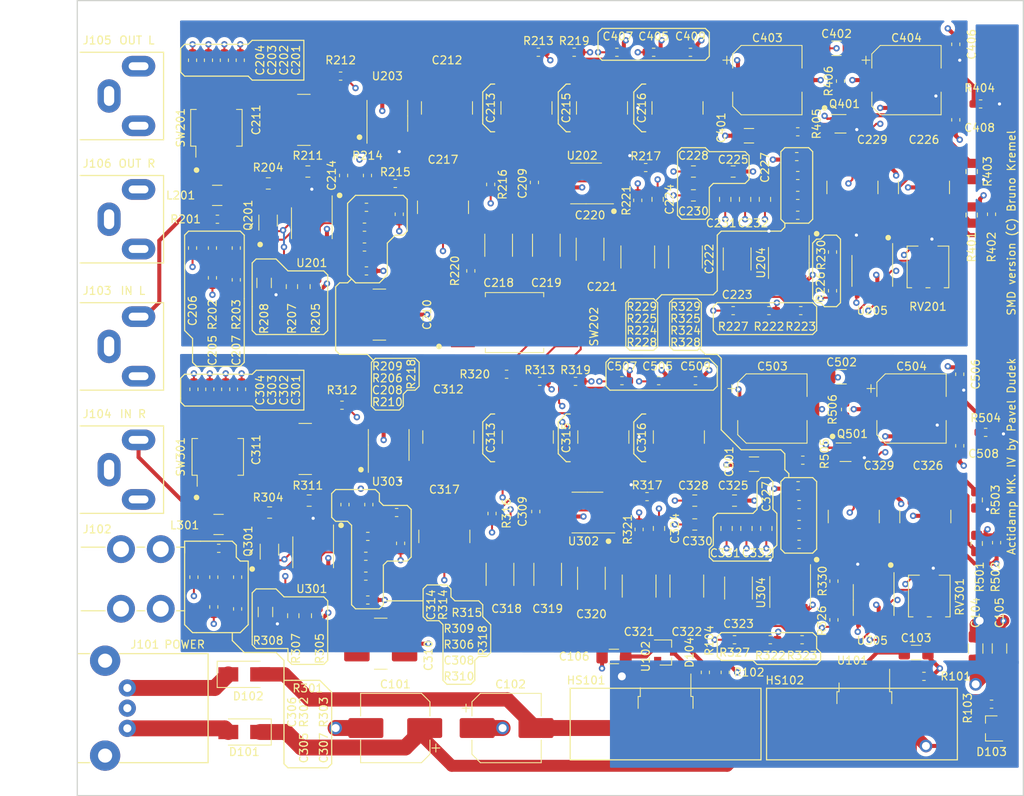
<source format=kicad_pcb>
(kicad_pcb (version 20171130) (host pcbnew "(5.1.4)-1")
  (layers (0 F.Cu signal) (1 In1.Cu power) (2 In2.Cu power) (31 B.Cu mixed) (34 B.Paste user) (35 F.Paste user) (36 B.SilkS user hide) (37 F.SilkS user) (38 B.Mask user) (39 F.Mask user hide) (44 Edge.Cuts user))
  (net 0 "")
  (net 1 "Net-(C101-Pad1)")
  (net 2 GND)
  (net 3 "Net-(C102-Pad2)")
  (net 4 /psu_rails_left/Vreg+)
  (net 5 /psu_rails_left/Vreg-)
  (net 6 "Net-(C201-Pad1)")
  (net 7 "Net-(C202-Pad1)")
  (net 8 "Net-(C203-Pad1)")
  (net 9 "Net-(C204-Pad1)")
  (net 10 "Net-(C205-Pad1)")
  (net 11 "Net-(C206-Pad1)")
  (net 12 "Net-(C207-Pad2)")
  (net 13 "Net-(C207-Pad1)")
  (net 14 "Net-(C208-Pad2)")
  (net 15 "Net-(C208-Pad1)")
  (net 16 "Net-(C209-Pad1)")
  (net 17 "Net-(C209-Pad2)")
  (net 18 "Net-(C210-Pad1)")
  (net 19 "Net-(C211-Pad2)")
  (net 20 "Net-(C211-Pad1)")
  (net 21 "Net-(C212-Pad1)")
  (net 22 "Net-(C212-Pad2)")
  (net 23 "Net-(C213-Pad2)")
  (net 24 "Net-(C213-Pad1)")
  (net 25 "Net-(C215-Pad1)")
  (net 26 "Net-(C216-Pad1)")
  (net 27 "Net-(C217-Pad1)")
  (net 28 "Net-(C218-Pad1)")
  (net 29 "Net-(C218-Pad2)")
  (net 30 "Net-(C225-Pad1)")
  (net 31 "Net-(C226-Pad1)")
  (net 32 "Net-(C226-Pad2)")
  (net 33 "Net-(C229-Pad2)")
  (net 34 "Net-(C301-Pad1)")
  (net 35 "Net-(C302-Pad1)")
  (net 36 "Net-(C303-Pad1)")
  (net 37 "Net-(C304-Pad1)")
  (net 38 "Net-(C305-Pad1)")
  (net 39 "Net-(C306-Pad1)")
  (net 40 "Net-(C307-Pad1)")
  (net 41 "Net-(C307-Pad2)")
  (net 42 "Net-(C308-Pad2)")
  (net 43 "Net-(C308-Pad1)")
  (net 44 "Net-(C309-Pad1)")
  (net 45 "Net-(C309-Pad2)")
  (net 46 "Net-(C310-Pad1)")
  (net 47 "Net-(C311-Pad2)")
  (net 48 "Net-(C311-Pad1)")
  (net 49 "Net-(C312-Pad1)")
  (net 50 "Net-(C312-Pad2)")
  (net 51 "Net-(C313-Pad1)")
  (net 52 "Net-(C313-Pad2)")
  (net 53 "Net-(C315-Pad1)")
  (net 54 "Net-(C316-Pad1)")
  (net 55 "Net-(C317-Pad1)")
  (net 56 "Net-(C318-Pad2)")
  (net 57 "Net-(C318-Pad1)")
  (net 58 "Net-(C325-Pad1)")
  (net 59 "Net-(C326-Pad1)")
  (net 60 "Net-(C326-Pad2)")
  (net 61 "Net-(C329-Pad2)")
  (net 62 "Net-(C401-Pad1)")
  (net 63 "Net-(C402-Pad2)")
  (net 64 /left_channel/V+)
  (net 65 /left_channel/V-)
  (net 66 "Net-(C501-Pad1)")
  (net 67 "Net-(C502-Pad2)")
  (net 68 /right_channel/V+)
  (net 69 /right_channel/V-)
  (net 70 "Net-(D101-Pad2)")
  (net 71 "Net-(D102-Pad1)")
  (net 72 "Net-(D103-Pad2)")
  (net 73 "Net-(D104-Pad1)")
  (net 74 /left_channel/IN)
  (net 75 /right_channel/IN)
  (net 76 /left_channel/OUT)
  (net 77 /right_channel/OUT)
  (net 78 "Net-(Q201-Pad2)")
  (net 79 "Net-(Q201-Pad3)")
  (net 80 "Net-(Q301-Pad3)")
  (net 81 "Net-(Q301-Pad2)")
  (net 82 "Net-(Q401-Pad3)")
  (net 83 "Net-(Q401-Pad5)")
  (net 84 "Net-(Q401-Pad2)")
  (net 85 "Net-(Q401-Pad6)")
  (net 86 "Net-(Q501-Pad6)")
  (net 87 "Net-(Q501-Pad2)")
  (net 88 "Net-(Q501-Pad5)")
  (net 89 "Net-(Q501-Pad3)")
  (net 90 "Net-(R217-Pad1)")
  (net 91 "Net-(R220-Pad1)")
  (net 92 "Net-(R222-Pad1)")
  (net 93 "Net-(R224-Pad1)")
  (net 94 "Net-(R227-Pad2)")
  (net 95 "Net-(R228-Pad1)")
  (net 96 "Net-(R317-Pad1)")
  (net 97 "Net-(R320-Pad1)")
  (net 98 "Net-(R322-Pad1)")
  (net 99 "Net-(R324-Pad1)")
  (net 100 "Net-(R327-Pad2)")
  (net 101 "Net-(R328-Pad1)")
  (net 102 "Net-(RV201-Pad1)")
  (net 103 "Net-(RV201-Pad3)")
  (net 104 "Net-(RV301-Pad3)")
  (net 105 "Net-(RV301-Pad1)")
  (net 106 "Net-(J105-Pad3)")
  (net 107 "Net-(J106-Pad3)")
  (net 108 "Net-(U202-Pad1)")
  (net 109 "Net-(U203-Pad8)")
  (net 110 "Net-(U203-Pad5)")
  (net 111 "Net-(U203-Pad1)")
  (net 112 "Net-(U205-Pad8)")
  (net 113 "Net-(U302-Pad1)")
  (net 114 "Net-(U303-Pad1)")
  (net 115 "Net-(U303-Pad5)")
  (net 116 "Net-(U303-Pad8)")
  (net 117 "Net-(U305-Pad8)")
  (module actidamp-mk4-smd:C_2824_7260Metric_Pad3.20x4.45mm_HandSolder (layer F.Cu) (at 188.170001 115.894999 270)
    (fp_text reference C329 (at -6.394999 -3.18) (layer F.SilkS))
    (fp_text value 680n)
    (pad 2 smd roundrect (at 3 0 270) (size 3.2 4.45) (layers F.Cu F.Paste F.Mask) (roundrect_rratio 0.078) (net 61 "Net-(C329-Pad2)"))
    (pad 1 smd roundrect (at -3 0 270) (size 3.2 4.45) (layers F.Cu F.Paste F.Mask) (roundrect_rratio 0.078) (net 2 GND))
  )
  (module Package_SO:SOIC-8_3.9x4.9mm_P1.27mm (layer F.Cu) (at 190.5 85 270)
    (fp_text reference U205 (at 5 0) (layer F.SilkS))
    (fp_text value LF411)
    (pad 8 smd roundrect (at 2.475 -1.905 270) (size 1.95 0.6) (layers F.Cu F.Paste F.Mask) (net 112 "Net-(U205-Pad8)"))
    (pad 7 smd roundrect (at 2.475 -0.635 270) (size 1.95 0.6) (layers F.Cu F.Paste F.Mask) (net 64 /left_channel/V+))
    (pad 6 smd roundrect (at 2.475 0.635 270) (size 1.95 0.6) (layers F.Cu F.Paste F.Mask) (net 31 "Net-(C226-Pad1)"))
    (pad 5 smd roundrect (at 2.475 1.905 270) (size 1.95 0.6) (layers F.Cu F.Paste F.Mask) (net 103 "Net-(RV201-Pad3)"))
    (pad 4 smd roundrect (at -2.475 1.905 270) (size 1.95 0.6) (layers F.Cu F.Paste F.Mask) (net 65 /left_channel/V-))
    (pad 3 smd roundrect (at -2.475 0.635 270) (size 1.95 0.6) (layers F.Cu F.Paste F.Mask) (net 33 "Net-(C229-Pad2)"))
    (pad 2 smd roundrect (at -2.475 -0.635 270) (size 1.95 0.6) (layers F.Cu F.Paste F.Mask) (net 32 "Net-(C226-Pad2)"))
    (pad 1 smd roundrect (at -2.475 -1.905 270) (size 1.95 0.6) (layers F.Cu F.Paste F.Mask) (net 102 "Net-(RV201-Pad1)"))
  )
  (module Resistor_SMD:R_0603_1608Metric_Pad1.05x0.95mm_HandSolder (layer F.Cu) (at 177.5 90)
    (fp_text reference R222 (at 0 2) (layer F.SilkS))
    (fp_text value "390 1%")
    (pad 1 smd roundrect (at -0.875 0) (size 1.05 0.95) (layers F.Cu F.Paste F.Mask) (net 92 "Net-(R222-Pad1)"))
    (pad 2 smd roundrect (at 0.875 0) (size 1.05 0.95) (layers F.Cu F.Paste F.Mask) (net 2 GND))
  )
  (module Package_SO:SOIC-8_3.9x4.9mm_P1.27mm (layer F.Cu) (at 154.5 74 180)
    (fp_text reference U202 (at 0.5 3.5 180) (layer F.SilkS))
    (fp_text value NE5534)
    (pad 8 smd roundrect (at 2.475 -1.905 180) (size 1.95 0.6) (layers F.Cu F.Paste F.Mask) (net 17 "Net-(C209-Pad2)"))
    (pad 7 smd roundrect (at 2.475 -0.635 180) (size 1.95 0.6) (layers F.Cu F.Paste F.Mask) (net 64 /left_channel/V+))
    (pad 6 smd roundrect (at 2.475 0.635 180) (size 1.95 0.6) (layers F.Cu F.Paste F.Mask) (net 90 "Net-(R217-Pad1)"))
    (pad 5 smd roundrect (at 2.475 1.905 180) (size 1.95 0.6) (layers F.Cu F.Paste F.Mask) (net 16 "Net-(C209-Pad1)"))
    (pad 4 smd roundrect (at -2.475 1.905 180) (size 1.95 0.6) (layers F.Cu F.Paste F.Mask) (net 65 /left_channel/V-))
    (pad 3 smd roundrect (at -2.475 0.635 180) (size 1.95 0.6) (layers F.Cu F.Paste F.Mask) (net 26 "Net-(C216-Pad1)"))
    (pad 2 smd roundrect (at -2.475 -0.635 180) (size 1.95 0.6) (layers F.Cu F.Paste F.Mask) (net 90 "Net-(R217-Pad1)"))
    (pad 1 smd roundrect (at -2.475 -1.905 180) (size 1.95 0.6) (layers F.Cu F.Paste F.Mask) (net 108 "Net-(U202-Pad1)"))
  )
  (module Resistor_SMD:R_0603_1608Metric_Pad1.05x0.95mm_HandSolder (layer F.Cu) (at 140 85 90)
    (fp_text reference R220 (at 0 -2 90) (layer F.SilkS))
    (fp_text value "4k87 1%")
    (pad 1 smd roundrect (at -0.875 0 90) (size 1.05 0.95) (layers F.Cu F.Paste F.Mask) (net 91 "Net-(R220-Pad1)"))
    (pad 2 smd roundrect (at 0.875 0 90) (size 1.05 0.95) (layers F.Cu F.Paste F.Mask) (net 28 "Net-(C218-Pad1)"))
  )
  (module actidamp-mk4-smd:C_1913_4833Metric_Pad1.3x3.00mm_HandSolder (layer F.Cu) (at 155 82.275 90)
    (fp_text reference C220 (at 4.275 0 180) (layer F.SilkS))
    (fp_text value 100n)
    (pad 2 smd roundrect (at 2.225 0 90) (size 1.45 3) (layers F.Cu F.Paste F.Mask) (roundrect_rratio 0.164) (net 29 "Net-(C218-Pad2)"))
    (pad 1 smd roundrect (at -2.225 0 90) (size 1.45 3) (layers F.Cu F.Paste F.Mask) (roundrect_rratio 0.164) (net 28 "Net-(C218-Pad1)"))
  )
  (module actidamp-mk4-smd:C_1913_4833Metric_Pad1.3x3.00mm_HandSolder (layer F.Cu) (at 143.5 81.775 90)
    (fp_text reference C218 (at -4.725 0 180) (layer F.SilkS))
    (fp_text value 100n)
    (pad 2 smd roundrect (at 2.225 0 90) (size 1.45 3) (layers F.Cu F.Paste F.Mask) (roundrect_rratio 0.164) (net 29 "Net-(C218-Pad2)"))
    (pad 1 smd roundrect (at -2.225 0 90) (size 1.45 3) (layers F.Cu F.Paste F.Mask) (roundrect_rratio 0.164) (net 28 "Net-(C218-Pad1)"))
  )
  (module actidamp-mk4-smd:C_1913_4833Metric_Pad1.3x3.00mm_HandSolder (layer F.Cu) (at 149.5 81.775 90)
    (fp_text reference C219 (at -4.725 0 180) (layer F.SilkS))
    (fp_text value 100n)
    (pad 2 smd roundrect (at 2.225 0 90) (size 1.45 3) (layers F.Cu F.Paste F.Mask) (roundrect_rratio 0.164) (net 29 "Net-(C218-Pad2)"))
    (pad 1 smd roundrect (at -2.225 0 90) (size 1.45 3) (layers F.Cu F.Paste F.Mask) (roundrect_rratio 0.164) (net 28 "Net-(C218-Pad1)"))
  )
  (module Package_SO:SOIC-8_3.9x4.9mm_P1.27mm (layer F.Cu) (at 120 79 270)
    (fp_text reference U201 (at 5 0) (layer F.SilkS))
    (fp_text value NE5532)
    (pad 8 smd roundrect (at 2.475 -1.905 270) (size 1.95 0.6) (layers F.Cu F.Paste F.Mask) (net 64 /left_channel/V+))
    (pad 7 smd roundrect (at 2.475 -0.635 270) (size 1.95 0.6) (layers F.Cu F.Paste F.Mask) (net 14 "Net-(C208-Pad2)"))
    (pad 6 smd roundrect (at 2.475 0.635 270) (size 1.95 0.6) (layers F.Cu F.Paste F.Mask) (net 15 "Net-(C208-Pad1)"))
    (pad 5 smd roundrect (at 2.475 1.905 270) (size 1.95 0.6) (layers F.Cu F.Paste F.Mask) (net 18 "Net-(C210-Pad1)"))
    (pad 4 smd roundrect (at -2.475 1.905 270) (size 1.95 0.6) (layers F.Cu F.Paste F.Mask) (net 65 /left_channel/V-))
    (pad 3 smd roundrect (at -2.475 0.635 270) (size 1.95 0.6) (layers F.Cu F.Paste F.Mask) (net 79 "Net-(Q201-Pad3)"))
    (pad 2 smd roundrect (at -2.475 -0.635 270) (size 1.95 0.6) (layers F.Cu F.Paste F.Mask) (net 13 "Net-(C207-Pad1)"))
    (pad 1 smd roundrect (at -2.475 -1.905 270) (size 1.95 0.6) (layers F.Cu F.Paste F.Mask) (net 23 "Net-(C213-Pad2)"))
  )
  (module actidamp-mk4-smd:MiniXLR_TRAPC3M1X (layer F.Cu) (at 94 140 90)
    (fp_text reference J101 (at 8 5 180) (layer F.SilkS))
    (fp_text value XLR3)
    (pad 3 thru_hole circle (at 0 2.794 90) (size 2.159 2.159) (drill 1.016) (layers *.Cu *.Mask) (net 2 GND))
    (pad 1 thru_hole circle (at 2.54 2.794 90) (size 2.159 2.159) (drill 1.016) (layers *.Cu *.Mask) (net 71 "Net-(D102-Pad1)"))
    (pad 2 thru_hole circle (at -2.54 2.794 90) (size 2.159 2.159) (drill 1.016) (layers *.Cu *.Mask) (net 70 "Net-(D101-Pad2)"))
    (pad "" thru_hole circle (at -5.969 0 90) (size 3.81 3.81) (drill 1.778) (layers *.Cu *.Mask))
    (pad "" thru_hole circle (at 5.969 0 90) (size 3.81 3.81) (drill 1.778) (layers *.Cu *.Mask))
  )
  (module Capacitor_SMD:CP_Elec_8x10.5 (layer F.Cu) (at 130.5 142.5 180)
    (fp_text reference C101 (at 0 5.5) (layer F.SilkS))
    (fp_text value 220u)
    (pad 2 smd roundrect (at 3.7 0 180) (size 4.4 2.5) (layers F.Cu F.Paste F.Mask) (roundrect_rratio 0.1) (net 2 GND))
    (pad 1 smd roundrect (at -3.7 0 180) (size 4.4 2.5) (layers F.Cu F.Paste F.Mask) (roundrect_rratio 0.1) (net 1 "Net-(C101-Pad1)"))
  )
  (module Capacitor_SMD:CP_Elec_8x10.5 (layer F.Cu) (at 144.5 142.5)
    (fp_text reference C102 (at 0.5 -5.5) (layer F.SilkS))
    (fp_text value 220u)
    (pad 1 smd roundrect (at -3.7 0) (size 4.4 2.5) (layers F.Cu F.Paste F.Mask) (roundrect_rratio 0.1) (net 2 GND))
    (pad 2 smd roundrect (at 3.7 0) (size 4.4 2.5) (layers F.Cu F.Paste F.Mask) (roundrect_rratio 0.1) (net 3 "Net-(C102-Pad2)"))
  )
  (module Capacitor_SMD:C_1206_3216Metric_Pad1.42x1.75mm_HandSolder (layer F.Cu) (at 196.0125 133)
    (fp_text reference C103 (at 0 -1.82) (layer F.SilkS))
    (fp_text value 10u)
    (pad 2 smd roundrect (at 1.4875 0) (size 1.425 1.75) (layers F.Cu F.Paste F.Mask) (roundrect_rratio 0.175439) (net 2 GND))
    (pad 1 smd roundrect (at -1.4875 0) (size 1.425 1.75) (layers F.Cu F.Paste F.Mask) (roundrect_rratio 0.175439) (net 4 /psu_rails_left/Vreg+))
  )
  (module Capacitor_SMD:C_1206_3216Metric_Pad1.42x1.75mm_HandSolder (layer F.Cu) (at 203.5 132.5 90)
    (fp_text reference C104 (at 4.5 0 90) (layer F.SilkS))
    (fp_text value 10u)
    (pad 1 smd roundrect (at -1.4875 0 90) (size 1.425 1.75) (layers F.Cu F.Paste F.Mask) (roundrect_rratio 0.175439) (net 2 GND))
    (pad 2 smd roundrect (at 1.4875 0 90) (size 1.425 1.75) (layers F.Cu F.Paste F.Mask) (roundrect_rratio 0.175439) (net 5 /psu_rails_left/Vreg-))
  )
  (module Capacitor_SMD:C_1206_3216Metric_Pad1.42x1.75mm_HandSolder (layer F.Cu) (at 206.5 132.4875 270)
    (fp_text reference C105 (at -4.4875 0 90) (layer F.SilkS))
    (fp_text value 10u)
    (pad 1 smd roundrect (at -1.4875 0 270) (size 1.425 1.75) (layers F.Cu F.Paste F.Mask) (roundrect_rratio 0.175439) (net 4 /psu_rails_left/Vreg+))
    (pad 2 smd roundrect (at 1.4875 0 270) (size 1.425 1.75) (layers F.Cu F.Paste F.Mask) (roundrect_rratio 0.175439) (net 2 GND))
  )
  (module Capacitor_SMD:C_1206_3216Metric_Pad1.42x1.75mm_HandSolder (layer F.Cu) (at 158 133.5)
    (fp_text reference C106 (at -5 0) (layer F.SilkS))
    (fp_text value 10u)
    (pad 2 smd roundrect (at 1.4875 0) (size 1.425 1.75) (layers F.Cu F.Paste F.Mask) (roundrect_rratio 0.175439) (net 5 /psu_rails_left/Vreg-))
    (pad 1 smd roundrect (at -1.4875 0) (size 1.425 1.75) (layers F.Cu F.Paste F.Mask) (roundrect_rratio 0.175439) (net 2 GND))
  )
  (module Capacitor_SMD:C_0603_1608Metric_Pad1.05x0.95mm_HandSolder (layer F.Cu) (at 111 58.5 90)
    (fp_text reference C201 (at 0 7 90) (layer F.SilkS))
    (fp_text value 100p)
    (pad 1 smd roundrect (at -0.875 0 90) (size 1.05 0.95) (layers F.Cu F.Paste F.Mask) (net 6 "Net-(C201-Pad1)"))
    (pad 2 smd roundrect (at 0.875 0 90) (size 1.05 0.95) (layers F.Cu F.Paste F.Mask) (net 2 GND))
  )
  (module Capacitor_SMD:C_0603_1608Metric_Pad1.05x0.95mm_HandSolder (layer F.Cu) (at 109 58.5 90)
    (fp_text reference C202 (at 0 7.5 90) (layer F.SilkS))
    (fp_text value 220p)
    (pad 1 smd roundrect (at -0.875 0 90) (size 1.05 0.95) (layers F.Cu F.Paste F.Mask) (net 7 "Net-(C202-Pad1)"))
    (pad 2 smd roundrect (at 0.875 0 90) (size 1.05 0.95) (layers F.Cu F.Paste F.Mask) (net 2 GND))
  )
  (module Capacitor_SMD:C_0603_1608Metric_Pad1.05x0.95mm_HandSolder (layer F.Cu) (at 107 58.5 90)
    (fp_text reference C203 (at 0 8 90) (layer F.SilkS))
    (fp_text value 330p)
    (pad 2 smd roundrect (at 0.875 0 90) (size 1.05 0.95) (layers F.Cu F.Paste F.Mask) (net 2 GND))
    (pad 1 smd roundrect (at -0.875 0 90) (size 1.05 0.95) (layers F.Cu F.Paste F.Mask) (net 8 "Net-(C203-Pad1)"))
  )
  (module Capacitor_SMD:C_0603_1608Metric_Pad1.05x0.95mm_HandSolder (layer F.Cu) (at 105 58.5 90)
    (fp_text reference C204 (at 0 8.5 90) (layer F.SilkS))
    (fp_text value 470p)
    (pad 2 smd roundrect (at 0.875 0 90) (size 1.05 0.95) (layers F.Cu F.Paste F.Mask) (net 2 GND))
    (pad 1 smd roundrect (at -0.875 0 90) (size 1.05 0.95) (layers F.Cu F.Paste F.Mask) (net 9 "Net-(C204-Pad1)"))
  )
  (module Capacitor_SMD:C_0603_1608Metric_Pad1.05x0.95mm_HandSolder (layer F.Cu) (at 107.5 85.875 270)
    (fp_text reference C205 (at 9.125 0 270) (layer F.SilkS))
    (fp_text value 15p)
    (pad 1 smd roundrect (at -0.875 0 270) (size 1.05 0.95) (layers F.Cu F.Paste F.Mask) (net 10 "Net-(C205-Pad1)"))
    (pad 2 smd roundrect (at 0.875 0 270) (size 1.05 0.95) (layers F.Cu F.Paste F.Mask) (net 2 GND))
  )
  (module Capacitor_SMD:C_0603_1608Metric_Pad1.05x0.95mm_HandSolder (layer F.Cu) (at 105 82.125 270)
    (fp_text reference C206 (at 7.875 0 270) (layer F.SilkS))
    (fp_text value 15p)
    (pad 2 smd roundrect (at 0.875 0 270) (size 1.05 0.95) (layers F.Cu F.Paste F.Mask) (net 2 GND))
    (pad 1 smd roundrect (at -0.875 0 270) (size 1.05 0.95) (layers F.Cu F.Paste F.Mask) (net 11 "Net-(C206-Pad1)"))
  )
  (module Capacitor_SMD:C_0603_1608Metric_Pad1.05x0.95mm_HandSolder (layer F.Cu) (at 110.5 86.125 90)
    (fp_text reference C207 (at -8.875 0 90) (layer F.SilkS))
    (fp_text value 470p)
    (pad 1 smd roundrect (at -0.875 0 90) (size 1.05 0.95) (layers F.Cu F.Paste F.Mask) (net 13 "Net-(C207-Pad1)"))
    (pad 2 smd roundrect (at 0.875 0 90) (size 1.05 0.95) (layers F.Cu F.Paste F.Mask) (net 12 "Net-(C207-Pad2)"))
  )
  (module Capacitor_SMD:C_0603_1608Metric_Pad1.05x0.95mm_HandSolder (layer F.Cu) (at 126.625 82)
    (fp_text reference C208 (at 2.875 18) (layer F.SilkS))
    (fp_text value 100p)
    (pad 1 smd roundrect (at -0.875 0) (size 1.05 0.95) (layers F.Cu F.Paste F.Mask) (net 15 "Net-(C208-Pad1)"))
    (pad 2 smd roundrect (at 0.875 0) (size 1.05 0.95) (layers F.Cu F.Paste F.Mask) (net 14 "Net-(C208-Pad2)"))
  )
  (module Capacitor_SMD:C_0603_1608Metric_Pad1.05x0.95mm_HandSolder (layer F.Cu) (at 148 73.875 270)
    (fp_text reference C209 (at 0.125 1.5 270) (layer F.SilkS))
    (fp_text value 10p)
    (pad 2 smd roundrect (at 0.875 0 270) (size 1.05 0.95) (layers F.Cu F.Paste F.Mask) (net 17 "Net-(C209-Pad2)"))
    (pad 1 smd roundrect (at -0.875 0 270) (size 1.05 0.95) (layers F.Cu F.Paste F.Mask) (net 16 "Net-(C209-Pad1)"))
  )
  (module actidamp-mk4-smd:C_2824_7260Metric_Pad3.20x4.45mm_HandSolder (layer F.Cu) (at 128.5 90.5)
    (fp_text reference C210 (at 6 0 90) (layer F.SilkS))
    (fp_text value 1u)
    (pad 2 smd roundrect (at 3 0) (size 3.2 4.45) (layers F.Cu F.Paste F.Mask) (roundrect_rratio 0.078) (net 2 GND))
    (pad 1 smd roundrect (at -3 0) (size 3.2 4.45) (layers F.Cu F.Paste F.Mask) (roundrect_rratio 0.078) (net 18 "Net-(C210-Pad1)"))
  )
  (module actidamp-mk4-smd:C_2824_7260Metric_Pad3.20x4.45mm_HandSolder (layer F.Cu) (at 119 66 180)
    (fp_text reference C211 (at 6 0 270) (layer F.SilkS))
    (fp_text value 1u)
    (pad 1 smd roundrect (at -3 0 180) (size 3.2 4.45) (layers F.Cu F.Paste F.Mask) (roundrect_rratio 0.078) (net 20 "Net-(C211-Pad1)"))
    (pad 2 smd roundrect (at 3 0 180) (size 3.2 4.45) (layers F.Cu F.Paste F.Mask) (roundrect_rratio 0.078) (net 19 "Net-(C211-Pad2)"))
  )
  (module actidamp-mk4-smd:C_2824_7260Metric_Pad3.20x4.45mm_HandSolder (layer F.Cu) (at 137 64.5 90)
    (fp_text reference C212 (at 6 0 180) (layer F.SilkS))
    (fp_text value 680n)
    (pad 2 smd roundrect (at 3 0 90) (size 3.2 4.45) (layers F.Cu F.Paste F.Mask) (roundrect_rratio 0.078) (net 22 "Net-(C212-Pad2)"))
    (pad 1 smd roundrect (at -3 0 90) (size 3.2 4.45) (layers F.Cu F.Paste F.Mask) (roundrect_rratio 0.078) (net 21 "Net-(C212-Pad1)"))
  )
  (module actidamp-mk4-smd:C_2824_7260Metric_Pad3.20x4.45mm_HandSolder (layer F.Cu) (at 147 64.5 270)
    (fp_text reference C213 (at 0 4.5 90) (layer F.SilkS))
    (fp_text value 470n)
    (pad 1 smd roundrect (at -3 0 270) (size 3.2 4.45) (layers F.Cu F.Paste F.Mask) (roundrect_rratio 0.078) (net 24 "Net-(C213-Pad1)"))
    (pad 2 smd roundrect (at 3 0 270) (size 3.2 4.45) (layers F.Cu F.Paste F.Mask) (roundrect_rratio 0.078) (net 23 "Net-(C213-Pad2)"))
  )
  (module Capacitor_SMD:C_0603_1608Metric_Pad1.05x0.95mm_HandSolder (layer F.Cu) (at 124 73 90)
    (fp_text reference C214 (at 0 -1.5 270) (layer F.SilkS))
    (fp_text value 100p)
    (pad 2 smd roundrect (at 0.875 0 90) (size 1.05 0.95) (layers F.Cu F.Paste F.Mask) (net 20 "Net-(C211-Pad1)"))
    (pad 1 smd roundrect (at -0.875 0 90) (size 1.05 0.95) (layers F.Cu F.Paste F.Mask) (net 23 "Net-(C213-Pad2)"))
  )
  (module actidamp-mk4-smd:C_2824_7260Metric_Pad3.20x4.45mm_HandSolder (layer F.Cu) (at 156.5 64.5 90)
    (fp_text reference C215 (at 0 -4.5 270) (layer F.SilkS))
    (fp_text value 470n)
    (pad 1 smd roundrect (at -3 0 90) (size 3.2 4.45) (layers F.Cu F.Paste F.Mask) (roundrect_rratio 0.078) (net 25 "Net-(C215-Pad1)"))
    (pad 2 smd roundrect (at 3 0 90) (size 3.2 4.45) (layers F.Cu F.Paste F.Mask) (roundrect_rratio 0.078) (net 24 "Net-(C213-Pad1)"))
  )
  (module actidamp-mk4-smd:C_2824_7260Metric_Pad3.20x4.45mm_HandSolder (layer F.Cu) (at 166 64.5 270)
    (fp_text reference C216 (at 0 4.5 90) (layer F.SilkS))
    (fp_text value 470n)
    (pad 2 smd roundrect (at 3 0 270) (size 3.2 4.45) (layers F.Cu F.Paste F.Mask) (roundrect_rratio 0.078) (net 25 "Net-(C215-Pad1)"))
    (pad 1 smd roundrect (at -3 0 270) (size 3.2 4.45) (layers F.Cu F.Paste F.Mask) (roundrect_rratio 0.078) (net 26 "Net-(C216-Pad1)"))
  )
  (module actidamp-mk4-smd:C_2824_7260Metric_Pad3.20x4.45mm_HandSolder (layer F.Cu) (at 136.5 77 270)
    (fp_text reference C217 (at -6 0) (layer F.SilkS))
    (fp_text value 680n)
    (pad 1 smd roundrect (at -3 0 270) (size 3.2 4.45) (layers F.Cu F.Paste F.Mask) (roundrect_rratio 0.078) (net 27 "Net-(C217-Pad1)"))
    (pad 2 smd roundrect (at 3 0 270) (size 3.2 4.45) (layers F.Cu F.Paste F.Mask) (roundrect_rratio 0.078) (net 2 GND))
  )
  (module actidamp-mk4-smd:C_2416_6041Metric_Pad1.5x3.8mm_HandSolder (layer F.Cu) (at 161 83.25 90)
    (fp_text reference C221 (at -3.75 -4.5 180) (layer F.SilkS))
    (fp_text value 120n)
    (pad 1 smd roundrect (at -2.75 0 90) (size 1.75 3.8) (layers F.Cu F.Paste F.Mask) (roundrect_rratio 0.164) (net 28 "Net-(C218-Pad1)"))
    (pad 2 smd roundrect (at 2.75 0 90) (size 1.75 3.8) (layers F.Cu F.Paste F.Mask) (roundrect_rratio 0.164) (net 29 "Net-(C218-Pad2)"))
  )
  (module actidamp-mk4-smd:C_2416_6041Metric_Pad1.5x3.8mm_HandSolder (layer F.Cu) (at 167 83.25 90)
    (fp_text reference C222 (at -0.25 3 270) (layer F.SilkS))
    (fp_text value 120n)
    (pad 2 smd roundrect (at 2.75 0 90) (size 1.75 3.8) (layers F.Cu F.Paste F.Mask) (roundrect_rratio 0.164) (net 29 "Net-(C218-Pad2)"))
    (pad 1 smd roundrect (at -2.75 0 90) (size 1.75 3.8) (layers F.Cu F.Paste F.Mask) (roundrect_rratio 0.164) (net 28 "Net-(C218-Pad1)"))
  )
  (module actidamp-mk4-smd:C_1913_4833Metric_Pad1.3x3.00mm_HandSolder (layer F.Cu) (at 173.5 83.5 90)
    (fp_text reference C223 (at -4.5 0 180) (layer F.SilkS))
    (fp_text value 47n)
    (pad 1 smd roundrect (at -2.225 0 90) (size 1.45 3) (layers F.Cu F.Paste F.Mask) (roundrect_rratio 0.164) (net 28 "Net-(C218-Pad1)"))
    (pad 2 smd roundrect (at 2.225 0 90) (size 1.45 3) (layers F.Cu F.Paste F.Mask) (roundrect_rratio 0.164) (net 29 "Net-(C218-Pad2)"))
  )
  (module actidamp-mk4-smd:C_0805_2012Metric_Pad1.15x1.1mm_HandSolder (layer F.Cu) (at 163.5 76 90)
    (fp_text reference C224 (at 0 1.5 90) (layer F.SilkS))
    (fp_text value 220p)
    (pad 2 smd roundrect (at 1 0 90) (size 1.15 1.1) (layers F.Cu F.Paste F.Mask) (roundrect_rratio 0.217) (net 2 GND))
    (pad 1 smd roundrect (at -1 0 90) (size 1.15 1.1) (layers F.Cu F.Paste F.Mask) (roundrect_rratio 0.217) (net 29 "Net-(C218-Pad2)"))
  )
  (module actidamp-mk4-smd:C_0805_2012Metric_Pad1.15x1.1mm_HandSolder (layer F.Cu) (at 173 72.5)
    (fp_text reference C225 (at 0 -1.5) (layer F.SilkS))
    (fp_text value 2.7n)
    (pad 2 smd roundrect (at 1 0) (size 1.15 1.1) (layers F.Cu F.Paste F.Mask) (roundrect_rratio 0.217) (net 2 GND))
    (pad 1 smd roundrect (at -1 0) (size 1.15 1.1) (layers F.Cu F.Paste F.Mask) (roundrect_rratio 0.217) (net 30 "Net-(C225-Pad1)"))
  )
  (module actidamp-mk4-smd:C_2824_7260Metric_Pad3.20x4.45mm_HandSolder (layer F.Cu) (at 197 74.5 90)
    (fp_text reference C226 (at 6 0 180) (layer F.SilkS))
    (fp_text value 680n)
    (pad 2 smd roundrect (at 3 0 90) (size 3.2 4.45) (layers F.Cu F.Paste F.Mask) (roundrect_rratio 0.078) (net 32 "Net-(C226-Pad2)"))
    (pad 1 smd roundrect (at -3 0 90) (size 3.2 4.45) (layers F.Cu F.Paste F.Mask) (roundrect_rratio 0.078) (net 31 "Net-(C226-Pad1)"))
  )
  (module actidamp-mk4-smd:C_0805_2012Metric_Pad1.15x1.1mm_HandSolder (layer F.Cu) (at 177 76 270)
    (fp_text reference C227 (at -4 0 270) (layer F.SilkS))
    (fp_text value 2.7n)
    (pad 1 smd roundrect (at -1 0 270) (size 1.15 1.1) (layers F.Cu F.Paste F.Mask) (roundrect_rratio 0.217) (net 30 "Net-(C225-Pad1)"))
    (pad 2 smd roundrect (at 1 0 270) (size 1.15 1.1) (layers F.Cu F.Paste F.Mask) (roundrect_rratio 0.217) (net 2 GND))
  )
  (module actidamp-mk4-smd:C_0805_2012Metric_Pad1.15x1.1mm_HandSolder (layer F.Cu) (at 168 72.5 180)
    (fp_text reference C228 (at 0 2 180) (layer F.SilkS))
    (fp_text value 2.7n)
    (pad 1 smd roundrect (at -1 0 180) (size 1.15 1.1) (layers F.Cu F.Paste F.Mask) (roundrect_rratio 0.217) (net 30 "Net-(C225-Pad1)"))
    (pad 2 smd roundrect (at 1 0 180) (size 1.15 1.1) (layers F.Cu F.Paste F.Mask) (roundrect_rratio 0.217) (net 2 GND))
  )
  (module actidamp-mk4-smd:C_2824_7260Metric_Pad3.20x4.45mm_HandSolder (layer F.Cu) (at 188 74.5 270)
    (fp_text reference C229 (at -6 -2.5) (layer F.SilkS))
    (fp_text value 680n)
    (pad 1 smd roundrect (at -3 0 270) (size 3.2 4.45) (layers F.Cu F.Paste F.Mask) (roundrect_rratio 0.078) (net 2 GND))
    (pad 2 smd roundrect (at 3 0 270) (size 3.2 4.45) (layers F.Cu F.Paste F.Mask) (roundrect_rratio 0.078) (net 33 "Net-(C229-Pad2)"))
  )
  (module actidamp-mk4-smd:C_0805_2012Metric_Pad1.15x1.1mm_HandSolder (layer F.Cu) (at 168 75.5 180)
    (fp_text reference C230 (at 0 -2 180) (layer F.SilkS))
    (fp_text value 2.7n)
    (pad 1 smd roundrect (at -1 0 180) (size 1.15 1.1) (layers F.Cu F.Paste F.Mask) (roundrect_rratio 0.217) (net 30 "Net-(C225-Pad1)"))
    (pad 2 smd roundrect (at 1 0 180) (size 1.15 1.1) (layers F.Cu F.Paste F.Mask) (roundrect_rratio 0.217) (net 2 GND))
  )
  (module actidamp-mk4-smd:C_0805_2012Metric_Pad1.15x1.1mm_HandSolder (layer F.Cu) (at 172 76 270)
    (fp_text reference C231 (at 3 0.5) (layer F.SilkS))
    (fp_text value 2.7n)
    (pad 2 smd roundrect (at 1 0 270) (size 1.15 1.1) (layers F.Cu F.Paste F.Mask) (roundrect_rratio 0.217) (net 2 GND))
    (pad 1 smd roundrect (at -1 0 270) (size 1.15 1.1) (layers F.Cu F.Paste F.Mask) (roundrect_rratio 0.217) (net 30 "Net-(C225-Pad1)"))
  )
  (module actidamp-mk4-smd:C_0805_2012Metric_Pad1.15x1.1mm_HandSolder (layer F.Cu) (at 174.5 76 270)
    (fp_text reference C232 (at 3 -1) (layer F.SilkS))
    (fp_text value 1.5n)
    (pad 1 smd roundrect (at -1 0 270) (size 1.15 1.1) (layers F.Cu F.Paste F.Mask) (roundrect_rratio 0.217) (net 30 "Net-(C225-Pad1)"))
    (pad 2 smd roundrect (at 1 0 270) (size 1.15 1.1) (layers F.Cu F.Paste F.Mask) (roundrect_rratio 0.217) (net 2 GND))
  )
  (module Capacitor_SMD:C_0603_1608Metric_Pad1.05x0.95mm_HandSolder (layer F.Cu) (at 111.170001 99.894999 90)
    (fp_text reference C301 (at -0.105001 6.829999 90) (layer F.SilkS))
    (fp_text value 100p)
    (pad 2 smd roundrect (at 0.875 0 90) (size 1.05 0.95) (layers F.Cu F.Paste F.Mask) (net 2 GND))
    (pad 1 smd roundrect (at -0.875 0 90) (size 1.05 0.95) (layers F.Cu F.Paste F.Mask) (net 34 "Net-(C301-Pad1)"))
  )
  (module Capacitor_SMD:C_0603_1608Metric_Pad1.05x0.95mm_HandSolder (layer F.Cu) (at 109.170001 99.894999 90)
    (fp_text reference C302 (at -0.105001 7.329999 90) (layer F.SilkS))
    (fp_text value 220p)
    (pad 1 smd roundrect (at -0.875 0 90) (size 1.05 0.95) (layers F.Cu F.Paste F.Mask) (net 35 "Net-(C302-Pad1)"))
    (pad 2 smd roundrect (at 0.875 0 90) (size 1.05 0.95) (layers F.Cu F.Paste F.Mask) (net 2 GND))
  )
  (module Capacitor_SMD:C_0603_1608Metric_Pad1.05x0.95mm_HandSolder (layer F.Cu) (at 107.170001 99.894999 90)
    (fp_text reference C303 (at -0.105001 7.829999 90) (layer F.SilkS))
    (fp_text value 330p)
    (pad 1 smd roundrect (at -0.875 0 90) (size 1.05 0.95) (layers F.Cu F.Paste F.Mask) (net 36 "Net-(C303-Pad1)"))
    (pad 2 smd roundrect (at 0.875 0 90) (size 1.05 0.95) (layers F.Cu F.Paste F.Mask) (net 2 GND))
  )
  (module Capacitor_SMD:C_0603_1608Metric_Pad1.05x0.95mm_HandSolder (layer F.Cu) (at 105.170001 99.894999 90)
    (fp_text reference C304 (at -0.105001 8.329999 90) (layer F.SilkS))
    (fp_text value 470p)
    (pad 2 smd roundrect (at 0.875 0 90) (size 1.05 0.95) (layers F.Cu F.Paste F.Mask) (net 2 GND))
    (pad 1 smd roundrect (at -0.875 0 90) (size 1.05 0.95) (layers F.Cu F.Paste F.Mask) (net 37 "Net-(C304-Pad1)"))
  )
  (module Capacitor_SMD:C_0603_1608Metric_Pad1.05x0.95mm_HandSolder (layer F.Cu) (at 107.670001 127.269999 270)
    (fp_text reference C305 (at 17.730001 -11.329999 270) (layer F.SilkS))
    (fp_text value 15p)
    (pad 2 smd roundrect (at 0.875 0 270) (size 1.05 0.95) (layers F.Cu F.Paste F.Mask) (net 2 GND))
    (pad 1 smd roundrect (at -0.875 0 270) (size 1.05 0.95) (layers F.Cu F.Paste F.Mask) (net 38 "Net-(C305-Pad1)"))
  )
  (module Capacitor_SMD:C_0603_1608Metric_Pad1.05x0.95mm_HandSolder (layer F.Cu) (at 105.170001 123.519999 270)
    (fp_text reference C306 (at 16.980001 -12.329999 270) (layer F.SilkS))
    (fp_text value 15p)
    (pad 1 smd roundrect (at -0.875 0 270) (size 1.05 0.95) (layers F.Cu F.Paste F.Mask) (net 39 "Net-(C306-Pad1)"))
    (pad 2 smd roundrect (at 0.875 0 270) (size 1.05 0.95) (layers F.Cu F.Paste F.Mask) (net 2 GND))
  )
  (module Capacitor_SMD:C_0603_1608Metric_Pad1.05x0.95mm_HandSolder (layer F.Cu) (at 110.670001 127.519999 90)
    (fp_text reference C307 (at -17.480001 10.829999 90) (layer F.SilkS))
    (fp_text value 470p)
    (pad 2 smd roundrect (at 0.875 0 90) (size 1.05 0.95) (layers F.Cu F.Paste F.Mask) (net 41 "Net-(C307-Pad2)"))
    (pad 1 smd roundrect (at -0.875 0 90) (size 1.05 0.95) (layers F.Cu F.Paste F.Mask) (net 40 "Net-(C307-Pad1)"))
  )
  (module Capacitor_SMD:C_0603_1608Metric_Pad1.05x0.95mm_HandSolder (layer F.Cu) (at 126.795001 123.394999)
    (fp_text reference C308 (at 11.704999 10.605001) (layer F.SilkS))
    (fp_text value 100p)
    (pad 1 smd roundrect (at -0.875 0) (size 1.05 0.95) (layers F.Cu F.Paste F.Mask) (net 43 "Net-(C308-Pad1)"))
    (pad 2 smd roundrect (at 0.875 0) (size 1.05 0.95) (layers F.Cu F.Paste F.Mask) (net 42 "Net-(C308-Pad2)"))
  )
  (module Capacitor_SMD:C_0603_1608Metric_Pad1.05x0.95mm_HandSolder (layer F.Cu) (at 148.170001 115.269999 270)
    (fp_text reference C309 (at 0 1.670001 270) (layer F.SilkS))
    (fp_text value 10p)
    (pad 2 smd roundrect (at 0.875 0 270) (size 1.05 0.95) (layers F.Cu F.Paste F.Mask) (net 45 "Net-(C309-Pad2)"))
    (pad 1 smd roundrect (at -0.875 0 270) (size 1.05 0.95) (layers F.Cu F.Paste F.Mask) (net 44 "Net-(C309-Pad1)"))
  )
  (module actidamp-mk4-smd:C_2824_7260Metric_Pad3.20x4.45mm_HandSolder (layer F.Cu) (at 128.670001 131.894999)
    (fp_text reference C310 (at 6 1.5 90) (layer F.SilkS))
    (fp_text value 1u)
    (pad 2 smd roundrect (at 3 0) (size 3.2 4.45) (layers F.Cu F.Paste F.Mask) (roundrect_rratio 0.078) (net 2 GND))
    (pad 1 smd roundrect (at -3 0) (size 3.2 4.45) (layers F.Cu F.Paste F.Mask) (roundrect_rratio 0.078) (net 46 "Net-(C310-Pad1)"))
  )
  (module actidamp-mk4-smd:C_2824_7260Metric_Pad3.20x4.45mm_HandSolder (layer F.Cu) (at 119.170001 107.394999 180)
    (fp_text reference C311 (at 6.170001 -0.105001 270) (layer F.SilkS))
    (fp_text value 1u)
    (pad 1 smd roundrect (at -3 0 180) (size 3.2 4.45) (layers F.Cu F.Paste F.Mask) (roundrect_rratio 0.078) (net 48 "Net-(C311-Pad1)"))
    (pad 2 smd roundrect (at 3 0 180) (size 3.2 4.45) (layers F.Cu F.Paste F.Mask) (roundrect_rratio 0.078) (net 47 "Net-(C311-Pad2)"))
  )
  (module actidamp-mk4-smd:C_2824_7260Metric_Pad3.20x4.45mm_HandSolder (layer F.Cu) (at 137.170001 105.894999 90)
    (fp_text reference C312 (at 6 0 180) (layer F.SilkS))
    (fp_text value 680n)
    (pad 2 smd roundrect (at 3 0 90) (size 3.2 4.45) (layers F.Cu F.Paste F.Mask) (roundrect_rratio 0.078) (net 50 "Net-(C312-Pad2)"))
    (pad 1 smd roundrect (at -3 0 90) (size 3.2 4.45) (layers F.Cu F.Paste F.Mask) (roundrect_rratio 0.078) (net 49 "Net-(C312-Pad1)"))
  )
  (module actidamp-mk4-smd:C_2824_7260Metric_Pad3.20x4.45mm_HandSolder (layer F.Cu) (at 147.170001 105.894999 270)
    (fp_text reference C313 (at 0.105001 4.670001 90) (layer F.SilkS))
    (fp_text value 470n)
    (pad 2 smd roundrect (at 3 0 270) (size 3.2 4.45) (layers F.Cu F.Paste F.Mask) (roundrect_rratio 0.078) (net 52 "Net-(C313-Pad2)"))
    (pad 1 smd roundrect (at -3 0 270) (size 3.2 4.45) (layers F.Cu F.Paste F.Mask) (roundrect_rratio 0.078) (net 51 "Net-(C313-Pad1)"))
  )
  (module Capacitor_SMD:C_0603_1608Metric_Pad1.05x0.95mm_HandSolder (layer F.Cu) (at 124.170001 114.394999 90)
    (fp_text reference C314 (at -12.605001 10.829999 270) (layer F.SilkS))
    (fp_text value 100p)
    (pad 1 smd roundrect (at -0.875 0 90) (size 1.05 0.95) (layers F.Cu F.Paste F.Mask) (net 52 "Net-(C313-Pad2)"))
    (pad 2 smd roundrect (at 0.875 0 90) (size 1.05 0.95) (layers F.Cu F.Paste F.Mask) (net 48 "Net-(C311-Pad1)"))
  )
  (module actidamp-mk4-smd:C_2824_7260Metric_Pad3.20x4.45mm_HandSolder (layer F.Cu) (at 156.670001 105.894999 90)
    (fp_text reference C315 (at -0.105001 -4.670001 270) (layer F.SilkS))
    (fp_text value 470n)
    (pad 1 smd roundrect (at -3 0 90) (size 3.2 4.45) (layers F.Cu F.Paste F.Mask) (roundrect_rratio 0.078) (net 53 "Net-(C315-Pad1)"))
    (pad 2 smd roundrect (at 3 0 90) (size 3.2 4.45) (layers F.Cu F.Paste F.Mask) (roundrect_rratio 0.078) (net 51 "Net-(C313-Pad1)"))
  )
  (module actidamp-mk4-smd:C_2824_7260Metric_Pad3.20x4.45mm_HandSolder (layer F.Cu) (at 166.170001 105.894999 270)
    (fp_text reference C316 (at 0.105001 4.670001 90) (layer F.SilkS))
    (fp_text value 470n)
    (pad 1 smd roundrect (at -3 0 270) (size 3.2 4.45) (layers F.Cu F.Paste F.Mask) (roundrect_rratio 0.078) (net 54 "Net-(C316-Pad1)"))
    (pad 2 smd roundrect (at 3 0 270) (size 3.2 4.45) (layers F.Cu F.Paste F.Mask) (roundrect_rratio 0.078) (net 53 "Net-(C315-Pad1)"))
  )
  (module actidamp-mk4-smd:C_2824_7260Metric_Pad3.20x4.45mm_HandSolder (layer F.Cu) (at 136.670001 118.394999 270)
    (fp_text reference C317 (at -5.894999 0) (layer F.SilkS))
    (fp_text value 680n)
    (pad 1 smd roundrect (at -3 0 270) (size 3.2 4.45) (layers F.Cu F.Paste F.Mask) (roundrect_rratio 0.078) (net 55 "Net-(C317-Pad1)"))
    (pad 2 smd roundrect (at 3 0 270) (size 3.2 4.45) (layers F.Cu F.Paste F.Mask) (roundrect_rratio 0.078) (net 2 GND))
  )
  (module actidamp-mk4-smd:C_1913_4833Metric_Pad1.3x3.00mm_HandSolder (layer F.Cu) (at 143.670001 123.169999 90)
    (fp_text reference C318 (at -4.330001 0.829999 180) (layer F.SilkS))
    (fp_text value 100n)
    (pad 1 smd roundrect (at -2.225 0 90) (size 1.45 3) (layers F.Cu F.Paste F.Mask) (roundrect_rratio 0.164) (net 57 "Net-(C318-Pad1)"))
    (pad 2 smd roundrect (at 2.225 0 90) (size 1.45 3) (layers F.Cu F.Paste F.Mask) (roundrect_rratio 0.164) (net 56 "Net-(C318-Pad2)"))
  )
  (module actidamp-mk4-smd:C_1913_4833Metric_Pad1.3x3.00mm_HandSolder (layer F.Cu) (at 149.670001 123.169999 90)
    (fp_text reference C319 (at -4.330001 0 180) (layer F.SilkS))
    (fp_text value 100n)
    (pad 1 smd roundrect (at -2.225 0 90) (size 1.45 3) (layers F.Cu F.Paste F.Mask) (roundrect_rratio 0.164) (net 57 "Net-(C318-Pad1)"))
    (pad 2 smd roundrect (at 2.225 0 90) (size 1.45 3) (layers F.Cu F.Paste F.Mask) (roundrect_rratio 0.164) (net 56 "Net-(C318-Pad2)"))
  )
  (module actidamp-mk4-smd:C_1913_4833Metric_Pad1.3x3.00mm_HandSolder (layer F.Cu) (at 155.170001 123.669999 90)
    (fp_text reference C320 (at -4.5 0 180) (layer F.SilkS))
    (fp_text value 100n)
    (pad 1 smd roundrect (at -2.225 0 90) (size 1.45 3) (layers F.Cu F.Paste F.Mask) (roundrect_rratio 0.164) (net 57 "Net-(C318-Pad1)"))
    (pad 2 smd roundrect (at 2.225 0 90) (size 1.45 3) (layers F.Cu F.Paste F.Mask) (roundrect_rratio 0.164) (net 56 "Net-(C318-Pad2)"))
  )
  (module actidamp-mk4-smd:C_2416_6041Metric_Pad1.5x3.8mm_HandSolder (layer F.Cu) (at 161.170001 124.644999 90)
    (fp_text reference C321 (at -5.75 0 180) (layer F.SilkS))
    (fp_text value 120n)
    (pad 1 smd roundrect (at -2.75 0 90) (size 1.75 3.8) (layers F.Cu F.Paste F.Mask) (roundrect_rratio 0.164) (net 57 "Net-(C318-Pad1)"))
    (pad 2 smd roundrect (at 2.75 0 90) (size 1.75 3.8) (layers F.Cu F.Paste F.Mask) (roundrect_rratio 0.164) (net 56 "Net-(C318-Pad2)"))
  )
  (module actidamp-mk4-smd:C_2416_6041Metric_Pad1.5x3.8mm_HandSolder (layer F.Cu) (at 167.170001 124.644999 90)
    (fp_text reference C322 (at -5.75 0 180) (layer F.SilkS))
    (fp_text value 120n)
    (pad 2 smd roundrect (at 2.75 0 90) (size 1.75 3.8) (layers F.Cu F.Paste F.Mask) (roundrect_rratio 0.164) (net 56 "Net-(C318-Pad2)"))
    (pad 1 smd roundrect (at -2.75 0 90) (size 1.75 3.8) (layers F.Cu F.Paste F.Mask) (roundrect_rratio 0.164) (net 57 "Net-(C318-Pad1)"))
  )
  (module actidamp-mk4-smd:C_1913_4833Metric_Pad1.3x3.00mm_HandSolder (layer F.Cu) (at 173.670001 124.894999 90)
    (fp_text reference C323 (at -4.5 0 180) (layer F.SilkS))
    (fp_text value 47n)
    (pad 2 smd roundrect (at 2.225 0 90) (size 1.45 3) (layers F.Cu F.Paste F.Mask) (roundrect_rratio 0.164) (net 56 "Net-(C318-Pad2)"))
    (pad 1 smd roundrect (at -2.225 0 90) (size 1.45 3) (layers F.Cu F.Paste F.Mask) (roundrect_rratio 0.164) (net 57 "Net-(C318-Pad1)"))
  )
  (module actidamp-mk4-smd:C_0805_2012Metric_Pad1.15x1.1mm_HandSolder (layer F.Cu) (at 163.670001 117.394999 90)
    (fp_text reference C324 (at 0 2 90) (layer F.SilkS))
    (fp_text value 220p)
    (pad 1 smd roundrect (at -1 0 90) (size 1.15 1.1) (layers F.Cu F.Paste F.Mask) (roundrect_rratio 0.217) (net 56 "Net-(C318-Pad2)"))
    (pad 2 smd roundrect (at 1 0 90) (size 1.15 1.1) (layers F.Cu F.Paste F.Mask) (roundrect_rratio 0.217) (net 2 GND))
  )
  (module actidamp-mk4-smd:C_0805_2012Metric_Pad1.15x1.1mm_HandSolder (layer F.Cu) (at 173.170001 113.894999)
    (fp_text reference C325 (at -0.170001 -1.894999) (layer F.SilkS))
    (fp_text value 2.7n)
    (pad 2 smd roundrect (at 1 0) (size 1.15 1.1) (layers F.Cu F.Paste F.Mask) (roundrect_rratio 0.217) (net 2 GND))
    (pad 1 smd roundrect (at -1 0) (size 1.15 1.1) (layers F.Cu F.Paste F.Mask) (roundrect_rratio 0.217) (net 58 "Net-(C325-Pad1)"))
  )
  (module actidamp-mk4-smd:C_2824_7260Metric_Pad3.20x4.45mm_HandSolder (layer F.Cu) (at 197.170001 115.894999 90)
    (fp_text reference C326 (at 6.394999 0.329999 180) (layer F.SilkS))
    (fp_text value 680n)
    (pad 2 smd roundrect (at 3 0 90) (size 3.2 4.45) (layers F.Cu F.Paste F.Mask) (roundrect_rratio 0.078) (net 60 "Net-(C326-Pad2)"))
    (pad 1 smd roundrect (at -3 0 90) (size 3.2 4.45) (layers F.Cu F.Paste F.Mask) (roundrect_rratio 0.078) (net 59 "Net-(C326-Pad1)"))
  )
  (module actidamp-mk4-smd:C_0805_2012Metric_Pad1.15x1.1mm_HandSolder (layer F.Cu) (at 177.170001 117.394999 270)
    (fp_text reference C327 (at -4 0 270) (layer F.SilkS))
    (fp_text value 2.7n)
    (pad 1 smd roundrect (at -1 0 270) (size 1.15 1.1) (layers F.Cu F.Paste F.Mask) (roundrect_rratio 0.217) (net 58 "Net-(C325-Pad1)"))
    (pad 2 smd roundrect (at 1 0 270) (size 1.15 1.1) (layers F.Cu F.Paste F.Mask) (roundrect_rratio 0.217) (net 2 GND))
  )
  (module actidamp-mk4-smd:C_0805_2012Metric_Pad1.15x1.1mm_HandSolder (layer F.Cu) (at 168.170001 113.894999 180)
    (fp_text reference C328 (at 0.170001 1.894999 180) (layer F.SilkS))
    (fp_text value 2.7n)
    (pad 2 smd roundrect (at 1 0 180) (size 1.15 1.1) (layers F.Cu F.Paste F.Mask) (roundrect_rratio 0.217) (net 2 GND))
    (pad 1 smd roundrect (at -1 0 180) (size 1.15 1.1) (layers F.Cu F.Paste F.Mask) (roundrect_rratio 0.217) (net 58 "Net-(C325-Pad1)"))
  )
  (module actidamp-mk4-smd:C_0805_2012Metric_Pad1.15x1.1mm_HandSolder (layer F.Cu) (at 168.170001 116.894999 180)
    (fp_text reference C330 (at -0.329999 -2.105001 180) (layer F.SilkS))
    (fp_text value 2.7n)
    (pad 2 smd roundrect (at 1 0 180) (size 1.15 1.1) (layers F.Cu F.Paste F.Mask) (roundrect_rratio 0.217) (net 2 GND))
    (pad 1 smd roundrect (at -1 0 180) (size 1.15 1.1) (layers F.Cu F.Paste F.Mask) (roundrect_rratio 0.217) (net 58 "Net-(C325-Pad1)"))
  )
  (module actidamp-mk4-smd:C_0805_2012Metric_Pad1.15x1.1mm_HandSolder (layer F.Cu) (at 172.170001 117.394999 270)
    (fp_text reference C331 (at 3.105001 0.170001) (layer F.SilkS))
    (fp_text value 2.7n)
    (pad 2 smd roundrect (at 1 0 270) (size 1.15 1.1) (layers F.Cu F.Paste F.Mask) (roundrect_rratio 0.217) (net 2 GND))
    (pad 1 smd roundrect (at -1 0 270) (size 1.15 1.1) (layers F.Cu F.Paste F.Mask) (roundrect_rratio 0.217) (net 58 "Net-(C325-Pad1)"))
  )
  (module actidamp-mk4-smd:C_0805_2012Metric_Pad1.15x1.1mm_HandSolder (layer F.Cu) (at 174.670001 117.394999 270)
    (fp_text reference C332 (at 3.105001 -1.329999) (layer F.SilkS))
    (fp_text value 1.5n)
    (pad 1 smd roundrect (at -1 0 270) (size 1.15 1.1) (layers F.Cu F.Paste F.Mask) (roundrect_rratio 0.217) (net 58 "Net-(C325-Pad1)"))
    (pad 2 smd roundrect (at 1 0 270) (size 1.15 1.1) (layers F.Cu F.Paste F.Mask) (roundrect_rratio 0.217) (net 2 GND))
  )
  (module Capacitor_SMD:C_1206_3216Metric_Pad1.42x1.75mm_HandSolder (layer F.Cu) (at 174.9875 68 180)
    (fp_text reference C401 (at 3.4875 1 90) (layer F.SilkS))
    (fp_text value 10u)
    (pad 1 smd roundrect (at -1.4875 0 180) (size 1.425 1.75) (layers F.Cu F.Paste F.Mask) (roundrect_rratio 0.175439) (net 62 "Net-(C401-Pad1)"))
    (pad 2 smd roundrect (at 1.4875 0 180) (size 1.425 1.75) (layers F.Cu F.Paste F.Mask) (roundrect_rratio 0.175439) (net 2 GND))
  )
  (module Capacitor_SMD:C_1206_3216Metric_Pad1.42x1.75mm_HandSolder (layer F.Cu) (at 186 57)
    (fp_text reference C402 (at 0 -1.82) (layer F.SilkS))
    (fp_text value 10u)
    (pad 2 smd roundrect (at 1.4875 0) (size 1.425 1.75) (layers F.Cu F.Paste F.Mask) (roundrect_rratio 0.175439) (net 63 "Net-(C402-Pad2)"))
    (pad 1 smd roundrect (at -1.4875 0) (size 1.425 1.75) (layers F.Cu F.Paste F.Mask) (roundrect_rratio 0.175439) (net 2 GND))
  )
  (module Capacitor_SMD:CP_Elec_8x10.5 (layer F.Cu) (at 177.3 61)
    (fp_text reference C403 (at 0 -5.3) (layer F.SilkS))
    (fp_text value 220u)
    (pad 1 smd roundrect (at -3.7 0) (size 4.4 2.5) (layers F.Cu F.Paste F.Mask) (roundrect_rratio 0.1) (net 64 /left_channel/V+))
    (pad 2 smd roundrect (at 3.7 0) (size 4.4 2.5) (layers F.Cu F.Paste F.Mask) (roundrect_rratio 0.1) (net 2 GND))
  )
  (module Capacitor_SMD:CP_Elec_8x10.5 (layer F.Cu) (at 194.8 61)
    (fp_text reference C404 (at 0 -5.3) (layer F.SilkS))
    (fp_text value 220u)
    (pad 1 smd roundrect (at -3.7 0) (size 4.4 2.5) (layers F.Cu F.Paste F.Mask) (roundrect_rratio 0.1) (net 2 GND))
    (pad 2 smd roundrect (at 3.7 0) (size 4.4 2.5) (layers F.Cu F.Paste F.Mask) (roundrect_rratio 0.1) (net 65 /left_channel/V-))
  )
  (module Capacitor_SMD:C_0603_1608Metric_Pad1.05x0.95mm_HandSolder (layer F.Cu) (at 163 57.5 180)
    (fp_text reference C405 (at 0 2) (layer F.SilkS))
    (fp_text value 100n)
    (pad 2 smd roundrect (at 0.875 0 180) (size 1.05 0.95) (layers F.Cu F.Paste F.Mask) (net 2 GND))
    (pad 1 smd roundrect (at -0.875 0 180) (size 1.05 0.95) (layers F.Cu F.Paste F.Mask) (net 64 /left_channel/V+))
  )
  (module Capacitor_SMD:C_0603_1608Metric_Pad1.05x0.95mm_HandSolder (layer F.Cu) (at 201 56.5 90)
    (fp_text reference C406 (at 0 2 90) (layer F.SilkS))
    (fp_text value 100n)
    (pad 1 smd roundrect (at -0.875 0 90) (size 1.05 0.95) (layers F.Cu F.Paste F.Mask) (net 65 /left_channel/V-))
    (pad 2 smd roundrect (at 0.875 0 90) (size 1.05 0.95) (layers F.Cu F.Paste F.Mask) (net 2 GND))
  )
  (module Capacitor_SMD:C_0603_1608Metric_Pad1.05x0.95mm_HandSolder (layer F.Cu) (at 158.375 57.5 180)
    (fp_text reference C407 (at -0.125 2) (layer F.SilkS))
    (fp_text value 100n)
    (pad 1 smd roundrect (at -0.875 0 180) (size 1.05 0.95) (layers F.Cu F.Paste F.Mask) (net 64 /left_channel/V+))
    (pad 2 smd roundrect (at 0.875 0 180) (size 1.05 0.95) (layers F.Cu F.Paste F.Mask) (net 2 GND))
  )
  (module Capacitor_SMD:C_0603_1608Metric_Pad1.05x0.95mm_HandSolder (layer F.Cu) (at 201 66 270)
    (fp_text reference C408 (at 1 -3 180) (layer F.SilkS))
    (fp_text value 100n)
    (pad 2 smd roundrect (at 0.875 0 270) (size 1.05 0.95) (layers F.Cu F.Paste F.Mask) (net 2 GND))
    (pad 1 smd roundrect (at -0.875 0 270) (size 1.05 0.95) (layers F.Cu F.Paste F.Mask) (net 65 /left_channel/V-))
  )
  (module Capacitor_SMD:C_0603_1608Metric_Pad1.05x0.95mm_HandSolder (layer F.Cu) (at 167.625 57.5 180)
    (fp_text reference C409 (at 0 2) (layer F.SilkS))
    (fp_text value 100n)
    (pad 1 smd roundrect (at -0.875 0 180) (size 1.05 0.95) (layers F.Cu F.Paste F.Mask) (net 64 /left_channel/V+))
    (pad 2 smd roundrect (at 0.875 0 180) (size 1.05 0.95) (layers F.Cu F.Paste F.Mask) (net 65 /left_channel/V-))
  )
  (module Capacitor_SMD:C_1206_3216Metric_Pad1.42x1.75mm_HandSolder (layer F.Cu) (at 175.622501 109.310001 180)
    (fp_text reference C501 (at 3.122501 0.310001 90) (layer F.SilkS))
    (fp_text value 10u)
    (pad 1 smd roundrect (at -1.4875 0 180) (size 1.425 1.75) (layers F.Cu F.Paste F.Mask) (roundrect_rratio 0.175439) (net 66 "Net-(C501-Pad1)"))
    (pad 2 smd roundrect (at 1.4875 0 180) (size 1.425 1.75) (layers F.Cu F.Paste F.Mask) (roundrect_rratio 0.175439) (net 2 GND))
  )
  (module Capacitor_SMD:C_1206_3216Metric_Pad1.42x1.75mm_HandSolder (layer F.Cu) (at 186.635001 98.310001)
    (fp_text reference C502 (at 0 -1.82) (layer F.SilkS))
    (fp_text value 10u)
    (pad 2 smd roundrect (at 1.4875 0) (size 1.425 1.75) (layers F.Cu F.Paste F.Mask) (roundrect_rratio 0.175439) (net 67 "Net-(C502-Pad2)"))
    (pad 1 smd roundrect (at -1.4875 0) (size 1.425 1.75) (layers F.Cu F.Paste F.Mask) (roundrect_rratio 0.175439) (net 2 GND))
  )
  (module Capacitor_SMD:CP_Elec_8x10.5 (layer F.Cu) (at 177.935001 102.310001)
    (fp_text reference C503 (at 0 -5.3) (layer F.SilkS))
    (fp_text value 220u)
    (pad 2 smd roundrect (at 3.7 0) (size 4.4 2.5) (layers F.Cu F.Paste F.Mask) (roundrect_rratio 0.1) (net 2 GND))
    (pad 1 smd roundrect (at -3.7 0) (size 4.4 2.5) (layers F.Cu F.Paste F.Mask) (roundrect_rratio 0.1) (net 68 /right_channel/V+))
  )
  (module Capacitor_SMD:CP_Elec_8x10.5 (layer F.Cu) (at 195.435001 102.310001)
    (fp_text reference C504 (at 0 -5.3) (layer F.SilkS))
    (fp_text value 220u)
    (pad 2 smd roundrect (at 3.7 0) (size 4.4 2.5) (layers F.Cu F.Paste F.Mask) (roundrect_rratio 0.1) (net 69 /right_channel/V-))
    (pad 1 smd roundrect (at -3.7 0) (size 4.4 2.5) (layers F.Cu F.Paste F.Mask) (roundrect_rratio 0.1) (net 2 GND))
  )
  (module Capacitor_SMD:C_0603_1608Metric_Pad1.05x0.95mm_HandSolder (layer F.Cu) (at 163.635001 98.810001 180)
    (fp_text reference C505 (at 0.135001 1.810001) (layer F.SilkS))
    (fp_text value 100n)
    (pad 1 smd roundrect (at -0.875 0 180) (size 1.05 0.95) (layers F.Cu F.Paste F.Mask) (net 68 /right_channel/V+))
    (pad 2 smd roundrect (at 0.875 0 180) (size 1.05 0.95) (layers F.Cu F.Paste F.Mask) (net 2 GND))
  )
  (module Capacitor_SMD:C_0603_1608Metric_Pad1.05x0.95mm_HandSolder (layer F.Cu) (at 201.5 98 90)
    (fp_text reference C506 (at 0 2 90) (layer F.SilkS))
    (fp_text value 100n)
    (pad 2 smd roundrect (at 0.875 0 90) (size 1.05 0.95) (layers F.Cu F.Paste F.Mask) (net 2 GND))
    (pad 1 smd roundrect (at -0.875 0 90) (size 1.05 0.95) (layers F.Cu F.Paste F.Mask) (net 69 /right_channel/V-))
  )
  (module Capacitor_SMD:C_0603_1608Metric_Pad1.05x0.95mm_HandSolder (layer F.Cu) (at 159.010001 98.810001 180)
    (fp_text reference C507 (at 0.010001 1.810001) (layer F.SilkS))
    (fp_text value 100n)
    (pad 2 smd roundrect (at 0.875 0 180) (size 1.05 0.95) (layers F.Cu F.Paste F.Mask) (net 2 GND))
    (pad 1 smd roundrect (at -0.875 0 180) (size 1.05 0.95) (layers F.Cu F.Paste F.Mask) (net 68 /right_channel/V+))
  )
  (module Capacitor_SMD:C_0603_1608Metric_Pad1.05x0.95mm_HandSolder (layer F.Cu) (at 201.5 107 270)
    (fp_text reference C508 (at 1 -3 180) (layer F.SilkS))
    (fp_text value 100n)
    (pad 2 smd roundrect (at 0.875 0 270) (size 1.05 0.95) (layers F.Cu F.Paste F.Mask) (net 2 GND))
    (pad 1 smd roundrect (at -0.875 0 270) (size 1.05 0.95) (layers F.Cu F.Paste F.Mask) (net 69 /right_channel/V-))
  )
  (module Capacitor_SMD:C_0603_1608Metric_Pad1.05x0.95mm_HandSolder (layer F.Cu) (at 168.260001 98.810001 180)
    (fp_text reference C509 (at 0 1.810001) (layer F.SilkS))
    (fp_text value 100n)
    (pad 1 smd roundrect (at -0.875 0 180) (size 1.05 0.95) (layers F.Cu F.Paste F.Mask) (net 68 /right_channel/V+))
    (pad 2 smd roundrect (at 0.875 0 180) (size 1.05 0.95) (layers F.Cu F.Paste F.Mask) (net 69 /right_channel/V-))
  )
  (module Diode_SMD:D_SMA (layer F.Cu) (at 111.5 143 180)
    (fp_text reference D101 (at 0 -2.5 180) (layer F.SilkS))
    (fp_text value MRA4003T3G)
    (pad 2 smd rect (at 2 0 180) (size 2.5 1.8) (layers F.Cu F.Paste F.Mask) (net 70 "Net-(D101-Pad2)"))
    (pad 1 smd rect (at -2 0 180) (size 2.5 1.8) (layers F.Cu F.Paste F.Mask) (net 1 "Net-(C101-Pad1)"))
  )
  (module Diode_SMD:D_SMA (layer F.Cu) (at 111.5 135.75)
    (fp_text reference D102 (at 0.5 2.75) (layer F.SilkS))
    (fp_text value MRA4003T3G)
    (pad 1 smd rect (at -2 0) (size 2.5 1.8) (layers F.Cu F.Paste F.Mask) (net 71 "Net-(D102-Pad1)"))
    (pad 2 smd rect (at 2 0) (size 2.5 1.8) (layers F.Cu F.Paste F.Mask) (net 3 "Net-(C102-Pad2)"))
  )
  (module Diode_SMD:D_SOT-23_ANK (layer F.Cu) (at 205.5 142.55 180)
    (fp_text reference D103 (at 0 -2.95 180) (layer F.SilkS))
    (fp_text value BAS20)
    (pad 1 smd rect (at 1 0 180) (size 0.9 0.8) (layers F.Cu F.Paste F.Mask) (net 4 /psu_rails_left/Vreg+))
    (pad "" smd rect (at -1 0.95 180) (size 0.9 0.8) (layers F.Cu F.Paste F.Mask))
    (pad 2 smd rect (at -1 -0.95 180) (size 0.9 0.8) (layers F.Cu F.Paste F.Mask) (net 72 "Net-(D103-Pad2)"))
  )
  (module Diode_SMD:D_SOT-23_ANK (layer F.Cu) (at 164.5 133)
    (fp_text reference D104 (at 3 0 90) (layer F.SilkS))
    (fp_text value BAS20)
    (pad 2 smd rect (at -1 -0.95) (size 0.9 0.8) (layers F.Cu F.Paste F.Mask) (net 5 /psu_rails_left/Vreg-))
    (pad "" smd rect (at -1 0.95) (size 0.9 0.8) (layers F.Cu F.Paste F.Mask))
    (pad 1 smd rect (at 1 0) (size 0.9 0.8) (layers F.Cu F.Paste F.Mask) (net 73 "Net-(D104-Pad1)"))
  )
  (module actidamp-mk4-smd:Heatsink_TO252_573100 (layer F.Cu) (at 164.5 142 180)
    (fp_text reference HS101 (at 10 5.5) (layer F.SilkS))
    (fp_text value Heatsink_Pad)
    (pad 1 smd roundrect (at 5.8 0 180) (size 2.2 8.5) (layers F.Cu F.Paste F.Mask) (net 3 "Net-(C102-Pad2)"))
    (pad 1 smd roundrect (at -5.8 0 180) (size 2.2 8.5) (layers F.Cu F.Paste F.Mask) (net 3 "Net-(C102-Pad2)"))
  )
  (module actidamp-mk4-smd:Heatsink_TO252_573100 (layer F.Cu) (at 189.2 142)
    (fp_text reference HS102 (at -9.7 -5.5) (layer F.SilkS))
    (fp_text value Heatsink_Pad)
    (pad 1 smd roundrect (at -5.8 0) (size 2.2 8.5) (layers F.Cu F.Paste F.Mask) (net 4 /psu_rails_left/Vreg+))
    (pad 1 smd roundrect (at 5.8 0) (size 2.2 8.5) (layers F.Cu F.Paste F.Mask) (net 4 /psu_rails_left/Vreg+))
  )
  (module actidamp-mk4-smd:SCREW_TERMINAL_SCTM4RA (layer F.Cu) (at 101 123.75 90)
    (fp_text reference J102 (at 6.25 -8 180) (layer F.SilkS))
    (fp_text value Phono_Ground)
    (pad 1 thru_hole circle (at 3.75 -5 90) (size 3.5 3.5) (drill 2) (layers *.Cu *.Mask) (net 2 GND))
    (pad 1 thru_hole circle (at -3.75 -5 90) (size 3.5 3.5) (drill 2) (layers *.Cu *.Mask) (net 2 GND))
    (pad 1 thru_hole circle (at 3.75 0 90) (size 3.5 3.5) (drill 2) (layers *.Cu *.Mask) (net 2 GND))
    (pad 1 thru_hole circle (at -3.75 0 90) (size 3.5 3.5) (drill 2) (layers *.Cu *.Mask) (net 2 GND))
  )
  (module actidamp-mk4-smd:RCA_x1_PJRAN1X1U (layer F.Cu) (at 90.4868 94.5 270)
    (fp_text reference J103 (at -7 -2.5132) (layer F.SilkS))
    (fp_text value PHONO_IN_L)
    (pad 2 thru_hole oval (at -3.7465 -7.7216 270) (size 2.6 4.2) (drill oval 0.9906 2.4892) (layers *.Cu *.Mask) (net 74 /left_channel/IN))
    (pad 3 thru_hole oval (at 3.7465 -7.7216 270) (size 2.6 4.2) (drill oval 0.9906 2.4892) (layers *.Cu *.Mask) (net 2 GND))
    (pad 1 thru_hole oval (at 0 -4.0132) (size 2.9 4.2) (drill oval 1.2954 2.4892) (layers *.Cu *.Mask) (net 2 GND))
  )
  (module actidamp-mk4-smd:RCA_x1_PJRAN1X1U (layer F.Cu) (at 90.4868 110 270)
    (fp_text reference J104 (at -7 -2.5132) (layer F.SilkS))
    (fp_text value PHONO_IN_R)
    (pad 1 thru_hole oval (at 0 -4.0132) (size 2.9 4.2) (drill oval 1.2954 2.4892) (layers *.Cu *.Mask) (net 2 GND))
    (pad 3 thru_hole oval (at 3.7465 -7.7216 270) (size 2.6 4.2) (drill oval 0.9906 2.4892) (layers *.Cu *.Mask) (net 2 GND))
    (pad 2 thru_hole oval (at -3.7465 -7.7216 270) (size 2.6 4.2) (drill oval 0.9906 2.4892) (layers *.Cu *.Mask) (net 75 /right_channel/IN))
  )
  (module actidamp-mk4-smd:RCA_x1_PJRAN1X1U (layer F.Cu) (at 90.4868 63 270)
    (fp_text reference J105 (at -7 -2.5132) (layer F.SilkS))
    (fp_text value LINE_OUT_L)
    (pad 2 thru_hole oval (at -3.7465 -7.7216 270) (size 2.6 4.2) (drill oval 0.9906 2.4892) (layers *.Cu *.Mask) (net 76 /left_channel/OUT))
    (pad 3 thru_hole oval (at 3.7465 -7.7216 270) (size 2.6 4.2) (drill oval 0.9906 2.4892) (layers *.Cu *.Mask) (net 106 "Net-(J105-Pad3)"))
    (pad 1 thru_hole oval (at 0 -4.0132) (size 2.9 4.2) (drill oval 1.2954 2.4892) (layers *.Cu *.Mask) (net 2 GND))
  )
  (module actidamp-mk4-smd:RCA_x1_PJRAN1X1U (layer F.Cu) (at 90.4868 78.5 270)
    (fp_text reference J106 (at -7 -2.5132) (layer F.SilkS))
    (fp_text value LINE_OUT_R)
    (pad 1 thru_hole oval (at 0 -4.0132) (size 2.9 4.2) (drill oval 1.2954 2.4892) (layers *.Cu *.Mask) (net 2 GND))
    (pad 3 thru_hole oval (at 3.7465 -7.7216 270) (size 2.6 4.2) (drill oval 0.9906 2.4892) (layers *.Cu *.Mask) (net 107 "Net-(J106-Pad3)"))
    (pad 2 thru_hole oval (at -3.7465 -7.7216 270) (size 2.6 4.2) (drill oval 0.9906 2.4892) (layers *.Cu *.Mask) (net 77 /right_channel/OUT))
  )
  (module actidamp-mk4-smd:L_NLFV32_Pad1.2x2.0mm_HandSolder (layer F.Cu) (at 108.1 75.5)
    (fp_text reference L201 (at -4.6 0) (layer F.SilkS))
    (fp_text value 220uH)
    (pad 1 smd roundrect (at -1.6 0) (size 1.3 2) (layers F.Cu F.Paste F.Mask) (roundrect_rratio 0.175) (net 74 /left_channel/IN))
    (pad 2 smd roundrect (at 1.6 0) (size 1.3 2) (layers F.Cu F.Paste F.Mask) (roundrect_rratio 0.175) (net 11 "Net-(C206-Pad1)"))
  )
  (module actidamp-mk4-smd:L_NLFV32_Pad1.2x2.0mm_HandSolder (layer F.Cu) (at 108.270001 116.894999)
    (fp_text reference L301 (at -4.270001 0.105001) (layer F.SilkS))
    (fp_text value 220uH)
    (pad 2 smd roundrect (at 1.6 0) (size 1.3 2) (layers F.Cu F.Paste F.Mask) (roundrect_rratio 0.175) (net 39 "Net-(C306-Pad1)"))
    (pad 1 smd roundrect (at -1.6 0) (size 1.3 2) (layers F.Cu F.Paste F.Mask) (roundrect_rratio 0.175) (net 75 /right_channel/IN))
  )
  (module Package_TO_SOT_SMD:SOT-353_SC-70-5_Handsoldering (layer F.Cu) (at 114.5 78.67 90)
    (fp_text reference Q201 (at 0.67 -2.5 90) (layer F.SilkS))
    (fp_text value 2SK3320)
    (pad 5 smd rect (at 1.33 -0.65 90) (size 1.5 0.4) (layers F.Cu F.Paste F.Mask) (net 11 "Net-(C206-Pad1)"))
    (pad 4 smd rect (at 1.33 0.65 90) (size 1.5 0.4) (layers F.Cu F.Paste F.Mask) (net 19 "Net-(C211-Pad2)"))
    (pad 3 smd rect (at -1.33 0.65 90) (size 1.5 0.4) (layers F.Cu F.Paste F.Mask) (net 79 "Net-(Q201-Pad3)"))
    (pad 2 smd rect (at -1.33 0 90) (size 1.5 0.4) (layers F.Cu F.Paste F.Mask) (net 78 "Net-(Q201-Pad2)"))
    (pad 1 smd rect (at -1.33 -0.65 90) (size 1.5 0.4) (layers F.Cu F.Paste F.Mask) (net 13 "Net-(C207-Pad1)"))
  )
  (module Package_TO_SOT_SMD:SOT-353_SC-70-5_Handsoldering (layer F.Cu) (at 114.670001 120.064999 90)
    (fp_text reference Q301 (at 1.064999 -2.670001 90) (layer F.SilkS))
    (fp_text value 2SK3320)
    (pad 1 smd rect (at -1.33 -0.65 90) (size 1.5 0.4) (layers F.Cu F.Paste F.Mask) (net 40 "Net-(C307-Pad1)"))
    (pad 2 smd rect (at -1.33 0 90) (size 1.5 0.4) (layers F.Cu F.Paste F.Mask) (net 81 "Net-(Q301-Pad2)"))
    (pad 3 smd rect (at -1.33 0.65 90) (size 1.5 0.4) (layers F.Cu F.Paste F.Mask) (net 80 "Net-(Q301-Pad3)"))
    (pad 4 smd rect (at 1.33 0.65 90) (size 1.5 0.4) (layers F.Cu F.Paste F.Mask) (net 47 "Net-(C311-Pad2)"))
    (pad 5 smd rect (at 1.33 -0.65 90) (size 1.5 0.4) (layers F.Cu F.Paste F.Mask) (net 39 "Net-(C306-Pad1)"))
  )
  (module Package_TO_SOT_SMD:SOT-363_SC-70-6 (layer F.Cu) (at 186.5 66.5)
    (fp_text reference Q401 (at 0.5 -2.5) (layer F.SilkS))
    (fp_text value BC846BPN)
    (pad 6 smd rect (at 0.95 -0.65) (size 0.65 0.4) (layers F.Cu F.Paste F.Mask) (net 85 "Net-(Q401-Pad6)"))
    (pad 4 smd rect (at 0.95 0.65) (size 0.65 0.4) (layers F.Cu F.Paste F.Mask) (net 65 /left_channel/V-))
    (pad 2 smd rect (at -0.95 0) (size 0.65 0.4) (layers F.Cu F.Paste F.Mask) (net 84 "Net-(Q401-Pad2)"))
    (pad 5 smd rect (at 0.95 0) (size 0.65 0.4) (layers F.Cu F.Paste F.Mask) (net 83 "Net-(Q401-Pad5)"))
    (pad 3 smd rect (at -0.95 0.65) (size 0.65 0.4) (layers F.Cu F.Paste F.Mask) (net 82 "Net-(Q401-Pad3)"))
    (pad 1 smd rect (at -0.95 -0.65) (size 0.65 0.4) (layers F.Cu F.Paste F.Mask) (net 64 /left_channel/V+))
  )
  (module Package_TO_SOT_SMD:SOT-363_SC-70-6 (layer F.Cu) (at 187.135001 107.810001)
    (fp_text reference Q501 (at 0.864999 -2.310001) (layer F.SilkS))
    (fp_text value BC846BPN)
    (pad 1 smd rect (at -0.95 -0.65) (size 0.65 0.4) (layers F.Cu F.Paste F.Mask) (net 68 /right_channel/V+))
    (pad 3 smd rect (at -0.95 0.65) (size 0.65 0.4) (layers F.Cu F.Paste F.Mask) (net 89 "Net-(Q501-Pad3)"))
    (pad 5 smd rect (at 0.95 0) (size 0.65 0.4) (layers F.Cu F.Paste F.Mask) (net 88 "Net-(Q501-Pad5)"))
    (pad 2 smd rect (at -0.95 0) (size 0.65 0.4) (layers F.Cu F.Paste F.Mask) (net 87 "Net-(Q501-Pad2)"))
    (pad 4 smd rect (at 0.95 0.65) (size 0.65 0.4) (layers F.Cu F.Paste F.Mask) (net 69 /right_channel/V-))
    (pad 6 smd rect (at 0.95 -0.65) (size 0.65 0.4) (layers F.Cu F.Paste F.Mask) (net 86 "Net-(Q501-Pad6)"))
  )
  (module Resistor_SMD:R_0603_1608Metric_Pad1.05x0.95mm_HandSolder (layer F.Cu) (at 197 136)
    (fp_text reference R101 (at 4 0) (layer F.SilkS))
    (fp_text value "3400 1%")
    (pad 1 smd roundrect (at -0.875 0) (size 1.05 0.95) (layers F.Cu F.Paste F.Mask) (net 72 "Net-(D103-Pad2)"))
    (pad 2 smd roundrect (at 0.875 0) (size 1.05 0.95) (layers F.Cu F.Paste F.Mask) (net 2 GND))
  )
  (module Resistor_SMD:R_0603_1608Metric_Pad1.05x0.95mm_HandSolder (layer F.Cu) (at 172 135.5 90)
    (fp_text reference R102 (at 0 3 180) (layer F.SilkS))
    (fp_text value "3400 1%")
    (pad 1 smd roundrect (at -0.875 0 90) (size 1.05 0.95) (layers F.Cu F.Paste F.Mask) (net 73 "Net-(D104-Pad1)"))
    (pad 2 smd roundrect (at 0.875 0 90) (size 1.05 0.95) (layers F.Cu F.Paste F.Mask) (net 2 GND))
  )
  (module Resistor_SMD:R_0603_1608Metric_Pad1.05x0.95mm_HandSolder (layer F.Cu) (at 205.5 139.5)
    (fp_text reference R103 (at -3 0.5 270) (layer F.SilkS))
    (fp_text value "240 1%")
    (pad 2 smd roundrect (at 0.875 0) (size 1.05 0.95) (layers F.Cu F.Paste F.Mask) (net 72 "Net-(D103-Pad2)"))
    (pad 1 smd roundrect (at -0.875 0) (size 1.05 0.95) (layers F.Cu F.Paste F.Mask) (net 4 /psu_rails_left/Vreg+))
  )
  (module Resistor_SMD:R_0603_1608Metric_Pad1.05x0.95mm_HandSolder (layer F.Cu) (at 169.5 135.5 270)
    (fp_text reference R104 (at -4 -0.5 90) (layer F.SilkS))
    (fp_text value "240 1%")
    (pad 2 smd roundrect (at 0.875 0 270) (size 1.05 0.95) (layers F.Cu F.Paste F.Mask) (net 73 "Net-(D104-Pad1)"))
    (pad 1 smd roundrect (at -0.875 0 270) (size 1.05 0.95) (layers F.Cu F.Paste F.Mask) (net 5 /psu_rails_left/Vreg-))
  )
  (module Resistor_SMD:R_0603_1608Metric_Pad1.05x0.95mm_HandSolder (layer F.Cu) (at 108.125 78.5 180)
    (fp_text reference R201 (at 4 0 180) (layer F.SilkS))
    (fp_text value 220)
    (pad 1 smd roundrect (at -0.875 0 180) (size 1.05 0.95) (layers F.Cu F.Paste F.Mask) (net 11 "Net-(C206-Pad1)"))
    (pad 2 smd roundrect (at 0.875 0 180) (size 1.05 0.95) (layers F.Cu F.Paste F.Mask) (net 74 /left_channel/IN))
  )
  (module Resistor_SMD:R_0603_1608Metric_Pad1.05x0.95mm_HandSolder (layer F.Cu) (at 107.5 82.125 270)
    (fp_text reference R202 (at 8.375 0 270) (layer F.SilkS))
    (fp_text value 51k)
    (pad 2 smd roundrect (at 0.875 0 270) (size 1.05 0.95) (layers F.Cu F.Paste F.Mask) (net 10 "Net-(C205-Pad1)"))
    (pad 1 smd roundrect (at -0.875 0 270) (size 1.05 0.95) (layers F.Cu F.Paste F.Mask) (net 11 "Net-(C206-Pad1)"))
  )
  (module Resistor_SMD:R_0603_1608Metric_Pad1.05x0.95mm_HandSolder (layer F.Cu) (at 110.5 82.125 270)
    (fp_text reference R203 (at 8.375 0 270) (layer F.SilkS))
    (fp_text value 47)
    (pad 1 smd roundrect (at -0.875 0 270) (size 1.05 0.95) (layers F.Cu F.Paste F.Mask) (net 79 "Net-(Q201-Pad3)"))
    (pad 2 smd roundrect (at 0.875 0 270) (size 1.05 0.95) (layers F.Cu F.Paste F.Mask) (net 12 "Net-(C207-Pad2)"))
  )
  (module Resistor_SMD:R_0805_2012Metric_Pad1.15x1.40mm_HandSolder (layer F.Cu) (at 114.525 74)
    (fp_text reference R204 (at -0.025 -2) (layer F.SilkS))
    (fp_text value 1M6)
    (pad 1 smd roundrect (at -1.025 0) (size 1.15 1.4) (layers F.Cu F.Paste F.Mask) (roundrect_rratio 0.217391) (net 11 "Net-(C206-Pad1)"))
    (pad 2 smd roundrect (at 1.025 0) (size 1.15 1.4) (layers F.Cu F.Paste F.Mask) (roundrect_rratio 0.217391) (net 14 "Net-(C208-Pad2)"))
  )
  (module Resistor_SMD:R_0805_2012Metric_Pad1.15x1.40mm_HandSolder (layer F.Cu) (at 120.5 86.975 90)
    (fp_text reference R205 (at -4 0 90) (layer F.SilkS))
    (fp_text value "1k8 1/8W")
    (pad 2 smd roundrect (at 1.025 0 90) (size 1.15 1.4) (layers F.Cu F.Paste F.Mask) (roundrect_rratio 0.217391) (net 13 "Net-(C207-Pad1)"))
    (pad 1 smd roundrect (at -1.025 0 90) (size 1.15 1.4) (layers F.Cu F.Paste F.Mask) (roundrect_rratio 0.217391) (net 64 /left_channel/V+))
  )
  (module Resistor_SMD:R_0603_1608Metric_Pad1.05x0.95mm_HandSolder (layer F.Cu) (at 126.625 79.5 180)
    (fp_text reference R206 (at -2.875 -19) (layer F.SilkS))
    (fp_text value "10k 1%")
    (pad 2 smd roundrect (at 0.875 0 180) (size 1.05 0.95) (layers F.Cu F.Paste F.Mask) (net 15 "Net-(C208-Pad1)"))
    (pad 1 smd roundrect (at -0.875 0 180) (size 1.05 0.95) (layers F.Cu F.Paste F.Mask) (net 14 "Net-(C208-Pad2)"))
  )
  (module Resistor_SMD:R_0805_2012Metric_Pad1.15x1.40mm_HandSolder (layer F.Cu) (at 117.5 86.975 90)
    (fp_text reference R207 (at -4.025 0 90) (layer F.SilkS))
    (fp_text value "1k8 1/8W")
    (pad 1 smd roundrect (at -1.025 0 90) (size 1.15 1.4) (layers F.Cu F.Paste F.Mask) (roundrect_rratio 0.217391) (net 64 /left_channel/V+))
    (pad 2 smd roundrect (at 1.025 0 90) (size 1.15 1.4) (layers F.Cu F.Paste F.Mask) (roundrect_rratio 0.217391) (net 79 "Net-(Q201-Pad3)"))
  )
  (module Resistor_SMD:R_1206_3216Metric_Pad1.42x1.75mm_HandSolder (layer F.Cu) (at 114 86.5125 270)
    (fp_text reference R208 (at 4.4875 0 270) (layer F.SilkS))
    (fp_text value "3k3 1/4W")
    (pad 2 smd roundrect (at 1.4875 0 270) (size 1.425 1.75) (layers F.Cu F.Paste F.Mask) (roundrect_rratio 0.175439) (net 65 /left_channel/V-))
    (pad 1 smd roundrect (at -1.4875 0 270) (size 1.425 1.75) (layers F.Cu F.Paste F.Mask) (roundrect_rratio 0.175439) (net 78 "Net-(Q201-Pad2)"))
  )
  (module Resistor_SMD:R_0603_1608Metric_Pad1.05x0.95mm_HandSolder (layer F.Cu) (at 126.875 77)
    (fp_text reference R209 (at 2.625 20 180) (layer F.SilkS))
    (fp_text value "10k 1%")
    (pad 2 smd roundrect (at 0.875 0) (size 1.05 0.95) (layers F.Cu F.Paste F.Mask) (net 23 "Net-(C213-Pad2)"))
    (pad 1 smd roundrect (at -0.875 0) (size 1.05 0.95) (layers F.Cu F.Paste F.Mask) (net 15 "Net-(C208-Pad1)"))
  )
  (module Resistor_SMD:R_0603_1608Metric_Pad1.05x0.95mm_HandSolder (layer F.Cu) (at 126.875 85)
    (fp_text reference R210 (at 2.625 16.5) (layer F.SilkS))
    (fp_text value 5k1)
    (pad 2 smd roundrect (at 0.875 0) (size 1.05 0.95) (layers F.Cu F.Paste F.Mask) (net 2 GND))
    (pad 1 smd roundrect (at -0.875 0) (size 1.05 0.95) (layers F.Cu F.Paste F.Mask) (net 18 "Net-(C210-Pad1)"))
  )
  (module Resistor_SMD:R_0805_2012Metric_Pad1.15x1.40mm_HandSolder (layer F.Cu) (at 119.5 72.5)
    (fp_text reference R211 (at 0 -2) (layer F.SilkS))
    (fp_text value 1M6)
    (pad 2 smd roundrect (at 1.025 0) (size 1.15 1.4) (layers F.Cu F.Paste F.Mask) (roundrect_rratio 0.217391) (net 22 "Net-(C212-Pad2)"))
    (pad 1 smd roundrect (at -1.025 0) (size 1.15 1.4) (layers F.Cu F.Paste F.Mask) (roundrect_rratio 0.217391) (net 19 "Net-(C211-Pad2)"))
  )
  (module Resistor_SMD:R_0603_1608Metric_Pad1.05x0.95mm_HandSolder (layer F.Cu) (at 123.625 60.5)
    (fp_text reference R212 (at 0 -2 180) (layer F.SilkS))
    (fp_text value "100 1%")
    (pad 1 smd roundrect (at -0.875 0) (size 1.05 0.95) (layers F.Cu F.Paste F.Mask) (net 20 "Net-(C211-Pad1)"))
    (pad 2 smd roundrect (at 0.875 0) (size 1.05 0.95) (layers F.Cu F.Paste F.Mask) (net 2 GND))
  )
  (module Resistor_SMD:R_0603_1608Metric_Pad1.05x0.95mm_HandSolder (layer F.Cu) (at 148.5 57.5)
    (fp_text reference R213 (at 0 -1.43) (layer F.SilkS))
    (fp_text value 12k)
    (pad 2 smd roundrect (at 0.875 0) (size 1.05 0.95) (layers F.Cu F.Paste F.Mask) (net 2 GND))
    (pad 1 smd roundrect (at -0.875 0) (size 1.05 0.95) (layers F.Cu F.Paste F.Mask) (net 24 "Net-(C213-Pad1)"))
  )
  (module Resistor_SMD:R_0603_1608Metric_Pad1.05x0.95mm_HandSolder (layer F.Cu) (at 127 73 270)
    (fp_text reference R214 (at -2.5 0 180) (layer F.SilkS))
    (fp_text value "3k3 1%")
    (pad 1 smd roundrect (at -0.875 0 270) (size 1.05 0.95) (layers F.Cu F.Paste F.Mask) (net 20 "Net-(C211-Pad1)"))
    (pad 2 smd roundrect (at 0.875 0 270) (size 1.05 0.95) (layers F.Cu F.Paste F.Mask) (net 23 "Net-(C213-Pad2)"))
  )
  (module Resistor_SMD:R_0603_1608Metric_Pad1.05x0.95mm_HandSolder (layer F.Cu) (at 130.5 74)
    (fp_text reference R215 (at 0 -1.43) (layer F.SilkS))
    (fp_text value 12k)
    (pad 2 smd roundrect (at 0.875 0) (size 1.05 0.95) (layers F.Cu F.Paste F.Mask) (net 27 "Net-(C217-Pad1)"))
    (pad 1 smd roundrect (at -0.875 0) (size 1.05 0.95) (layers F.Cu F.Paste F.Mask) (net 23 "Net-(C213-Pad2)"))
  )
  (module Resistor_SMD:R_0603_1608Metric_Pad1.05x0.95mm_HandSolder (layer F.Cu) (at 142.5 74.125 270)
    (fp_text reference R216 (at 0 -1.5 90) (layer F.SilkS))
    (fp_text value 1M)
    (pad 1 smd roundrect (at -0.875 0 270) (size 1.05 0.95) (layers F.Cu F.Paste F.Mask) (net 21 "Net-(C212-Pad1)"))
    (pad 2 smd roundrect (at 0.875 0 270) (size 1.05 0.95) (layers F.Cu F.Paste F.Mask) (net 2 GND))
  )
  (module Resistor_SMD:R_0603_1608Metric_Pad1.05x0.95mm_HandSolder (layer F.Cu) (at 162 72)
    (fp_text reference R217 (at 0 -1.43) (layer F.SilkS))
    (fp_text value 4k7)
    (pad 1 smd roundrect (at -0.875 0) (size 1.05 0.95) (layers F.Cu F.Paste F.Mask) (net 90 "Net-(R217-Pad1)"))
    (pad 2 smd roundrect (at 0.875 0) (size 1.05 0.95) (layers F.Cu F.Paste F.Mask) (net 25 "Net-(C215-Pad1)"))
  )
  (module Resistor_SMD:R_0603_1608Metric_Pad1.05x0.95mm_HandSolder (layer F.Cu) (at 131 77.875 270)
    (fp_text reference R218 (at 20.125 -1.5 270) (layer F.SilkS))
    (fp_text value 12k)
    (pad 1 smd roundrect (at -0.875 0 270) (size 1.05 0.95) (layers F.Cu F.Paste F.Mask) (net 27 "Net-(C217-Pad1)"))
    (pad 2 smd roundrect (at 0.875 0 270) (size 1.05 0.95) (layers F.Cu F.Paste F.Mask) (net 2 GND))
  )
  (module Resistor_SMD:R_0603_1608Metric_Pad1.05x0.95mm_HandSolder (layer F.Cu) (at 153 57.5)
    (fp_text reference R219 (at 0 -1.43 180) (layer F.SilkS))
    (fp_text value 82k)
    (pad 1 smd roundrect (at -0.875 0) (size 1.05 0.95) (layers F.Cu F.Paste F.Mask) (net 26 "Net-(C216-Pad1)"))
    (pad 2 smd roundrect (at 0.875 0) (size 1.05 0.95) (layers F.Cu F.Paste F.Mask) (net 2 GND))
  )
  (module Resistor_SMD:R_0603_1608Metric_Pad1.05x0.95mm_HandSolder (layer F.Cu) (at 161 76.125 90)
    (fp_text reference R221 (at 0 -1.43 90) (layer F.SilkS))
    (fp_text value "542 1%")
    (pad 2 smd roundrect (at 0.875 0 90) (size 1.05 0.95) (layers F.Cu F.Paste F.Mask) (net 2 GND))
    (pad 1 smd roundrect (at -0.875 0 90) (size 1.05 0.95) (layers F.Cu F.Paste F.Mask) (net 29 "Net-(C218-Pad2)"))
  )
  (module Resistor_SMD:R_0603_1608Metric_Pad1.05x0.95mm_HandSolder (layer F.Cu) (at 181.5 90)
    (fp_text reference R223 (at 0 2) (layer F.SilkS))
    (fp_text value "6k8 1%")
    (pad 2 smd roundrect (at 0.875 0) (size 1.05 0.95) (layers F.Cu F.Paste F.Mask) (net 31 "Net-(C226-Pad1)"))
    (pad 1 smd roundrect (at -0.875 0) (size 1.05 0.95) (layers F.Cu F.Paste F.Mask) (net 92 "Net-(R222-Pad1)"))
  )
  (module Resistor_SMD:R_0603_1608Metric_Pad1.05x0.95mm_HandSolder (layer F.Cu) (at 181.125 75.5 180)
    (fp_text reference R224 (at 19.625 -17) (layer F.SilkS))
    (fp_text value 3k3)
    (pad 1 smd roundrect (at -0.875 0 180) (size 1.05 0.95) (layers F.Cu F.Paste F.Mask) (net 93 "Net-(R224-Pad1)"))
    (pad 2 smd roundrect (at 0.875 0 180) (size 1.05 0.95) (layers F.Cu F.Paste F.Mask) (net 92 "Net-(R222-Pad1)"))
  )
  (module Resistor_SMD:R_0603_1608Metric_Pad1.05x0.95mm_HandSolder (layer F.Cu) (at 181.125 73)
    (fp_text reference R225 (at -19.625 18 180) (layer F.SilkS))
    (fp_text value "5k 1%")
    (pad 2 smd roundrect (at 0.875 0) (size 1.05 0.95) (layers F.Cu F.Paste F.Mask) (net 93 "Net-(R224-Pad1)"))
    (pad 1 smd roundrect (at -0.875 0) (size 1.05 0.95) (layers F.Cu F.Paste F.Mask) (net 30 "Net-(C225-Pad1)"))
  )
  (module Resistor_SMD:R_0603_1608Metric_Pad1.05x0.95mm_HandSolder (layer F.Cu) (at 185.5 87.5 270)
    (fp_text reference R226 (at -0.5 1.5 270) (layer F.SilkS))
    (fp_text value 1M)
    (pad 2 smd roundrect (at 0.875 0 270) (size 1.05 0.95) (layers F.Cu F.Paste F.Mask) (net 2 GND))
    (pad 1 smd roundrect (at -0.875 0 270) (size 1.05 0.95) (layers F.Cu F.Paste F.Mask) (net 32 "Net-(C226-Pad2)"))
  )
  (module Resistor_SMD:R_0603_1608Metric_Pad1.05x0.95mm_HandSolder (layer F.Cu) (at 173 90)
    (fp_text reference R227 (at 0 2) (layer F.SilkS))
    (fp_text value 1k)
    (pad 2 smd roundrect (at 0.875 0) (size 1.05 0.95) (layers F.Cu F.Paste F.Mask) (net 94 "Net-(R227-Pad2)"))
    (pad 1 smd roundrect (at -0.875 0) (size 1.05 0.95) (layers F.Cu F.Paste F.Mask) (net 2 GND))
  )
  (module Resistor_SMD:R_0603_1608Metric_Pad1.05x0.95mm_HandSolder (layer F.Cu) (at 181.125 78 180)
    (fp_text reference R228 (at 19.625 -16 180) (layer F.SilkS))
    (fp_text value 750)
    (pad 1 smd roundrect (at -0.875 0 180) (size 1.05 0.95) (layers F.Cu F.Paste F.Mask) (net 95 "Net-(R228-Pad1)"))
    (pad 2 smd roundrect (at 0.875 0 180) (size 1.05 0.95) (layers F.Cu F.Paste F.Mask) (net 94 "Net-(R227-Pad2)"))
  )
  (module Resistor_SMD:R_0603_1608Metric_Pad1.05x0.95mm_HandSolder (layer F.Cu) (at 181 70.625)
    (fp_text reference R229 (at -19.5 18.875) (layer F.SilkS))
    (fp_text value 100)
    (pad 2 smd roundrect (at 0.875 0) (size 1.05 0.95) (layers F.Cu F.Paste F.Mask) (net 95 "Net-(R228-Pad1)"))
    (pad 1 smd roundrect (at -0.875 0) (size 1.05 0.95) (layers F.Cu F.Paste F.Mask) (net 76 /left_channel/OUT))
  )
  (module Resistor_SMD:R_0603_1608Metric_Pad1.05x0.95mm_HandSolder (layer F.Cu) (at 185.5 82.625 90)
    (fp_text reference R230 (at -0.375 -1.43 90) (layer F.SilkS))
    (fp_text value 1M)
    (pad 1 smd roundrect (at -0.875 0 90) (size 1.05 0.95) (layers F.Cu F.Paste F.Mask) (net 95 "Net-(R228-Pad1)"))
    (pad 2 smd roundrect (at 0.875 0 90) (size 1.05 0.95) (layers F.Cu F.Paste F.Mask) (net 33 "Net-(C229-Pad2)"))
  )
  (module Resistor_SMD:R_0603_1608Metric_Pad1.05x0.95mm_HandSolder (layer F.Cu) (at 108.295001 119.894999 180)
    (fp_text reference R301 (at -11.204999 -17.605001 180) (layer F.SilkS))
    (fp_text value 220)
    (pad 2 smd roundrect (at 0.875 0 180) (size 1.05 0.95) (layers F.Cu F.Paste F.Mask) (net 75 /right_channel/IN))
    (pad 1 smd roundrect (at -0.875 0 180) (size 1.05 0.95) (layers F.Cu F.Paste F.Mask) (net 39 "Net-(C306-Pad1)"))
  )
  (module Resistor_SMD:R_0603_1608Metric_Pad1.05x0.95mm_HandSolder (layer F.Cu) (at 107.670001 123.519999 270)
    (fp_text reference R302 (at 16.980001 -11.329999 270) (layer F.SilkS))
    (fp_text value 51k)
    (pad 2 smd roundrect (at 0.875 0 270) (size 1.05 0.95) (layers F.Cu F.Paste F.Mask) (net 38 "Net-(C305-Pad1)"))
    (pad 1 smd roundrect (at -0.875 0 270) (size 1.05 0.95) (layers F.Cu F.Paste F.Mask) (net 39 "Net-(C306-Pad1)"))
  )
  (module Resistor_SMD:R_0603_1608Metric_Pad1.05x0.95mm_HandSolder (layer F.Cu) (at 110.670001 123.519999 270)
    (fp_text reference R303 (at 16.980001 -10.829999 270) (layer F.SilkS))
    (fp_text value 47)
    (pad 1 smd roundrect (at -0.875 0 270) (size 1.05 0.95) (layers F.Cu F.Paste F.Mask) (net 80 "Net-(Q301-Pad3)"))
    (pad 2 smd roundrect (at 0.875 0 270) (size 1.05 0.95) (layers F.Cu F.Paste F.Mask) (net 41 "Net-(C307-Pad2)"))
  )
  (module Resistor_SMD:R_0805_2012Metric_Pad1.15x1.40mm_HandSolder (layer F.Cu) (at 114.695001 115.394999)
    (fp_text reference R304 (at -0.195001 -1.894999) (layer F.SilkS))
    (fp_text value 1M6)
    (pad 2 smd roundrect (at 1.025 0) (size 1.15 1.4) (layers F.Cu F.Paste F.Mask) (roundrect_rratio 0.217391) (net 42 "Net-(C308-Pad2)"))
    (pad 1 smd roundrect (at -1.025 0) (size 1.15 1.4) (layers F.Cu F.Paste F.Mask) (roundrect_rratio 0.217391) (net 39 "Net-(C306-Pad1)"))
  )
  (module Resistor_SMD:R_0805_2012Metric_Pad1.15x1.40mm_HandSolder (layer F.Cu) (at 120.670001 128.369999 90)
    (fp_text reference R305 (at -4.130001 0.329999 270) (layer F.SilkS))
    (fp_text value "1k8 1/8W")
    (pad 2 smd roundrect (at 1.025 0 90) (size 1.15 1.4) (layers F.Cu F.Paste F.Mask) (roundrect_rratio 0.217391) (net 40 "Net-(C307-Pad1)"))
    (pad 1 smd roundrect (at -1.025 0 90) (size 1.15 1.4) (layers F.Cu F.Paste F.Mask) (roundrect_rratio 0.217391) (net 68 /right_channel/V+))
  )
  (module Resistor_SMD:R_0603_1608Metric_Pad1.05x0.95mm_HandSolder (layer F.Cu) (at 126.795001 120.894999 180)
    (fp_text reference R306 (at -11.704999 -11.105001) (layer F.SilkS))
    (fp_text value "10k 1%")
    (pad 2 smd roundrect (at 0.875 0 180) (size 1.05 0.95) (layers F.Cu F.Paste F.Mask) (net 43 "Net-(C308-Pad1)"))
    (pad 1 smd roundrect (at -0.875 0 180) (size 1.05 0.95) (layers F.Cu F.Paste F.Mask) (net 42 "Net-(C308-Pad2)"))
  )
  (module Resistor_SMD:R_0805_2012Metric_Pad1.15x1.40mm_HandSolder (layer F.Cu) (at 117.670001 128.369999 90)
    (fp_text reference R307 (at -4.130001 0.329999 270) (layer F.SilkS))
    (fp_text value "1k8 1/8W")
    (pad 1 smd roundrect (at -1.025 0 90) (size 1.15 1.4) (layers F.Cu F.Paste F.Mask) (roundrect_rratio 0.217391) (net 68 /right_channel/V+))
    (pad 2 smd roundrect (at 1.025 0 90) (size 1.15 1.4) (layers F.Cu F.Paste F.Mask) (roundrect_rratio 0.217391) (net 80 "Net-(Q301-Pad3)"))
  )
  (module Resistor_SMD:R_1206_3216Metric_Pad1.42x1.75mm_HandSolder (layer F.Cu) (at 114.170001 127.907499 270)
    (fp_text reference R308 (at 3.592501 -0.329999) (layer F.SilkS))
    (fp_text value "3k3 1/4W")
    (pad 1 smd roundrect (at -1.4875 0 270) (size 1.425 1.75) (layers F.Cu F.Paste F.Mask) (roundrect_rratio 0.175439) (net 81 "Net-(Q301-Pad2)"))
    (pad 2 smd roundrect (at 1.4875 0 270) (size 1.425 1.75) (layers F.Cu F.Paste F.Mask) (roundrect_rratio 0.175439) (net 69 /right_channel/V-))
  )
  (module Resistor_SMD:R_0603_1608Metric_Pad1.05x0.95mm_HandSolder (layer F.Cu) (at 127.045001 118.394999)
    (fp_text reference R309 (at 11.454999 11.605001 180) (layer F.SilkS))
    (fp_text value "10k 1%")
    (pad 2 smd roundrect (at 0.875 0) (size 1.05 0.95) (layers F.Cu F.Paste F.Mask) (net 52 "Net-(C313-Pad2)"))
    (pad 1 smd roundrect (at -0.875 0) (size 1.05 0.95) (layers F.Cu F.Paste F.Mask) (net 43 "Net-(C308-Pad1)"))
  )
  (module Resistor_SMD:R_0603_1608Metric_Pad1.05x0.95mm_HandSolder (layer F.Cu) (at 127.045001 126.394999)
    (fp_text reference R310 (at 11.454999 9.605001) (layer F.SilkS))
    (fp_text value 5k1)
    (pad 1 smd roundrect (at -0.875 0) (size 1.05 0.95) (layers F.Cu F.Paste F.Mask) (net 46 "Net-(C310-Pad1)"))
    (pad 2 smd roundrect (at 0.875 0) (size 1.05 0.95) (layers F.Cu F.Paste F.Mask) (net 2 GND))
  )
  (module Resistor_SMD:R_0805_2012Metric_Pad1.15x1.40mm_HandSolder (layer F.Cu) (at 119.670001 113.894999)
    (fp_text reference R311 (at -0.170001 -1.894999) (layer F.SilkS))
    (fp_text value 1M6)
    (pad 1 smd roundrect (at -1.025 0) (size 1.15 1.4) (layers F.Cu F.Paste F.Mask) (roundrect_rratio 0.217391) (net 47 "Net-(C311-Pad2)"))
    (pad 2 smd roundrect (at 1.025 0) (size 1.15 1.4) (layers F.Cu F.Paste F.Mask) (roundrect_rratio 0.217391) (net 50 "Net-(C312-Pad2)"))
  )
  (module Resistor_SMD:R_0603_1608Metric_Pad1.05x0.95mm_HandSolder (layer F.Cu) (at 123.795001 101.894999)
    (fp_text reference R312 (at 0 -1.894999 180) (layer F.SilkS))
    (fp_text value "100 1%")
    (pad 2 smd roundrect (at 0.875 0) (size 1.05 0.95) (layers F.Cu F.Paste F.Mask) (net 2 GND))
    (pad 1 smd roundrect (at -0.875 0) (size 1.05 0.95) (layers F.Cu F.Paste F.Mask) (net 48 "Net-(C311-Pad1)"))
  )
  (module Resistor_SMD:R_0603_1608Metric_Pad1.05x0.95mm_HandSolder (layer F.Cu) (at 148.670001 98.894999)
    (fp_text reference R313 (at 0 -1.43) (layer F.SilkS))
    (fp_text value 12k)
    (pad 2 smd roundrect (at 0.875 0) (size 1.05 0.95) (layers F.Cu F.Paste F.Mask) (net 2 GND))
    (pad 1 smd roundrect (at -0.875 0) (size 1.05 0.95) (layers F.Cu F.Paste F.Mask) (net 51 "Net-(C313-Pad1)"))
  )
  (module Resistor_SMD:R_0603_1608Metric_Pad1.05x0.95mm_HandSolder (layer F.Cu) (at 127.170001 114.394999 270)
    (fp_text reference R314 (at 12.605001 -9.329999 270) (layer F.SilkS))
    (fp_text value "3k3 1%")
    (pad 2 smd roundrect (at 0.875 0 270) (size 1.05 0.95) (layers F.Cu F.Paste F.Mask) (net 52 "Net-(C313-Pad2)"))
    (pad 1 smd roundrect (at -0.875 0 270) (size 1.05 0.95) (layers F.Cu F.Paste F.Mask) (net 48 "Net-(C311-Pad1)"))
  )
  (module Resistor_SMD:R_0603_1608Metric_Pad1.05x0.95mm_HandSolder (layer F.Cu) (at 130.670001 115.394999)
    (fp_text reference R315 (at 8.829999 12.605001) (layer F.SilkS))
    (fp_text value 12k)
    (pad 2 smd roundrect (at 0.875 0) (size 1.05 0.95) (layers F.Cu F.Paste F.Mask) (net 55 "Net-(C317-Pad1)"))
    (pad 1 smd roundrect (at -0.875 0) (size 1.05 0.95) (layers F.Cu F.Paste F.Mask) (net 52 "Net-(C313-Pad2)"))
  )
  (module Resistor_SMD:R_0603_1608Metric_Pad1.05x0.95mm_HandSolder (layer F.Cu) (at 142.670001 115.519999 270)
    (fp_text reference R316 (at -0.019999 -1.829999 90) (layer F.SilkS))
    (fp_text value 1M)
    (pad 1 smd roundrect (at -0.875 0 270) (size 1.05 0.95) (layers F.Cu F.Paste F.Mask) (net 49 "Net-(C312-Pad1)"))
    (pad 2 smd roundrect (at 0.875 0 270) (size 1.05 0.95) (layers F.Cu F.Paste F.Mask) (net 2 GND))
  )
  (module Resistor_SMD:R_0603_1608Metric_Pad1.05x0.95mm_HandSolder (layer F.Cu) (at 162.170001 113.394999)
    (fp_text reference R317 (at 0 -1.43) (layer F.SilkS))
    (fp_text value 4k7)
    (pad 1 smd roundrect (at -0.875 0) (size 1.05 0.95) (layers F.Cu F.Paste F.Mask) (net 96 "Net-(R317-Pad1)"))
    (pad 2 smd roundrect (at 0.875 0) (size 1.05 0.95) (layers F.Cu F.Paste F.Mask) (net 53 "Net-(C315-Pad1)"))
  )
  (module Resistor_SMD:R_0603_1608Metric_Pad1.05x0.95mm_HandSolder (layer F.Cu) (at 131.170001 119.269999 270)
    (fp_text reference R318 (at 12.230001 -10.329999 270) (layer F.SilkS))
    (fp_text value 12k)
    (pad 1 smd roundrect (at -0.875 0 270) (size 1.05 0.95) (layers F.Cu F.Paste F.Mask) (net 55 "Net-(C317-Pad1)"))
    (pad 2 smd roundrect (at 0.875 0 270) (size 1.05 0.95) (layers F.Cu F.Paste F.Mask) (net 2 GND))
  )
  (module Resistor_SMD:R_0603_1608Metric_Pad1.05x0.95mm_HandSolder (layer F.Cu) (at 153.170001 98.894999)
    (fp_text reference R319 (at 0 -1.43 180) (layer F.SilkS))
    (fp_text value 82k)
    (pad 2 smd roundrect (at 0.875 0) (size 1.05 0.95) (layers F.Cu F.Paste F.Mask) (net 2 GND))
    (pad 1 smd roundrect (at -0.875 0) (size 1.05 0.95) (layers F.Cu F.Paste F.Mask) (net 54 "Net-(C316-Pad1)"))
  )
  (module Resistor_SMD:R_0603_1608Metric_Pad1.05x0.95mm_HandSolder (layer F.Cu) (at 144.5 98 180)
    (fp_text reference R320 (at 4 0) (layer F.SilkS))
    (fp_text value "4k87 1%")
    (pad 2 smd roundrect (at 0.875 0 180) (size 1.05 0.95) (layers F.Cu F.Paste F.Mask) (net 57 "Net-(C318-Pad1)"))
    (pad 1 smd roundrect (at -0.875 0 180) (size 1.05 0.95) (layers F.Cu F.Paste F.Mask) (net 97 "Net-(R320-Pad1)"))
  )
  (module Resistor_SMD:R_0603_1608Metric_Pad1.05x0.95mm_HandSolder (layer F.Cu) (at 161.170001 117.519999 90)
    (fp_text reference R321 (at 0 -1.43 90) (layer F.SilkS))
    (fp_text value "542 1%")
    (pad 1 smd roundrect (at -0.875 0 90) (size 1.05 0.95) (layers F.Cu F.Paste F.Mask) (net 56 "Net-(C318-Pad2)"))
    (pad 2 smd roundrect (at 0.875 0 90) (size 1.05 0.95) (layers F.Cu F.Paste F.Mask) (net 2 GND))
  )
  (module Resistor_SMD:R_0603_1608Metric_Pad1.05x0.95mm_HandSolder (layer F.Cu) (at 177.670001 131.394999)
    (fp_text reference R322 (at 0 2) (layer F.SilkS))
    (fp_text value "390 1%")
    (pad 2 smd roundrect (at 0.875 0) (size 1.05 0.95) (layers F.Cu F.Paste F.Mask) (net 2 GND))
    (pad 1 smd roundrect (at -0.875 0) (size 1.05 0.95) (layers F.Cu F.Paste F.Mask) (net 98 "Net-(R322-Pad1)"))
  )
  (module Resistor_SMD:R_0603_1608Metric_Pad1.05x0.95mm_HandSolder (layer F.Cu) (at 181.670001 131.394999)
    (fp_text reference R323 (at 0 2) (layer F.SilkS))
    (fp_text value "6k8 1%")
    (pad 1 smd roundrect (at -0.875 0) (size 1.05 0.95) (layers F.Cu F.Paste F.Mask) (net 98 "Net-(R322-Pad1)"))
    (pad 2 smd roundrect (at 0.875 0) (size 1.05 0.95) (layers F.Cu F.Paste F.Mask) (net 59 "Net-(C326-Pad1)"))
  )
  (module Resistor_SMD:R_0603_1608Metric_Pad1.05x0.95mm_HandSolder (layer F.Cu) (at 181.295001 116.894999 180)
    (fp_text reference R324 (at 14.295001 24.394999) (layer F.SilkS))
    (fp_text value 3k3)
    (pad 2 smd roundrect (at 0.875 0 180) (size 1.05 0.95) (layers F.Cu F.Paste F.Mask) (net 98 "Net-(R322-Pad1)"))
    (pad 1 smd roundrect (at -0.875 0 180) (size 1.05 0.95) (layers F.Cu F.Paste F.Mask) (net 99 "Net-(R324-Pad1)"))
  )
  (module Resistor_SMD:R_0603_1608Metric_Pad1.05x0.95mm_HandSolder (layer F.Cu) (at 181.295001 114.394999)
    (fp_text reference R325 (at -14.295001 -23.394999 180) (layer F.SilkS))
    (fp_text value "5k 1%")
    (pad 1 smd roundrect (at -0.875 0) (size 1.05 0.95) (layers F.Cu F.Paste F.Mask) (net 58 "Net-(C325-Pad1)"))
    (pad 2 smd roundrect (at 0.875 0) (size 1.05 0.95) (layers F.Cu F.Paste F.Mask) (net 99 "Net-(R324-Pad1)"))
  )
  (module Resistor_SMD:R_0603_1608Metric_Pad1.05x0.95mm_HandSolder (layer F.Cu) (at 185.670001 128.894999 270)
    (fp_text reference R326 (at 0.125 1.5 270) (layer F.SilkS))
    (fp_text value 1M)
    (pad 1 smd roundrect (at -0.875 0 270) (size 1.05 0.95) (layers F.Cu F.Paste F.Mask) (net 60 "Net-(C326-Pad2)"))
    (pad 2 smd roundrect (at 0.875 0 270) (size 1.05 0.95) (layers F.Cu F.Paste F.Mask) (net 2 GND))
  )
  (module Resistor_SMD:R_0603_1608Metric_Pad1.05x0.95mm_HandSolder (layer F.Cu) (at 173.170001 131.394999)
    (fp_text reference R327 (at 0 1.605001) (layer F.SilkS))
    (fp_text value 1k)
    (pad 1 smd roundrect (at -0.875 0) (size 1.05 0.95) (layers F.Cu F.Paste F.Mask) (net 2 GND))
    (pad 2 smd roundrect (at 0.875 0) (size 1.05 0.95) (layers F.Cu F.Paste F.Mask) (net 100 "Net-(R327-Pad2)"))
  )
  (module Resistor_SMD:R_0603_1608Metric_Pad1.05x0.95mm_HandSolder (layer F.Cu) (at 181.295001 119.394999 180)
    (fp_text reference R328 (at 14.295001 25.394999) (layer F.SilkS))
    (fp_text value 750)
    (pad 1 smd roundrect (at -0.875 0 180) (size 1.05 0.95) (layers F.Cu F.Paste F.Mask) (net 101 "Net-(R328-Pad1)"))
    (pad 2 smd roundrect (at 0.875 0 180) (size 1.05 0.95) (layers F.Cu F.Paste F.Mask) (net 100 "Net-(R327-Pad2)"))
  )
  (module Resistor_SMD:R_0603_1608Metric_Pad1.05x0.95mm_HandSolder (layer F.Cu) (at 181.170001 112.019999)
    (fp_text reference R329 (at -14.170001 -22.519999) (layer F.SilkS))
    (fp_text value 100)
    (pad 2 smd roundrect (at 0.875 0) (size 1.05 0.95) (layers F.Cu F.Paste F.Mask) (net 101 "Net-(R328-Pad1)"))
    (pad 1 smd roundrect (at -0.875 0) (size 1.05 0.95) (layers F.Cu F.Paste F.Mask) (net 77 /right_channel/OUT))
  )
  (module Resistor_SMD:R_0603_1608Metric_Pad1.05x0.95mm_HandSolder (layer F.Cu) (at 185.670001 124.019999 90)
    (fp_text reference R330 (at 0 -1.43 90) (layer F.SilkS))
    (fp_text value 1M)
    (pad 1 smd roundrect (at -0.875 0 90) (size 1.05 0.95) (layers F.Cu F.Paste F.Mask) (net 101 "Net-(R328-Pad1)"))
    (pad 2 smd roundrect (at 0.875 0 90) (size 1.05 0.95) (layers F.Cu F.Paste F.Mask) (net 61 "Net-(C329-Pad2)"))
  )
  (module Resistor_SMD:R_0805_2012Metric_Pad1.15x1.40mm_HandSolder (layer F.Cu) (at 203 77.975 270)
    (fp_text reference R401 (at 4.025 0 90) (layer F.SilkS))
    (fp_text value "10 1/8W")
    (pad 1 smd roundrect (at -1.025 0 270) (size 1.15 1.4) (layers F.Cu F.Paste F.Mask) (roundrect_rratio 0.217391) (net 4 /psu_rails_left/Vreg+))
    (pad 2 smd roundrect (at 1.025 0 270) (size 1.15 1.4) (layers F.Cu F.Paste F.Mask) (roundrect_rratio 0.217391) (net 85 "Net-(Q401-Pad6)"))
  )
  (module Resistor_SMD:R_0603_1608Metric_Pad1.05x0.95mm_HandSolder (layer F.Cu) (at 205.5 77.875 270)
    (fp_text reference R402 (at 4.125 0 90) (layer F.SilkS))
    (fp_text value 2k2)
    (pad 2 smd roundrect (at 0.875 0 270) (size 1.05 0.95) (layers F.Cu F.Paste F.Mask) (net 62 "Net-(C401-Pad1)"))
    (pad 1 smd roundrect (at -0.875 0 270) (size 1.05 0.95) (layers F.Cu F.Paste F.Mask) (net 4 /psu_rails_left/Vreg+))
  )
  (module Resistor_SMD:R_0805_2012Metric_Pad1.15x1.40mm_HandSolder (layer F.Cu) (at 203 72.5 90)
    (fp_text reference R403 (at 0 2 90) (layer F.SilkS))
    (fp_text value "10 1/8W")
    (pad 2 smd roundrect (at 1.025 0 90) (size 1.15 1.4) (layers F.Cu F.Paste F.Mask) (roundrect_rratio 0.217391) (net 82 "Net-(Q401-Pad3)"))
    (pad 1 smd roundrect (at -1.025 0 90) (size 1.15 1.4) (layers F.Cu F.Paste F.Mask) (roundrect_rratio 0.217391) (net 5 /psu_rails_left/Vreg-))
  )
  (module Resistor_SMD:R_0603_1608Metric_Pad1.05x0.95mm_HandSolder (layer F.Cu) (at 204.125 64 180)
    (fp_text reference R404 (at 0.125 2) (layer F.SilkS))
    (fp_text value 2k2)
    (pad 1 smd roundrect (at -0.875 0 180) (size 1.05 0.95) (layers F.Cu F.Paste F.Mask) (net 5 /psu_rails_left/Vreg-))
    (pad 2 smd roundrect (at 0.875 0 180) (size 1.05 0.95) (layers F.Cu F.Paste F.Mask) (net 63 "Net-(C402-Pad2)"))
  )
  (module Resistor_SMD:R_0603_1608Metric_Pad1.05x0.95mm_HandSolder (layer F.Cu) (at 181.125 67.5 180)
    (fp_text reference R405 (at -2.375 1 90) (layer F.SilkS))
    (fp_text value 220)
    (pad 2 smd roundrect (at 0.875 0 180) (size 1.05 0.95) (layers F.Cu F.Paste F.Mask) (net 62 "Net-(C401-Pad1)"))
    (pad 1 smd roundrect (at -0.875 0 180) (size 1.05 0.95) (layers F.Cu F.Paste F.Mask) (net 84 "Net-(Q401-Pad2)"))
  )
  (module Resistor_SMD:R_0603_1608Metric_Pad1.05x0.95mm_HandSolder (layer F.Cu) (at 186.5 61.125 90)
    (fp_text reference R406 (at 0 -1.5 90) (layer F.SilkS))
    (fp_text value 220)
    (pad 1 smd roundrect (at -0.875 0 90) (size 1.05 0.95) (layers F.Cu F.Paste F.Mask) (net 83 "Net-(Q401-Pad5)"))
    (pad 2 smd roundrect (at 0.875 0 90) (size 1.05 0.95) (layers F.Cu F.Paste F.Mask) (net 63 "Net-(C402-Pad2)"))
  )
  (module Resistor_SMD:R_0805_2012Metric_Pad1.15x1.40mm_HandSolder (layer F.Cu) (at 203.635001 119.285001 270)
    (fp_text reference R501 (at 4.214999 -0.364999 90) (layer F.SilkS))
    (fp_text value "10 1/8W")
    (pad 2 smd roundrect (at 1.025 0 270) (size 1.15 1.4) (layers F.Cu F.Paste F.Mask) (roundrect_rratio 0.217391) (net 86 "Net-(Q501-Pad6)"))
    (pad 1 smd roundrect (at -1.025 0 270) (size 1.15 1.4) (layers F.Cu F.Paste F.Mask) (roundrect_rratio 0.217391) (net 4 /psu_rails_left/Vreg+))
  )
  (module Resistor_SMD:R_0603_1608Metric_Pad1.05x0.95mm_HandSolder (layer F.Cu) (at 206.135001 119.185001 270)
    (fp_text reference R502 (at 4.314999 0.135001 90) (layer F.SilkS))
    (fp_text value 2k2)
    (pad 2 smd roundrect (at 0.875 0 270) (size 1.05 0.95) (layers F.Cu F.Paste F.Mask) (net 66 "Net-(C501-Pad1)"))
    (pad 1 smd roundrect (at -0.875 0 270) (size 1.05 0.95) (layers F.Cu F.Paste F.Mask) (net 4 /psu_rails_left/Vreg+))
  )
  (module Resistor_SMD:R_0805_2012Metric_Pad1.15x1.40mm_HandSolder (layer F.Cu) (at 203.635001 113.810001 90)
    (fp_text reference R503 (at 0 2.364999 90) (layer F.SilkS))
    (fp_text value "10 1/8W")
    (pad 1 smd roundrect (at -1.025 0 90) (size 1.15 1.4) (layers F.Cu F.Paste F.Mask) (roundrect_rratio 0.217391) (net 5 /psu_rails_left/Vreg-))
    (pad 2 smd roundrect (at 1.025 0 90) (size 1.15 1.4) (layers F.Cu F.Paste F.Mask) (roundrect_rratio 0.217391) (net 89 "Net-(Q501-Pad3)"))
  )
  (module Resistor_SMD:R_0603_1608Metric_Pad1.05x0.95mm_HandSolder (layer F.Cu) (at 204.760001 105.310001 180)
    (fp_text reference R504 (at 0 1.810001) (layer F.SilkS))
    (fp_text value 2k2)
    (pad 1 smd roundrect (at -0.875 0 180) (size 1.05 0.95) (layers F.Cu F.Paste F.Mask) (net 5 /psu_rails_left/Vreg-))
    (pad 2 smd roundrect (at 0.875 0 180) (size 1.05 0.95) (layers F.Cu F.Paste F.Mask) (net 67 "Net-(C502-Pad2)"))
  )
  (module Resistor_SMD:R_0603_1608Metric_Pad1.05x0.95mm_HandSolder (layer F.Cu) (at 181.760001 108.810001 180)
    (fp_text reference R505 (at -2.739999 0.810001 90) (layer F.SilkS))
    (fp_text value 220)
    (pad 2 smd roundrect (at 0.875 0 180) (size 1.05 0.95) (layers F.Cu F.Paste F.Mask) (net 66 "Net-(C501-Pad1)"))
    (pad 1 smd roundrect (at -0.875 0 180) (size 1.05 0.95) (layers F.Cu F.Paste F.Mask) (net 87 "Net-(Q501-Pad2)"))
  )
  (module Resistor_SMD:R_0603_1608Metric_Pad1.05x0.95mm_HandSolder (layer F.Cu) (at 187.135001 102.435001 90)
    (fp_text reference R506 (at 0 -1.635001 90) (layer F.SilkS))
    (fp_text value 220)
    (pad 1 smd roundrect (at -0.875 0 90) (size 1.05 0.95) (layers F.Cu F.Paste F.Mask) (net 88 "Net-(Q501-Pad5)"))
    (pad 2 smd roundrect (at 0.875 0 90) (size 1.05 0.95) (layers F.Cu F.Paste F.Mask) (net 67 "Net-(C502-Pad2)"))
  )
  (module Potentiometer_SMD:Potentiometer_Vishay_TS53YJ_Vertical (layer F.Cu) (at 197.5 84.5 270)
    (fp_text reference RV201 (at 5 0) (layer F.SilkS))
    (fp_text value 10k)
    (pad 3 smd rect (at 2 1.15 270) (size 2 1.3) (layers F.Cu F.Paste F.Mask) (net 103 "Net-(RV201-Pad3)"))
    (pad 2 smd rect (at -2 0 270) (size 2 2) (layers F.Cu F.Paste F.Mask) (net 65 /left_channel/V-))
    (pad 1 smd rect (at 2 -1.15 270) (size 2 1.3) (layers F.Cu F.Paste F.Mask) (net 102 "Net-(RV201-Pad1)"))
  )
  (module Potentiometer_SMD:Potentiometer_Vishay_TS53YJ_Vertical (layer F.Cu) (at 197.670001 125.894999 270)
    (fp_text reference RV301 (at 0.105001 -3.829999 270) (layer F.SilkS))
    (fp_text value 10k)
    (pad 1 smd rect (at 2 -1.15 270) (size 2 1.3) (layers F.Cu F.Paste F.Mask) (net 105 "Net-(RV301-Pad1)"))
    (pad 2 smd rect (at -2 0 270) (size 2 2) (layers F.Cu F.Paste F.Mask) (net 69 /right_channel/V-))
    (pad 3 smd rect (at 2 1.15 270) (size 2 1.3) (layers F.Cu F.Paste F.Mask) (net 104 "Net-(RV301-Pad3)"))
  )
  (module actidamp-mk4-smd:SW_DIP_SPSTx04_Slide_TE_1571983-5_W6.2mm_P1.27mm (layer F.Cu) (at 108 67 90)
    (fp_text reference SW201 (at 0 -4.5 90) (layer F.SilkS))
    (fp_text value SW_DIP_x04)
    (pad 8 smd rect (at 3.795 -1.905 90) (size 1.25 0.76) (layers F.Cu F.Paste F.Mask) (net 9 "Net-(C204-Pad1)"))
    (pad 4 smd rect (at -3.795 1.905 90) (size 1.25 0.76) (layers F.Cu F.Paste F.Mask) (net 74 /left_channel/IN))
    (pad 7 smd rect (at 3.795 -0.635 90) (size 1.25 0.76) (layers F.Cu F.Paste F.Mask) (net 8 "Net-(C203-Pad1)"))
    (pad 3 smd rect (at -3.795 0.635 90) (size 1.25 0.76) (layers F.Cu F.Paste F.Mask) (net 74 /left_channel/IN))
    (pad 6 smd rect (at 3.795 0.635 90) (size 1.25 0.76) (layers F.Cu F.Paste F.Mask) (net 7 "Net-(C202-Pad1)"))
    (pad 2 smd rect (at -3.795 -0.635 90) (size 1.25 0.76) (layers F.Cu F.Paste F.Mask) (net 74 /left_channel/IN))
    (pad 5 smd rect (at 3.795 1.905 90) (size 1.25 0.76) (layers F.Cu F.Paste F.Mask) (net 6 "Net-(C201-Pad1)"))
    (pad 1 smd rect (at -3.795 -1.905 90) (size 1.25 0.76) (layers F.Cu F.Paste F.Mask) (net 74 /left_channel/IN))
  )
  (module actidamp-mk4-smd:SW_DIP_SPSTx04_Slide_TE_1571983-5_W6.2mm_P1.27mm (layer F.Cu) (at 108.170001 108.394999 90)
    (fp_text reference SW301 (at 0 -4.670001 90) (layer F.SilkS))
    (fp_text value SW_DIP_x04)
    (pad 1 smd rect (at -3.795 -1.905 90) (size 1.25 0.76) (layers F.Cu F.Paste F.Mask) (net 75 /right_channel/IN))
    (pad 5 smd rect (at 3.795 1.905 90) (size 1.25 0.76) (layers F.Cu F.Paste F.Mask) (net 34 "Net-(C301-Pad1)"))
    (pad 2 smd rect (at -3.795 -0.635 90) (size 1.25 0.76) (layers F.Cu F.Paste F.Mask) (net 75 /right_channel/IN))
    (pad 6 smd rect (at 3.795 0.635 90) (size 1.25 0.76) (layers F.Cu F.Paste F.Mask) (net 35 "Net-(C302-Pad1)"))
    (pad 3 smd rect (at -3.795 0.635 90) (size 1.25 0.76) (layers F.Cu F.Paste F.Mask) (net 75 /right_channel/IN))
    (pad 7 smd rect (at 3.795 -0.635 90) (size 1.25 0.76) (layers F.Cu F.Paste F.Mask) (net 36 "Net-(C303-Pad1)"))
    (pad 4 smd rect (at -3.795 1.905 90) (size 1.25 0.76) (layers F.Cu F.Paste F.Mask) (net 75 /right_channel/IN))
    (pad 8 smd rect (at 3.795 -1.905 90) (size 1.25 0.76) (layers F.Cu F.Paste F.Mask) (net 37 "Net-(C304-Pad1)"))
  )
  (module Package_TO_SOT_SMD:TO-252-3_TabPin2 (layer F.Cu) (at 189.5 140.4 270)
    (fp_text reference U101 (at -6.4 1.5) (layer F.SilkS))
    (fp_text value LM317_3PinPackage)
    (pad 2 smd rect (at 2.1 0 270) (size 6.4 5.8) (layers F.Cu F.Mask) (net 4 /psu_rails_left/Vreg+))
    (pad 3 smd rect (at -4.2 2.28 270) (size 2.2 1.2) (layers F.Cu F.Paste F.Mask) (net 1 "Net-(C101-Pad1)"))
    (pad 2 smd rect (at -4.2 0 270) (size 2.2 1.2) (layers F.Cu F.Paste F.Mask) (net 4 /psu_rails_left/Vreg+))
    (pad 1 smd rect (at -4.2 -2.28 270) (size 2.2 1.2) (layers F.Cu F.Paste F.Mask) (net 72 "Net-(D103-Pad2)"))
  )
  (module Package_TO_SOT_SMD:TO-252-3_TabPin2 (layer F.Cu) (at 164.5 141 270)
    (fp_text reference U102 (at -7.5 2.5 270) (layer F.SilkS))
    (fp_text value LM337_TO252)
    (pad 1 smd rect (at -4.2 -2.28 270) (size 2.2 1.2) (layers F.Cu F.Paste F.Mask) (net 73 "Net-(D104-Pad1)"))
    (pad 2 smd rect (at -4.2 0 270) (size 2.2 1.2) (layers F.Cu F.Paste F.Mask) (net 3 "Net-(C102-Pad2)"))
    (pad 3 smd rect (at -4.2 2.28 270) (size 2.2 1.2) (layers F.Cu F.Paste F.Mask) (net 5 /psu_rails_left/Vreg-))
    (pad 2 smd rect (at 2.1 0 270) (size 6.4 5.8) (layers F.Cu F.Mask) (net 3 "Net-(C102-Pad2)"))
  )
  (module Package_SO:SOIC-8_3.9x4.9mm_P1.27mm (layer F.Cu) (at 129.5 65.5 90)
    (fp_text reference U203 (at 5 0 180) (layer F.SilkS))
    (fp_text value LF411)
    (pad 1 smd roundrect (at -2.475 -1.905 90) (size 1.95 0.6) (layers F.Cu F.Paste F.Mask) (net 111 "Net-(U203-Pad1)"))
    (pad 2 smd roundrect (at -2.475 -0.635 90) (size 1.95 0.6) (layers F.Cu F.Paste F.Mask) (net 21 "Net-(C212-Pad1)"))
    (pad 3 smd roundrect (at -2.475 0.635 90) (size 1.95 0.6) (layers F.Cu F.Paste F.Mask) (net 27 "Net-(C217-Pad1)"))
    (pad 4 smd roundrect (at -2.475 1.905 90) (size 1.95 0.6) (layers F.Cu F.Paste F.Mask) (net 65 /left_channel/V-))
    (pad 5 smd roundrect (at 2.475 1.905 90) (size 1.95 0.6) (layers F.Cu F.Paste F.Mask) (net 110 "Net-(U203-Pad5)"))
    (pad 6 smd roundrect (at 2.475 0.635 90) (size 1.95 0.6) (layers F.Cu F.Paste F.Mask) (net 22 "Net-(C212-Pad2)"))
    (pad 7 smd roundrect (at 2.475 -0.635 90) (size 1.95 0.6) (layers F.Cu F.Paste F.Mask) (net 64 /left_channel/V+))
    (pad 8 smd roundrect (at 2.475 -1.905 90) (size 1.95 0.6) (layers F.Cu F.Paste F.Mask) (net 109 "Net-(U203-Pad8)"))
  )
  (module Package_SO:SOIC-8_3.9x4.9mm_P1.27mm (layer F.Cu) (at 180 84 270)
    (fp_text reference U204 (at 0 3.5 90) (layer F.SilkS))
    (fp_text value NE5532)
    (pad 1 smd roundrect (at -2.475 -1.905 270) (size 1.95 0.6) (layers F.Cu F.Paste F.Mask) (net 95 "Net-(R228-Pad1)"))
    (pad 2 smd roundrect (at -2.475 -0.635 270) (size 1.95 0.6) (layers F.Cu F.Paste F.Mask) (net 94 "Net-(R227-Pad2)"))
    (pad 3 smd roundrect (at -2.475 0.635 270) (size 1.95 0.6) (layers F.Cu F.Paste F.Mask) (net 30 "Net-(C225-Pad1)"))
    (pad 4 smd roundrect (at -2.475 1.905 270) (size 1.95 0.6) (layers F.Cu F.Paste F.Mask) (net 65 /left_channel/V-))
    (pad 5 smd roundrect (at 2.475 1.905 270) (size 1.95 0.6) (layers F.Cu F.Paste F.Mask) (net 28 "Net-(C218-Pad1)"))
    (pad 6 smd roundrect (at 2.475 0.635 270) (size 1.95 0.6) (layers F.Cu F.Paste F.Mask) (net 92 "Net-(R222-Pad1)"))
    (pad 7 smd roundrect (at 2.475 -0.635 270) (size 1.95 0.6) (layers F.Cu F.Paste F.Mask) (net 93 "Net-(R224-Pad1)"))
    (pad 8 smd roundrect (at 2.475 -1.905 270) (size 1.95 0.6) (layers F.Cu F.Paste F.Mask) (net 64 /left_channel/V+))
  )
  (module Package_SO:SOIC-8_3.9x4.9mm_P1.27mm (layer F.Cu) (at 120.170001 120.394999 270)
    (fp_text reference U301 (at 4.605001 0.170001) (layer F.SilkS))
    (fp_text value NE5532)
    (pad 8 smd roundrect (at 2.475 -1.905 270) (size 1.95 0.6) (layers F.Cu F.Paste F.Mask) (net 68 /right_channel/V+))
    (pad 7 smd roundrect (at 2.475 -0.635 270) (size 1.95 0.6) (layers F.Cu F.Paste F.Mask) (net 42 "Net-(C308-Pad2)"))
    (pad 6 smd roundrect (at 2.475 0.635 270) (size 1.95 0.6) (layers F.Cu F.Paste F.Mask) (net 43 "Net-(C308-Pad1)"))
    (pad 5 smd roundrect (at 2.475 1.905 270) (size 1.95 0.6) (layers F.Cu F.Paste F.Mask) (net 46 "Net-(C310-Pad1)"))
    (pad 4 smd roundrect (at -2.475 1.905 270) (size 1.95 0.6) (layers F.Cu F.Paste F.Mask) (net 69 /right_channel/V-))
    (pad 3 smd roundrect (at -2.475 0.635 270) (size 1.95 0.6) (layers F.Cu F.Paste F.Mask) (net 80 "Net-(Q301-Pad3)"))
    (pad 2 smd roundrect (at -2.475 -0.635 270) (size 1.95 0.6) (layers F.Cu F.Paste F.Mask) (net 40 "Net-(C307-Pad1)"))
    (pad 1 smd roundrect (at -2.475 -1.905 270) (size 1.95 0.6) (layers F.Cu F.Paste F.Mask) (net 52 "Net-(C313-Pad2)"))
  )
  (module Package_SO:SOIC-8_3.9x4.9mm_P1.27mm (layer F.Cu) (at 154.670001 115.394999 180)
    (fp_text reference U302 (at 0.5 -3.605001 180) (layer F.SilkS))
    (fp_text value NE5534)
    (pad 1 smd roundrect (at -2.475 -1.905 180) (size 1.95 0.6) (layers F.Cu F.Paste F.Mask) (net 113 "Net-(U302-Pad1)"))
    (pad 2 smd roundrect (at -2.475 -0.635 180) (size 1.95 0.6) (layers F.Cu F.Paste F.Mask) (net 96 "Net-(R317-Pad1)"))
    (pad 3 smd roundrect (at -2.475 0.635 180) (size 1.95 0.6) (layers F.Cu F.Paste F.Mask) (net 54 "Net-(C316-Pad1)"))
    (pad 4 smd roundrect (at -2.475 1.905 180) (size 1.95 0.6) (layers F.Cu F.Paste F.Mask) (net 69 /right_channel/V-))
    (pad 5 smd roundrect (at 2.475 1.905 180) (size 1.95 0.6) (layers F.Cu F.Paste F.Mask) (net 44 "Net-(C309-Pad1)"))
    (pad 6 smd roundrect (at 2.475 0.635 180) (size 1.95 0.6) (layers F.Cu F.Paste F.Mask) (net 96 "Net-(R317-Pad1)"))
    (pad 7 smd roundrect (at 2.475 -0.635 180) (size 1.95 0.6) (layers F.Cu F.Paste F.Mask) (net 68 /right_channel/V+))
    (pad 8 smd roundrect (at 2.475 -1.905 180) (size 1.95 0.6) (layers F.Cu F.Paste F.Mask) (net 45 "Net-(C309-Pad2)"))
  )
  (module Package_SO:SOIC-8_3.9x4.9mm_P1.27mm (layer F.Cu) (at 129.670001 106.894999 90)
    (fp_text reference U303 (at -4.605001 -0.170001 180) (layer F.SilkS))
    (fp_text value LF411)
    (pad 8 smd roundrect (at 2.475 -1.905 90) (size 1.95 0.6) (layers F.Cu F.Paste F.Mask) (net 116 "Net-(U303-Pad8)"))
    (pad 7 smd roundrect (at 2.475 -0.635 90) (size 1.95 0.6) (layers F.Cu F.Paste F.Mask) (net 68 /right_channel/V+))
    (pad 6 smd roundrect (at 2.475 0.635 90) (size 1.95 0.6) (layers F.Cu F.Paste F.Mask) (net 50 "Net-(C312-Pad2)"))
    (pad 5 smd roundrect (at 2.475 1.905 90) (size 1.95 0.6) (layers F.Cu F.Paste F.Mask) (net 115 "Net-(U303-Pad5)"))
    (pad 4 smd roundrect (at -2.475 1.905 90) (size 1.95 0.6) (layers F.Cu F.Paste F.Mask) (net 69 /right_channel/V-))
    (pad 3 smd roundrect (at -2.475 0.635 90) (size 1.95 0.6) (layers F.Cu F.Paste F.Mask) (net 55 "Net-(C317-Pad1)"))
    (pad 2 smd roundrect (at -2.475 -0.635 90) (size 1.95 0.6) (layers F.Cu F.Paste F.Mask) (net 49 "Net-(C312-Pad1)"))
    (pad 1 smd roundrect (at -2.475 -1.905 90) (size 1.95 0.6) (layers F.Cu F.Paste F.Mask) (net 114 "Net-(U303-Pad1)"))
  )
  (module Package_SO:SOIC-8_3.9x4.9mm_P1.27mm (layer F.Cu) (at 180.170001 125.394999 270)
    (fp_text reference U304 (at 0.105001 3.670001 90) (layer F.SilkS))
    (fp_text value NE5532)
    (pad 1 smd roundrect (at -2.475 -1.905 270) (size 1.95 0.6) (layers F.Cu F.Paste F.Mask) (net 101 "Net-(R328-Pad1)"))
    (pad 2 smd roundrect (at -2.475 -0.635 270) (size 1.95 0.6) (layers F.Cu F.Paste F.Mask) (net 100 "Net-(R327-Pad2)"))
    (pad 3 smd roundrect (at -2.475 0.635 270) (size 1.95 0.6) (layers F.Cu F.Paste F.Mask) (net 58 "Net-(C325-Pad1)"))
    (pad 4 smd roundrect (at -2.475 1.905 270) (size 1.95 0.6) (layers F.Cu F.Paste F.Mask) (net 69 /right_channel/V-))
    (pad 5 smd roundrect (at 2.475 1.905 270) (size 1.95 0.6) (layers F.Cu F.Paste F.Mask) (net 57 "Net-(C318-Pad1)"))
    (pad 6 smd roundrect (at 2.475 0.635 270) (size 1.95 0.6) (layers F.Cu F.Paste F.Mask) (net 98 "Net-(R322-Pad1)"))
    (pad 7 smd roundrect (at 2.475 -0.635 270) (size 1.95 0.6) (layers F.Cu F.Paste F.Mask) (net 99 "Net-(R324-Pad1)"))
    (pad 8 smd roundrect (at 2.475 -1.905 270) (size 1.95 0.6) (layers F.Cu F.Paste F.Mask) (net 68 /right_channel/V+))
  )
  (module Package_SO:SOIC-8_3.9x4.9mm_P1.27mm (layer F.Cu) (at 190.670001 126.394999 270)
    (fp_text reference U305 (at 5.105001 0.170001) (layer F.SilkS))
    (fp_text value LF411)
    (pad 8 smd roundrect (at 2.475 -1.905 270) (size 1.95 0.6) (layers F.Cu F.Paste F.Mask) (net 117 "Net-(U305-Pad8)"))
    (pad 7 smd roundrect (at 2.475 -0.635 270) (size 1.95 0.6) (layers F.Cu F.Paste F.Mask) (net 68 /right_channel/V+))
    (pad 6 smd roundrect (at 2.475 0.635 270) (size 1.95 0.6) (layers F.Cu F.Paste F.Mask) (net 59 "Net-(C326-Pad1)"))
    (pad 5 smd roundrect (at 2.475 1.905 270) (size 1.95 0.6) (layers F.Cu F.Paste F.Mask) (net 104 "Net-(RV301-Pad3)"))
    (pad 4 smd roundrect (at -2.475 1.905 270) (size 1.95 0.6) (layers F.Cu F.Paste F.Mask) (net 69 /right_channel/V-))
    (pad 3 smd roundrect (at -2.475 0.635 270) (size 1.95 0.6) (layers F.Cu F.Paste F.Mask) (net 61 "Net-(C329-Pad2)"))
    (pad 2 smd roundrect (at -2.475 -0.635 270) (size 1.95 0.6) (layers F.Cu F.Paste F.Mask) (net 60 "Net-(C326-Pad2)"))
    (pad 1 smd roundrect (at -2.475 -1.905 270) (size 1.95 0.6) (layers F.Cu F.Paste F.Mask) (net 105 "Net-(RV301-Pad1)"))
  )
  (module actidamp-mk4-smd:Wurth_452403012014 (layer F.Cu) (at 145.5 91.5)
    (fp_text reference SW202 (at 10 0.5 90) (layer F.SilkS))
    (fp_text value SW_DPDT_x2)
    (pad 3 smd rect (at -6.5 -2.5) (size 3 1.2) (layers F.Cu F.Paste F.Mask) (net 90 "Net-(R217-Pad1)"))
    (pad 6 smd rect (at 6.5 -2.5) (size 3 1.2) (layers F.Cu F.Paste F.Mask) (net 96 "Net-(R317-Pad1)"))
    (pad 2 smd rect (at -6.5 0) (size 3 1.2) (layers F.Cu F.Paste F.Mask) (net 91 "Net-(R220-Pad1)"))
    (pad 5 smd rect (at 6.5 0) (size 3 1.2) (layers F.Cu F.Paste F.Mask) (net 97 "Net-(R320-Pad1)"))
    (pad 1 smd rect (at -6.5 2.5) (size 3 1.2) (layers F.Cu F.Paste F.Mask) (net 23 "Net-(C213-Pad2)"))
    (pad 4 smd rect (at 6.5 2.5) (size 3 1.2) (layers F.Cu F.Paste F.Mask) (net 52 "Net-(C313-Pad2)"))
  )
  (gr_line (start 156 58) (end 156 55) (layer F.SilkS) (width 0.15))
  (gr_line (start 156.5 58.5) (end 156 58) (layer F.SilkS) (width 0.15))
  (gr_line (start 169.5 58.5) (end 156.5 58.5) (layer F.SilkS) (width 0.15))
  (gr_line (start 170 58) (end 169.5 58.5) (layer F.SilkS) (width 0.15))
  (gr_line (start 170 55) (end 170 58) (layer F.SilkS) (width 0.15))
  (gr_line (start 169.5 54.5) (end 170 55) (layer F.SilkS) (width 0.15))
  (gr_line (start 156.5 54.5) (end 169.5 54.5) (layer F.SilkS) (width 0.15))
  (gr_line (start 156 55) (end 156.5 54.5) (layer F.SilkS) (width 0.15))
  (gr_circle (center 185.5 105.82) (end 185.68 105.82) (layer F.SilkS) (width 0.35))
  (gr_circle (center 184.5 64.5) (end 184.68 64.5) (layer F.SilkS) (width 0.35))
  (gr_text POWER (at 104 132) (layer F.SilkS) (effects (font (size 1 1))))
  (gr_text "OUT L" (at 98 56) (layer F.SilkS) (effects (font (size 1 1))))
  (gr_text "OUT R" (at 98 71.5) (layer F.SilkS) (effects (font (size 1 1))))
  (gr_text "IN L" (at 97.5 87.5) (layer F.SilkS) (effects (font (size 1 1))))
  (gr_text "IN R" (at 97.5 103) (layer F.SilkS) (effects (font (size 1 1))))
  (gr_line (start 171 133.5) (end 171 131) (layer F.SilkS) (width 0.15))
  (gr_line (start 171.5 134) (end 171 133.5) (layer F.SilkS) (width 0.15))
  (gr_line (start 175.5 134) (end 171.5 134) (layer F.SilkS) (width 0.15))
  (gr_line (start 176 134.5) (end 175.5 134) (layer F.SilkS) (width 0.15))
  (gr_line (start 183.5 134.5) (end 176 134.5) (layer F.SilkS) (width 0.15))
  (gr_line (start 184 134) (end 183.5 134.5) (layer F.SilkS) (width 0.15))
  (gr_line (start 184 133.5) (end 184 134) (layer F.SilkS) (width 0.15))
  (gr_line (start 184 133) (end 184 133.5) (layer F.SilkS) (width 0.15))
  (gr_line (start 183.5 132.5) (end 184 133) (layer F.SilkS) (width 0.15))
  (gr_line (start 183.5 131) (end 183.5 132.5) (layer F.SilkS) (width 0.15))
  (gr_line (start 183 130.5) (end 183.5 131) (layer F.SilkS) (width 0.15))
  (gr_line (start 171.5 130.5) (end 183 130.5) (layer F.SilkS) (width 0.15))
  (gr_line (start 171 131) (end 171.5 130.5) (layer F.SilkS) (width 0.15))
  (gr_line (start 127.5 96) (end 127.75 96.25) (layer F.SilkS) (width 0.15))
  (gr_line (start 127 95.5) (end 127.5 96) (layer F.SilkS) (width 0.15))
  (gr_line (start 123.5 95.5) (end 127 95.5) (layer F.SilkS) (width 0.15))
  (gr_line (start 123 95) (end 123.5 95.5) (layer F.SilkS) (width 0.15))
  (gr_line (start 123 87) (end 123 95) (layer F.SilkS) (width 0.15))
  (gr_line (start 123.5 86.5) (end 123 87) (layer F.SilkS) (width 0.15))
  (gr_line (start 124.5 86.5) (end 123.5 86.5) (layer F.SilkS) (width 0.15))
  (gr_line (start 125 86) (end 124.5 86.5) (layer F.SilkS) (width 0.15))
  (gr_line (start 127.5 96.5) (end 128 96) (layer F.SilkS) (width 0.15))
  (gr_line (start 127.5 102) (end 127.5 96.5) (layer F.SilkS) (width 0.15))
  (gr_line (start 128 102.5) (end 127.5 102) (layer F.SilkS) (width 0.15))
  (gr_line (start 131 102.5) (end 128 102.5) (layer F.SilkS) (width 0.15))
  (gr_line (start 131.5 102) (end 131 102.5) (layer F.SilkS) (width 0.15))
  (gr_line (start 131.5 100.5) (end 131.5 102) (layer F.SilkS) (width 0.15))
  (gr_line (start 132 100) (end 131.5 100.5) (layer F.SilkS) (width 0.15))
  (gr_line (start 133 100) (end 132 100) (layer F.SilkS) (width 0.15))
  (gr_line (start 133.5 99.5) (end 133 100) (layer F.SilkS) (width 0.15))
  (gr_line (start 133.5 96.5) (end 133.5 99.5) (layer F.SilkS) (width 0.15))
  (gr_line (start 133 96) (end 133.5 96.5) (layer F.SilkS) (width 0.15))
  (gr_line (start 128 96) (end 133 96) (layer F.SilkS) (width 0.15))
  (gr_line (start 131.5 75.5) (end 125.5 75.5) (layer F.SilkS) (width 0.15))
  (gr_line (start 132 76) (end 131.5 75.5) (layer F.SilkS) (width 0.15))
  (gr_line (start 132 80) (end 132 76) (layer F.SilkS) (width 0.15))
  (gr_line (start 131.5 80.5) (end 132 80) (layer F.SilkS) (width 0.15))
  (gr_line (start 130.5 80.5) (end 131.5 80.5) (layer F.SilkS) (width 0.15))
  (gr_line (start 129.5 81.5) (end 130.5 80.5) (layer F.SilkS) (width 0.15))
  (gr_line (start 129.5 85.5) (end 129.5 81.5) (layer F.SilkS) (width 0.15))
  (gr_line (start 128.5 86.5) (end 129.5 85.5) (layer F.SilkS) (width 0.15))
  (gr_line (start 125.5 86.5) (end 128.5 86.5) (layer F.SilkS) (width 0.15))
  (gr_line (start 124.5 85.5) (end 125.5 86.5) (layer F.SilkS) (width 0.15))
  (gr_line (start 124.5 76.5) (end 124.5 85.5) (layer F.SilkS) (width 0.15))
  (gr_line (start 125.5 75.5) (end 124.5 76.5) (layer F.SilkS) (width 0.15))
  (gr_line (start 170 74.5) (end 170 78) (layer F.SilkS) (width 0.15))
  (gr_line (start 170.5 74) (end 170 74.5) (layer F.SilkS) (width 0.15))
  (gr_line (start 174.5 74) (end 170.5 74) (layer F.SilkS) (width 0.15))
  (gr_line (start 175 73.5) (end 174.5 74) (layer F.SilkS) (width 0.15))
  (gr_line (start 175 70.5) (end 175 73.5) (layer F.SilkS) (width 0.15))
  (gr_line (start 174.5 70) (end 175 70.5) (layer F.SilkS) (width 0.15))
  (gr_line (start 170 70) (end 174.5 70) (layer F.SilkS) (width 0.15))
  (gr_line (start 166 70) (end 166 77.5) (layer F.SilkS) (width 0.15))
  (gr_line (start 166.5 69.5) (end 166 70) (layer F.SilkS) (width 0.15))
  (gr_line (start 169.5 69.5) (end 166.5 69.5) (layer F.SilkS) (width 0.15))
  (gr_line (start 170 70) (end 169.5 69.5) (layer F.SilkS) (width 0.15))
  (gr_line (start 169.5 78.5) (end 170 78) (layer F.SilkS) (width 0.15))
  (gr_line (start 166.5 78.5) (end 169.5 78.5) (layer F.SilkS) (width 0.15))
  (gr_line (start 166 78) (end 166.5 78.5) (layer F.SilkS) (width 0.15))
  (gr_line (start 166 77.5) (end 166 78) (layer F.SilkS) (width 0.15))
  (gr_line (start 129 126.5) (end 134 126.5) (layer F.SilkS) (width 0.15))
  (gr_line (start 132 121.5) (end 132.5 121) (layer F.SilkS) (width 0.15))
  (gr_line (start 132.5 115) (end 132.5 121) (layer F.SilkS) (width 0.15))
  (gr_line (start 132 114.5) (end 132.5 115) (layer F.SilkS) (width 0.15))
  (gr_line (start 122.5 116) (end 122.5 113) (layer F.SilkS) (width 0.15))
  (gr_line (start 123 116.5) (end 122.5 116) (layer F.SilkS) (width 0.15))
  (gr_line (start 124.5 116.5) (end 123 116.5) (layer F.SilkS) (width 0.15))
  (gr_line (start 125 117) (end 124.5 116.5) (layer F.SilkS) (width 0.15))
  (gr_line (start 125 127) (end 125 117) (layer F.SilkS) (width 0.15))
  (gr_line (start 125.5 127.5) (end 125 127) (layer F.SilkS) (width 0.15))
  (gr_line (start 128.5 127.5) (end 125.5 127.5) (layer F.SilkS) (width 0.15))
  (gr_line (start 129 127) (end 128.5 127.5) (layer F.SilkS) (width 0.15))
  (gr_line (start 129 122) (end 129 127) (layer F.SilkS) (width 0.15))
  (gr_line (start 129 122) (end 129.5 121.5) (layer F.SilkS) (width 0.15))
  (gr_line (start 132 121.5) (end 129.5 121.5) (layer F.SilkS) (width 0.15))
  (gr_line (start 129 114.5) (end 132 114.5) (layer F.SilkS) (width 0.15))
  (gr_line (start 128.5 114) (end 129 114.5) (layer F.SilkS) (width 0.15))
  (gr_line (start 128.5 113) (end 128.5 114) (layer F.SilkS) (width 0.15))
  (gr_line (start 128 112.5) (end 128.5 113) (layer F.SilkS) (width 0.15))
  (gr_line (start 123 112.5) (end 128 112.5) (layer F.SilkS) (width 0.15))
  (gr_line (start 122.5 113) (end 123 112.5) (layer F.SilkS) (width 0.15))
  (gr_line (start 134 125) (end 134 128.5) (layer F.SilkS) (width 0.15))
  (gr_line (start 134.5 124.5) (end 134 125) (layer F.SilkS) (width 0.15))
  (gr_line (start 137 124.5) (end 134.5 124.5) (layer F.SilkS) (width 0.15))
  (gr_line (start 137.5 125) (end 137 124.5) (layer F.SilkS) (width 0.15))
  (gr_line (start 137.5 126) (end 137.5 125) (layer F.SilkS) (width 0.15))
  (gr_line (start 138 126.5) (end 137.5 126) (layer F.SilkS) (width 0.15))
  (gr_line (start 141 126.5) (end 138 126.5) (layer F.SilkS) (width 0.15))
  (gr_line (start 141.5 127) (end 141 126.5) (layer F.SilkS) (width 0.15))
  (gr_line (start 141.5 128.5) (end 141.5 127) (layer F.SilkS) (width 0.15))
  (gr_line (start 142 129) (end 141.5 128.5) (layer F.SilkS) (width 0.15))
  (gr_line (start 142.5 129.5) (end 142 129) (layer F.SilkS) (width 0.15))
  (gr_line (start 142.5 133) (end 142.5 129.5) (layer F.SilkS) (width 0.15))
  (gr_line (start 142 133.5) (end 142.5 133) (layer F.SilkS) (width 0.15))
  (gr_line (start 141 133.5) (end 142 133.5) (layer F.SilkS) (width 0.15))
  (gr_line (start 140.5 134) (end 141 133.5) (layer F.SilkS) (width 0.15))
  (gr_line (start 140.5 136.5) (end 140.5 134) (layer F.SilkS) (width 0.15))
  (gr_line (start 140 137) (end 140.5 136.5) (layer F.SilkS) (width 0.15))
  (gr_line (start 137 137) (end 140 137) (layer F.SilkS) (width 0.15))
  (gr_line (start 136.5 136.5) (end 137 137) (layer F.SilkS) (width 0.15))
  (gr_line (start 136.5 129.5) (end 136.5 136.5) (layer F.SilkS) (width 0.15))
  (gr_line (start 136 129) (end 136.5 129.5) (layer F.SilkS) (width 0.15))
  (gr_line (start 134.5 129) (end 136 129) (layer F.SilkS) (width 0.15))
  (gr_line (start 134 128.5) (end 134.5 129) (layer F.SilkS) (width 0.15))
  (gr_line (start 170 121) (end 170 120) (layer F.SilkS) (width 0.15))
  (gr_line (start 170.5 121.5) (end 170 121) (layer F.SilkS) (width 0.15))
  (gr_line (start 177.5 121.5) (end 170.5 121.5) (layer F.SilkS) (width 0.15))
  (gr_line (start 178 121) (end 177.5 121.5) (layer F.SilkS) (width 0.15))
  (gr_line (start 178 120) (end 178 121) (layer F.SilkS) (width 0.15))
  (gr_line (start 178.5 119.5) (end 178 120) (layer F.SilkS) (width 0.15))
  (gr_line (start 178.5 115.5) (end 178.5 119.5) (layer F.SilkS) (width 0.15))
  (gr_line (start 178 115) (end 178.5 115.5) (layer F.SilkS) (width 0.15))
  (gr_line (start 178 111.5) (end 178 115) (layer F.SilkS) (width 0.15))
  (gr_line (start 177.5 111) (end 178 111.5) (layer F.SilkS) (width 0.15))
  (gr_line (start 176.5 111) (end 177.5 111) (layer F.SilkS) (width 0.15))
  (gr_line (start 176 111.5) (end 176.5 111) (layer F.SilkS) (width 0.15))
  (gr_line (start 176 115) (end 176 111.5) (layer F.SilkS) (width 0.15))
  (gr_line (start 175.5 115.5) (end 176 115) (layer F.SilkS) (width 0.15))
  (gr_line (start 171 115.5) (end 175.5 115.5) (layer F.SilkS) (width 0.15))
  (gr_line (start 170.5 116) (end 171 115.5) (layer F.SilkS) (width 0.15))
  (gr_line (start 170.5 119.5) (end 170.5 116) (layer F.SilkS) (width 0.15))
  (gr_line (start 170 120) (end 170.5 119.5) (layer F.SilkS) (width 0.15))
  (gr_line (start 168.75 94.75) (end 169 95) (layer F.SilkS) (width 0.15))
  (gr_line (start 169.5 95.5) (end 169 95) (layer F.SilkS) (width 0.15))
  (gr_line (start 170.5 95.5) (end 169.5 95.5) (layer F.SilkS) (width 0.15))
  (gr_line (start 171 95.5) (end 170.5 95.5) (layer F.SilkS) (width 0.15))
  (gr_line (start 171.5 96) (end 171 95.5) (layer F.SilkS) (width 0.15))
  (gr_line (start 171.5 105) (end 171.5 96) (layer F.SilkS) (width 0.15))
  (gr_line (start 174 107.5) (end 171.5 105) (layer F.SilkS) (width 0.15))
  (gr_line (start 179 107.5) (end 174 107.5) (layer F.SilkS) (width 0.15))
  (gr_line (start 179.5 108) (end 179 107.5) (layer F.SilkS) (width 0.15))
  (gr_line (start 179.5 110) (end 179.5 108) (layer F.SilkS) (width 0.15))
  (gr_line (start 180 110.5) (end 179.5 110) (layer F.SilkS) (width 0.15))
  (gr_line (start 180 111) (end 180 110.5) (layer F.SilkS) (width 0.15))
  (gr_line (start 179.5 111) (end 179 111.5) (layer F.SilkS) (width 0.15))
  (gr_line (start 183 111) (end 179.5 111) (layer F.SilkS) (width 0.15))
  (gr_line (start 183.5 111.5) (end 183 111) (layer F.SilkS) (width 0.15))
  (gr_line (start 183.5 120) (end 183.5 111.5) (layer F.SilkS) (width 0.15))
  (gr_line (start 183 120.5) (end 183.5 120) (layer F.SilkS) (width 0.15))
  (gr_line (start 179.5 120.5) (end 183 120.5) (layer F.SilkS) (width 0.15))
  (gr_line (start 179 120) (end 179.5 120.5) (layer F.SilkS) (width 0.15))
  (gr_line (start 179 111.5) (end 179 120) (layer F.SilkS) (width 0.15))
  (gr_line (start 163.25 88.75) (end 163.5 88.5) (layer F.SilkS) (width 0.15))
  (gr_line (start 159.5 89) (end 160 88.5) (layer F.SilkS) (width 0.15))
  (gr_line (start 159.5 94.5) (end 159.5 89) (layer F.SilkS) (width 0.15))
  (gr_line (start 160 95) (end 159.5 94.5) (layer F.SilkS) (width 0.15))
  (gr_line (start 163 95) (end 160 95) (layer F.SilkS) (width 0.15))
  (gr_line (start 163.5 94.5) (end 163 95) (layer F.SilkS) (width 0.15))
  (gr_line (start 163.5 89) (end 163.5 94.5) (layer F.SilkS) (width 0.15))
  (gr_line (start 163 88.5) (end 163.5 89) (layer F.SilkS) (width 0.15))
  (gr_line (start 163 88.5) (end 160 88.5) (layer F.SilkS) (width 0.15))
  (gr_line (start 164 88) (end 163.5 88.5) (layer F.SilkS) (width 0.15))
  (gr_line (start 170.5 88) (end 164 88) (layer F.SilkS) (width 0.15))
  (gr_line (start 165.5 88.5) (end 168.5 88.5) (layer F.SilkS) (width 0.15))
  (gr_line (start 165 89) (end 165.5 88.5) (layer F.SilkS) (width 0.15))
  (gr_line (start 165 94.5) (end 165 89) (layer F.SilkS) (width 0.15))
  (gr_line (start 165.5 95) (end 165 94.5) (layer F.SilkS) (width 0.15))
  (gr_line (start 168.5 95) (end 165.5 95) (layer F.SilkS) (width 0.15))
  (gr_line (start 169 94.5) (end 168.5 95) (layer F.SilkS) (width 0.15))
  (gr_line (start 169 89) (end 169 94.5) (layer F.SilkS) (width 0.15))
  (gr_line (start 168.5 88.5) (end 169 89) (layer F.SilkS) (width 0.15))
  (gr_line (start 171 87.5) (end 170.5 88) (layer F.SilkS) (width 0.15))
  (gr_line (start 171 80.5) (end 171 87.5) (layer F.SilkS) (width 0.15))
  (gr_line (start 171.5 80) (end 171 80.5) (layer F.SilkS) (width 0.15))
  (gr_line (start 176.5 80) (end 171.5 80) (layer F.SilkS) (width 0.15))
  (gr_line (start 179 80) (end 176.5 80) (layer F.SilkS) (width 0.15))
  (gr_line (start 179.5 79.5) (end 179 80) (layer F.SilkS) (width 0.15))
  (gr_line (start 179.5 79) (end 179.5 79.5) (layer F.SilkS) (width 0.15))
  (gr_line (start 182.5 69.5) (end 179.5 69.5) (layer F.SilkS) (width 0.15))
  (gr_line (start 183 70) (end 182.5 69.5) (layer F.SilkS) (width 0.15))
  (gr_line (start 183 78.5) (end 183 70) (layer F.SilkS) (width 0.15))
  (gr_line (start 182.5 79) (end 183 78.5) (layer F.SilkS) (width 0.15))
  (gr_line (start 179.5 79) (end 182.5 79) (layer F.SilkS) (width 0.15))
  (gr_line (start 179 78.5) (end 179.5 79) (layer F.SilkS) (width 0.15))
  (gr_line (start 179 70) (end 179 78.5) (layer F.SilkS) (width 0.15))
  (gr_line (start 179.5 69.5) (end 179 70) (layer F.SilkS) (width 0.15))
  (gr_text "Actidamp MK. IV by Pavel Dudek       SMD version (C) Bruno Kremel" (at 208 94 90) (layer F.SilkS) (effects (font (size 1 1))))
  (gr_line (start 157 99.5) (end 157 96.5) (layer F.SilkS) (width 0.15))
  (gr_line (start 157.5 100) (end 157 99.5) (layer F.SilkS) (width 0.15))
  (gr_line (start 170.5 100) (end 157.5 100) (layer F.SilkS) (width 0.15))
  (gr_line (start 171 99.5) (end 170.5 100) (layer F.SilkS) (width 0.15))
  (gr_line (start 171 97) (end 171 99.5) (layer F.SilkS) (width 0.15))
  (gr_line (start 170 96) (end 171 97) (layer F.SilkS) (width 0.15))
  (gr_line (start 157.5 96) (end 170 96) (layer F.SilkS) (width 0.15))
  (gr_line (start 157 96.5) (end 157.5 96) (layer F.SilkS) (width 0.15))
  (gr_line (start 183 88.5) (end 183 81.5) (layer F.SilkS) (width 0.15))
  (gr_line (start 183.5 89) (end 183 88.5) (layer F.SilkS) (width 0.15))
  (gr_line (start 184 89) (end 183.5 89) (layer F.SilkS) (width 0.15))
  (gr_line (start 184.5 89.5) (end 184 89) (layer F.SilkS) (width 0.15))
  (gr_line (start 186 89.5) (end 184.5 89.5) (layer F.SilkS) (width 0.15))
  (gr_line (start 186.5 89) (end 186 89.5) (layer F.SilkS) (width 0.15))
  (gr_line (start 186.5 81) (end 186.5 89) (layer F.SilkS) (width 0.15))
  (gr_line (start 186 80.5) (end 186.5 81) (layer F.SilkS) (width 0.15))
  (gr_line (start 184.5 80.5) (end 186 80.5) (layer F.SilkS) (width 0.15))
  (gr_line (start 184 81) (end 184.5 80.5) (layer F.SilkS) (width 0.15))
  (gr_line (start 183.5 81) (end 184 81) (layer F.SilkS) (width 0.15))
  (gr_line (start 183 81.5) (end 183.5 81) (layer F.SilkS) (width 0.15))
  (gr_line (start 170.5 92.5) (end 170.5 89.5) (layer F.SilkS) (width 0.15))
  (gr_line (start 171 93) (end 170.5 92.5) (layer F.SilkS) (width 0.15))
  (gr_line (start 183 93) (end 171 93) (layer F.SilkS) (width 0.15))
  (gr_line (start 183.5 92.5) (end 183 93) (layer F.SilkS) (width 0.15))
  (gr_line (start 183.5 89.5) (end 183.5 92.5) (layer F.SilkS) (width 0.15))
  (gr_line (start 183 89) (end 183.5 89.5) (layer F.SilkS) (width 0.15))
  (gr_line (start 171 89) (end 183 89) (layer F.SilkS) (width 0.15))
  (gr_line (start 170.5 89.5) (end 171 89) (layer F.SilkS) (width 0.15))
  (gr_line (start 112.5 132) (end 112.5 131) (layer F.SilkS) (width 0.15))
  (gr_line (start 113 132.5) (end 112.5 132) (layer F.SilkS) (width 0.15))
  (gr_line (start 117 132.5) (end 113 132.5) (layer F.SilkS) (width 0.15))
  (gr_line (start 117 134) (end 117 132.5) (layer F.SilkS) (width 0.15))
  (gr_line (start 117.5 134.5) (end 117 134) (layer F.SilkS) (width 0.15))
  (gr_line (start 121.5 134.5) (end 117.5 134.5) (layer F.SilkS) (width 0.15))
  (gr_line (start 122 134) (end 121.5 134.5) (layer F.SilkS) (width 0.15))
  (gr_line (start 122 126.5) (end 122 134) (layer F.SilkS) (width 0.15))
  (gr_line (start 121.5 126) (end 122 126.5) (layer F.SilkS) (width 0.15))
  (gr_line (start 116.5 126) (end 121.5 126) (layer F.SilkS) (width 0.15))
  (gr_line (start 115.5 125) (end 116.5 126) (layer F.SilkS) (width 0.15))
  (gr_line (start 113 125) (end 115.5 125) (layer F.SilkS) (width 0.15))
  (gr_line (start 112.5 125.5) (end 113 125) (layer F.SilkS) (width 0.15))
  (gr_line (start 112.5 131) (end 112.5 125.5) (layer F.SilkS) (width 0.15))
  (gr_line (start 112.5 84) (end 112.5 89.5) (layer F.SilkS) (width 0.15))
  (gr_line (start 113 83.5) (end 112.5 84) (layer F.SilkS) (width 0.15))
  (gr_line (start 115.5 83.5) (end 113 83.5) (layer F.SilkS) (width 0.15))
  (gr_line (start 112.5 92.5) (end 112.5 89.5) (layer F.SilkS) (width 0.15))
  (gr_line (start 113 93) (end 112.5 92.5) (layer F.SilkS) (width 0.15))
  (gr_line (start 121.5 93) (end 113 93) (layer F.SilkS) (width 0.15))
  (gr_line (start 122 92.5) (end 121.5 93) (layer F.SilkS) (width 0.15))
  (gr_line (start 122 85.5) (end 122 92.5) (layer F.SilkS) (width 0.15))
  (gr_line (start 121.5 85) (end 122 85.5) (layer F.SilkS) (width 0.15))
  (gr_line (start 117 85) (end 121.5 85) (layer F.SilkS) (width 0.15))
  (gr_line (start 116.5 84.5) (end 117 85) (layer F.SilkS) (width 0.15))
  (gr_line (start 115.5 83.5) (end 116.5 84.5) (layer F.SilkS) (width 0.15))
  (gr_line (start 104 119) (end 104 120.5) (layer F.SilkS) (width 0.15))
  (gr_line (start 106 119) (end 104 119) (layer F.SilkS) (width 0.15))
  (gr_line (start 121.5 137) (end 122.5 138) (layer F.SilkS) (width 0.15))
  (gr_line (start 117.5 136.5) (end 116.5 136.5) (layer F.SilkS) (width 0.15))
  (gr_line (start 116.5 134) (end 116.5 137) (layer F.SilkS) (width 0.15))
  (gr_line (start 115.5 133) (end 116.5 134) (layer F.SilkS) (width 0.15))
  (gr_line (start 111.5 133) (end 115.5 133) (layer F.SilkS) (width 0.15))
  (gr_line (start 111 132.5) (end 111.5 133) (layer F.SilkS) (width 0.15))
  (gr_line (start 110 131.5) (end 111 132.5) (layer F.SilkS) (width 0.15))
  (gr_line (start 110 130.5) (end 110 131.5) (layer F.SilkS) (width 0.15))
  (gr_line (start 161.5 109) (end 162 109) (layer F.SilkS) (width 0.15))
  (gr_line (start 161.5 103) (end 162 103) (layer F.SilkS) (width 0.15))
  (gr_line (start 160.5 107.5) (end 160.5 108) (layer F.SilkS) (width 0.15))
  (gr_line (start 160.5 104) (end 160.5 107.5) (layer F.SilkS) (width 0.15))
  (gr_line (start 160.5 108) (end 161.5 109) (layer F.SilkS) (width 0.15))
  (gr_line (start 160.5 104) (end 161.5 103) (layer F.SilkS) (width 0.15))
  (gr_line (start 151 104) (end 152 103) (layer F.SilkS) (width 0.15))
  (gr_line (start 151 104) (end 151 107.5) (layer F.SilkS) (width 0.15))
  (gr_line (start 151 107.5) (end 151 108) (layer F.SilkS) (width 0.15))
  (gr_line (start 151 108) (end 152 109) (layer F.SilkS) (width 0.15))
  (gr_line (start 152 109) (end 152.5 109) (layer F.SilkS) (width 0.15))
  (gr_line (start 152 103) (end 152.5 103) (layer F.SilkS) (width 0.15))
  (gr_line (start 142.5 109) (end 143 109) (layer F.SilkS) (width 0.15))
  (gr_line (start 141.5 108) (end 142.5 109) (layer F.SilkS) (width 0.15))
  (gr_line (start 141.5 107.5) (end 141.5 108) (layer F.SilkS) (width 0.15))
  (gr_line (start 141.5 104) (end 141.5 107.5) (layer F.SilkS) (width 0.15))
  (gr_line (start 141.5 104) (end 142.5 103) (layer F.SilkS) (width 0.15))
  (gr_line (start 142.5 103) (end 143 103) (layer F.SilkS) (width 0.15))
  (gr_line (start 161.5 67.5) (end 162 67.5) (layer F.SilkS) (width 0.15))
  (gr_line (start 160.5 62.5) (end 161.5 61.5) (layer F.SilkS) (width 0.15))
  (gr_line (start 160.5 62.5) (end 160.5 66) (layer F.SilkS) (width 0.15))
  (gr_line (start 160.5 66.5) (end 161.5 67.5) (layer F.SilkS) (width 0.15))
  (gr_line (start 160.5 66) (end 160.5 66.5) (layer F.SilkS) (width 0.15))
  (gr_line (start 161.5 61.5) (end 162 61.5) (layer F.SilkS) (width 0.15))
  (gr_line (start 152 67.5) (end 152.5 67.5) (layer F.SilkS) (width 0.15))
  (gr_line (start 151 66.5) (end 152 67.5) (layer F.SilkS) (width 0.15))
  (gr_line (start 151 66) (end 151 66.5) (layer F.SilkS) (width 0.15))
  (gr_line (start 151 62.5) (end 151 66) (layer F.SilkS) (width 0.15))
  (gr_line (start 151 62.5) (end 152 61.5) (layer F.SilkS) (width 0.15))
  (gr_line (start 152 61.5) (end 152.5 61.5) (layer F.SilkS) (width 0.15))
  (gr_line (start 142.5 67.5) (end 143 67.5) (layer F.SilkS) (width 0.15))
  (gr_line (start 141.5 66.5) (end 142.5 67.5) (layer F.SilkS) (width 0.15))
  (gr_line (start 141.5 66) (end 141.5 66.5) (layer F.SilkS) (width 0.15))
  (gr_circle (center 113.5 81.68) (end 113.68 81.68) (layer F.SilkS) (width 0.35))
  (gr_circle (center 112.5 122.5) (end 112.68 122.5) (layer F.SilkS) (width 0.35))
  (gr_circle (center 126 68.18) (end 126.18 68.18) (layer F.SilkS) (width 0.35))
  (gr_circle (center 126.18 110) (end 126.36 110) (layer F.SilkS) (width 0.35))
  (gr_circle (center 192.82 122) (end 193 122) (layer F.SilkS) (width 0.35))
  (gr_circle (center 183.5 121.32) (end 183.68 121.32) (layer F.SilkS) (width 0.35))
  (gr_circle (center 183.5 80.32) (end 183.68 80.32) (layer F.SilkS) (width 0.35))
  (gr_circle (center 192.5 80.82) (end 192.68 80.82) (layer F.SilkS) (width 0.35))
  (gr_circle (center 123.68 117) (end 123.86 117) (layer F.SilkS) (width 0.35))
  (gr_circle (center 157.32 119) (end 157.5 119) (layer F.SilkS) (width 0.35))
  (gr_circle (center 105.5 113.5) (end 105.68 113.5) (layer F.SilkS) (width 0.35))
  (gr_circle (center 105.5 72.32) (end 105.68 72.32) (layer F.SilkS) (width 0.35))
  (gr_circle (center 123.5 75.5) (end 123.68 75.5) (layer F.SilkS) (width 0.35))
  (gr_circle (center 136 94.5) (end 136.18 94.5) (layer F.SilkS) (width 0.35))
  (gr_circle (center 158 77.5) (end 158.18 77.5) (layer F.SilkS) (width 0.35))
  (gr_line (start 141.5 62.5) (end 141.5 66) (layer F.SilkS) (width 0.15))
  (gr_line (start 142.5 61.5) (end 143 61.5) (layer F.SilkS) (width 0.15))
  (gr_line (start 141.5 62.5) (end 142.5 61.5) (layer F.SilkS) (width 0.15))
  (gr_line (start 118 136.5) (end 117.5 136.5) (layer F.SilkS) (width 0.15))
  (gr_line (start 121 136.5) (end 118 136.5) (layer F.SilkS) (width 0.15))
  (gr_line (start 121.5 137) (end 121 136.5) (layer F.SilkS) (width 0.15))
  (gr_line (start 112 121.5) (end 111 121.5) (layer F.SilkS) (width 0.15))
  (gr_line (start 110.5 121) (end 111 121.5) (layer F.SilkS) (width 0.15))
  (gr_line (start 110.5 119.5) (end 110.5 121) (layer F.SilkS) (width 0.15))
  (gr_line (start 110 119) (end 110.5 119.5) (layer F.SilkS) (width 0.15))
  (gr_line (start 106 119) (end 110 119) (layer F.SilkS) (width 0.15))
  (gr_line (start 117 147.5) (end 122 147.5) (layer F.SilkS) (width 0.15))
  (gr_line (start 116.5 147) (end 117 147.5) (layer F.SilkS) (width 0.15))
  (gr_line (start 116.5 146.5) (end 116.5 147) (layer F.SilkS) (width 0.15))
  (gr_line (start 116.5 137) (end 116.5 146.5) (layer F.SilkS) (width 0.15))
  (gr_line (start 122.5 147) (end 122 147.5) (layer F.SilkS) (width 0.15))
  (gr_line (start 122.5 138) (end 122.5 147) (layer F.SilkS) (width 0.15))
  (gr_line (start 105 130.5) (end 105.5 130.5) (layer F.SilkS) (width 0.15))
  (gr_line (start 104 129.5) (end 105 130.5) (layer F.SilkS) (width 0.15))
  (gr_line (start 104 127.75) (end 104 129.5) (layer F.SilkS) (width 0.15))
  (gr_line (start 111 130.5) (end 105.5 130.5) (layer F.SilkS) (width 0.15))
  (gr_line (start 112 129.5) (end 111 130.5) (layer F.SilkS) (width 0.15))
  (gr_line (start 112 121.5) (end 112 129.5) (layer F.SilkS) (width 0.15))
  (gr_line (start 104 102) (end 112.5 102) (layer F.SilkS) (width 0.15))
  (gr_line (start 103.5 101.5) (end 104 102) (layer F.SilkS) (width 0.15))
  (gr_line (start 103.5 101) (end 103.5 101.5) (layer F.SilkS) (width 0.15))
  (gr_line (start 103.5 98.5) (end 103.5 101) (layer F.SilkS) (width 0.15))
  (gr_line (start 104 98) (end 103.5 98.5) (layer F.SilkS) (width 0.15))
  (gr_line (start 112.5 98) (end 104 98) (layer F.SilkS) (width 0.15))
  (gr_line (start 104 60.5) (end 112 60.5) (layer F.SilkS) (width 0.15))
  (gr_line (start 103.5 60) (end 104 60.5) (layer F.SilkS) (width 0.15))
  (gr_line (start 103.5 57) (end 103.5 60) (layer F.SilkS) (width 0.15))
  (gr_line (start 104 56.5) (end 103.5 57) (layer F.SilkS) (width 0.15))
  (gr_line (start 112 56.5) (end 104 56.5) (layer F.SilkS) (width 0.15))
  (gr_line (start 111.5 96.5) (end 111.5 88.5) (layer F.SilkS) (width 0.15))
  (gr_line (start 111 97) (end 111.5 96.5) (layer F.SilkS) (width 0.15))
  (gr_line (start 105.5 97) (end 111 97) (layer F.SilkS) (width 0.15))
  (gr_line (start 105 96.5) (end 105.5 97) (layer F.SilkS) (width 0.15))
  (gr_line (start 105 93.5) (end 105 96.5) (layer F.SilkS) (width 0.15))
  (gr_line (start 104 92.5) (end 105 93.5) (layer F.SilkS) (width 0.15))
  (gr_line (start 104 88) (end 104 92.5) (layer F.SilkS) (width 0.15))
  (gr_line (start 104.5 80) (end 104 80.5) (layer F.SilkS) (width 0.15))
  (gr_line (start 111 80) (end 104.5 80) (layer F.SilkS) (width 0.15))
  (gr_line (start 111.5 80.5) (end 111 80) (layer F.SilkS) (width 0.15))
  (gr_line (start 111.5 88.5) (end 111.5 80.5) (layer F.SilkS) (width 0.15))
  (gr_line (start 104 88) (end 104 80.5) (layer F.SilkS) (width 0.15))
  (gr_line (start 113 102.5) (end 112.5 102) (layer F.SilkS) (width 0.15))
  (gr_line (start 119 102.5) (end 113 102.5) (layer F.SilkS) (width 0.15))
  (gr_line (start 119 97.5) (end 119 102.5) (layer F.SilkS) (width 0.15))
  (gr_line (start 113 97.5) (end 119 97.5) (layer F.SilkS) (width 0.15))
  (gr_line (start 112.5 98) (end 113 97.5) (layer F.SilkS) (width 0.15))
  (gr_line (start 112.5 61) (end 112 60.5) (layer F.SilkS) (width 0.15))
  (gr_line (start 119 61) (end 112.5 61) (layer F.SilkS) (width 0.15))
  (gr_line (start 119 56) (end 119 61) (layer F.SilkS) (width 0.15))
  (gr_line (start 112.5 56) (end 119 56) (layer F.SilkS) (width 0.15))
  (gr_line (start 112 56.5) (end 112.5 56) (layer F.SilkS) (width 0.15))
  (gr_poly (pts (xy 183.5 138.5) (xy 189 138.5) (xy 189 145.5) (xy 183.5 145.5)) (layer F.Cu) (width 0.1))
  (gr_poly (pts (xy 190 138.5) (xy 195.5 138.5) (xy 195.5 145.5) (xy 190 145.5)) (layer F.Cu) (width 0.1))
  (gr_poly (pts (xy 165 139) (xy 170.5 139) (xy 170.5 146) (xy 165 146)) (layer F.Cu) (width 0.1))
  (gr_poly (pts (xy 158.5 139) (xy 164 139) (xy 164 146) (xy 158.5 146)) (layer F.Cu) (width 0.1))
  (gr_line (start 90.5 151) (end 90.5 51) (layer Edge.Cuts) (width 0.15))
  (gr_line (start 209.5 151) (end 90.5 151) (layer Edge.Cuts) (width 0.15))
  (gr_line (start 209.5 51) (end 209.5 151) (layer Edge.Cuts) (width 0.15))
  (gr_line (start 90.5 51) (end 209.5 51) (layer Edge.Cuts) (width 0.15))
  (segment (start 132.87929 143.82071) (end 134.2 142.5) (width 2) (layer F.Cu) (net 1))
  (segment (start 131.74999 144.95001) (end 132.87929 143.82071) (width 2) (layer F.Cu) (net 1))
  (segment (start 118.70001 144.95001) (end 131.74999 144.95001) (width 2) (layer F.Cu) (net 1))
  (segment (start 116.75 143) (end 118.70001 144.95001) (width 2) (layer F.Cu) (net 1))
  (segment (start 113.5 143) (end 116.75 143) (width 2) (layer F.Cu) (net 1))
  (segment (start 134.2 143.85) (end 134.2 142.5) (width 1.5) (layer F.Cu) (net 1))
  (segment (start 187.22 136.2) (end 182.828664 136.2) (width 1.5) (layer F.Cu) (net 1))
  (segment (start 182.828664 136.2) (end 176.249999 142.778665) (width 1.5) (layer F.Cu) (net 1))
  (segment (start 176.249999 142.778665) (end 176.249999 143.250001) (width 1.5) (layer F.Cu) (net 1))
  (segment (start 176.249999 143.250001) (end 172.249999 147.250001) (width 1.5) (layer F.Cu) (net 1))
  (segment (start 172.249999 147.250001) (end 137.600001 147.250001) (width 1.5) (layer F.Cu) (net 1))
  (segment (start 137.600001 147.250001) (end 134.2 143.85) (width 1.5) (layer F.Cu) (net 1))
  (via (at 105 56.5) (size 0.8) (drill 0.4) (layers F.Cu B.Cu) (net 2))
  (segment (start 105 57.625) (end 105 56.5) (width 0.25) (layer F.Cu) (net 2))
  (via (at 107 56.5) (size 0.8) (drill 0.4) (layers F.Cu B.Cu) (net 2))
  (segment (start 107 56.5) (end 107 57.625) (width 0.25) (layer F.Cu) (net 2))
  (segment (start 135.25 78.75) (end 136.5 80) (width 0.25) (layer F.Cu) (net 2))
  (segment (start 149.375 57.5) (end 149.375 57.875) (width 0.25) (layer F.Cu) (net 2))
  (via (at 184 88.5) (size 0.8) (drill 0.4) (layers F.Cu B.Cu) (net 2))
  (segment (start 185.5 88.375) (end 184.125 88.375) (width 0.25) (layer F.Cu) (net 2))
  (segment (start 184.125 88.375) (end 184 88.5) (width 0.25) (layer F.Cu) (net 2))
  (via (at 178.5 89) (size 0.8) (drill 0.4) (layers F.Cu B.Cu) (net 2))
  (segment (start 178.375 90) (end 178.375 89.125) (width 0.25) (layer F.Cu) (net 2))
  (segment (start 178.375 89.125) (end 178.5 89) (width 0.25) (layer F.Cu) (net 2))
  (segment (start 109 57.625) (end 109 56.5) (width 0.25) (layer F.Cu) (net 2))
  (segment (start 124.5 60.5) (end 124.5 61) (width 0.25) (layer F.Cu) (net 2))
  (segment (start 131 78.75) (end 131 80) (width 0.25) (layer F.Cu) (net 2))
  (via (at 109 56.5) (size 0.8) (drill 0.4) (layers F.Cu B.Cu) (net 2))
  (segment (start 172.125 90) (end 170.5 90) (width 0.25) (layer F.Cu) (net 2))
  (segment (start 149.375 57.875) (end 150 58.5) (width 0.25) (layer F.Cu) (net 2))
  (segment (start 124.5 61) (end 125.5 62) (width 0.25) (layer F.Cu) (net 2))
  (segment (start 136.5 80) (end 136.5 82.5) (width 0.25) (layer F.Cu) (net 2))
  (via (at 131 80) (size 0.8) (drill 0.4) (layers F.Cu B.Cu) (net 2))
  (segment (start 142.5 75) (end 142.5 76.5) (width 0.25) (layer F.Cu) (net 2))
  (segment (start 107.5 86.75) (end 107.5 88) (width 0.25) (layer F.Cu) (net 2))
  (segment (start 105 83) (end 105 84.5) (width 0.25) (layer F.Cu) (net 2))
  (segment (start 111 57.625) (end 111 56.5) (width 0.25) (layer F.Cu) (net 2))
  (via (at 170.5 90) (size 0.8) (drill 0.4) (layers F.Cu B.Cu) (net 2))
  (via (at 150 58.5) (size 0.8) (drill 0.4) (layers F.Cu B.Cu) (net 2))
  (via (at 125.5 62) (size 0.8) (drill 0.4) (layers F.Cu B.Cu) (net 2))
  (via (at 136.5 82.5) (size 0.8) (drill 0.4) (layers F.Cu B.Cu) (net 2))
  (via (at 142.5 76.5) (size 0.8) (drill 0.4) (layers F.Cu B.Cu) (net 2))
  (via (at 107.5 88) (size 0.8) (drill 0.4) (layers F.Cu B.Cu) (net 2))
  (via (at 105 84.5) (size 0.8) (drill 0.4) (layers F.Cu B.Cu) (net 2))
  (via (at 111 56.5) (size 0.8) (drill 0.4) (layers F.Cu B.Cu) (net 2))
  (segment (start 131.5 90.5) (end 134.5 90.5) (width 0.508) (layer F.Cu) (net 2))
  (via (at 129 85) (size 0.8) (drill 0.4) (layers F.Cu B.Cu) (net 2))
  (segment (start 127.75 85) (end 128.5 85) (width 0.508) (layer F.Cu) (net 2))
  (segment (start 134.5 90.5) (end 134.5 90.5) (width 0.508) (layer F.Cu) (net 2))
  (via (at 134.5 90.5) (size 0.8) (drill 0.4) (layers F.Cu B.Cu) (net 2))
  (segment (start 129 85) (end 127.75 85) (width 0.25) (layer F.Cu) (net 2))
  (via (at 161 74) (size 0.8) (drill 0.4) (layers F.Cu B.Cu) (net 2))
  (via (at 163.5 73.5) (size 0.8) (drill 0.4) (layers F.Cu B.Cu) (net 2))
  (via (at 165.5 72.5) (size 0.8) (drill 0.4) (layers F.Cu B.Cu) (net 2))
  (via (at 165.5 75.5) (size 0.8) (drill 0.4) (layers F.Cu B.Cu) (net 2))
  (via (at 161 57.5) (size 0.8) (drill 0.4) (layers F.Cu B.Cu) (net 2))
  (via (at 156 57.5) (size 0.8) (drill 0.4) (layers F.Cu B.Cu) (net 2))
  (via (at 155 57.5) (size 0.8) (drill 0.4) (layers F.Cu B.Cu) (net 2))
  (via (at 174.5 78.5) (size 0.8) (drill 0.4) (layers F.Cu B.Cu) (net 2))
  (via (at 172 78.5) (size 0.8) (drill 0.4) (layers F.Cu B.Cu) (net 2))
  (via (at 177 78.5) (size 0.8) (drill 0.4) (layers F.Cu B.Cu) (net 2))
  (via (at 187.5 74) (size 0.8) (drill 0.4) (layers F.Cu B.Cu) (net 2))
  (via (at 186 57) (size 0.8) (drill 0.4) (layers F.Cu B.Cu) (net 2))
  (via (at 184 61) (size 0.8) (drill 0.4) (layers F.Cu B.Cu) (net 2))
  (via (at 188 61) (size 0.8) (drill 0.4) (layers F.Cu B.Cu) (net 2))
  (via (at 172 68) (size 0.8) (drill 0.4) (layers F.Cu B.Cu) (net 2))
  (via (at 175.5 72.5) (size 0.8) (drill 0.4) (layers F.Cu B.Cu) (net 2))
  (segment (start 161 75.25) (end 161 74) (width 0.25) (layer F.Cu) (net 2))
  (segment (start 163.5 75) (end 163.5 73.5) (width 0.25) (layer F.Cu) (net 2))
  (segment (start 167 72.5) (end 165.5 72.5) (width 0.25) (layer F.Cu) (net 2))
  (segment (start 167 75.5) (end 165.5 75.5) (width 0.25) (layer F.Cu) (net 2))
  (segment (start 162.125 57.5) (end 161 57.5) (width 0.25) (layer F.Cu) (net 2))
  (segment (start 157.5 57.5) (end 156 57.5) (width 0.25) (layer F.Cu) (net 2))
  (segment (start 153.875 57.5) (end 155 57.5) (width 0.25) (layer F.Cu) (net 2))
  (segment (start 174.5 77) (end 174.5 78.5) (width 0.25) (layer F.Cu) (net 2))
  (segment (start 172 77) (end 172 78.5) (width 0.25) (layer F.Cu) (net 2))
  (segment (start 177 77) (end 177 78.5) (width 0.25) (layer F.Cu) (net 2))
  (segment (start 188 73.5) (end 187.5 74) (width 0.25) (layer F.Cu) (net 2))
  (segment (start 184.5125 57) (end 186 57) (width 0.25) (layer F.Cu) (net 2))
  (segment (start 181 61) (end 184 61) (width 0.508) (layer F.Cu) (net 2))
  (segment (start 191.1 61) (end 188 61) (width 0.508) (layer F.Cu) (net 2))
  (segment (start 173.5 68) (end 172 68) (width 0.508) (layer F.Cu) (net 2))
  (segment (start 174 72.5) (end 175.5 72.5) (width 0.508) (layer F.Cu) (net 2))
  (segment (start 188 71.5) (end 188 73.5) (width 0.25) (layer F.Cu) (net 2))
  (via (at 105.170001 97.894999) (size 0.8) (drill 0.4) (layers F.Cu B.Cu) (net 2))
  (segment (start 105.170001 99.019999) (end 105.170001 97.894999) (width 0.25) (layer F.Cu) (net 2))
  (via (at 107.170001 97.894999) (size 0.8) (drill 0.4) (layers F.Cu B.Cu) (net 2))
  (segment (start 107.170001 97.894999) (end 107.170001 99.019999) (width 0.25) (layer F.Cu) (net 2))
  (segment (start 135.420001 120.144999) (end 136.670001 121.394999) (width 0.25) (layer F.Cu) (net 2))
  (segment (start 149.545001 98.894999) (end 149.545001 99.269999) (width 0.25) (layer F.Cu) (net 2))
  (via (at 184.170001 129.894999) (size 0.8) (drill 0.4) (layers F.Cu B.Cu) (net 2))
  (segment (start 185.670001 129.769999) (end 184.295001 129.769999) (width 0.25) (layer F.Cu) (net 2))
  (segment (start 184.295001 129.769999) (end 184.170001 129.894999) (width 0.25) (layer F.Cu) (net 2))
  (via (at 178.670001 130.394999) (size 0.8) (drill 0.4) (layers F.Cu B.Cu) (net 2))
  (segment (start 178.545001 131.394999) (end 178.545001 130.519999) (width 0.25) (layer F.Cu) (net 2))
  (segment (start 178.545001 130.519999) (end 178.670001 130.394999) (width 0.25) (layer F.Cu) (net 2))
  (segment (start 109.170001 99.019999) (end 109.170001 97.894999) (width 0.25) (layer F.Cu) (net 2))
  (segment (start 124.670001 101.894999) (end 124.670001 102.394999) (width 0.25) (layer F.Cu) (net 2))
  (segment (start 131.170001 120.144999) (end 131.170001 121.394999) (width 0.25) (layer F.Cu) (net 2))
  (via (at 109.170001 97.894999) (size 0.8) (drill 0.4) (layers F.Cu B.Cu) (net 2))
  (segment (start 172.295001 131.394999) (end 170.670001 131.394999) (width 0.25) (layer F.Cu) (net 2))
  (segment (start 149.545001 99.269999) (end 150.170001 99.894999) (width 0.25) (layer F.Cu) (net 2))
  (segment (start 124.670001 102.394999) (end 125.670001 103.394999) (width 0.25) (layer F.Cu) (net 2))
  (segment (start 136.670001 121.394999) (end 136.670001 123.894999) (width 0.25) (layer F.Cu) (net 2))
  (via (at 131.170001 121.394999) (size 0.8) (drill 0.4) (layers F.Cu B.Cu) (net 2))
  (segment (start 142.670001 116.394999) (end 142.670001 117.894999) (width 0.25) (layer F.Cu) (net 2))
  (segment (start 107.670001 128.144999) (end 107.670001 129.394999) (width 0.25) (layer F.Cu) (net 2))
  (segment (start 105.170001 124.394999) (end 105.170001 125.894999) (width 0.25) (layer F.Cu) (net 2))
  (segment (start 111.170001 99.019999) (end 111.170001 97.894999) (width 0.25) (layer F.Cu) (net 2))
  (via (at 170.670001 131.394999) (size 0.8) (drill 0.4) (layers F.Cu B.Cu) (net 2))
  (via (at 150.170001 99.894999) (size 0.8) (drill 0.4) (layers F.Cu B.Cu) (net 2))
  (via (at 125.670001 103.394999) (size 0.8) (drill 0.4) (layers F.Cu B.Cu) (net 2))
  (via (at 136.670001 123.894999) (size 0.8) (drill 0.4) (layers F.Cu B.Cu) (net 2))
  (via (at 142.670001 117.894999) (size 0.8) (drill 0.4) (layers F.Cu B.Cu) (net 2))
  (via (at 107.670001 129.394999) (size 0.8) (drill 0.4) (layers F.Cu B.Cu) (net 2))
  (via (at 105.170001 125.894999) (size 0.8) (drill 0.4) (layers F.Cu B.Cu) (net 2))
  (via (at 111.170001 97.894999) (size 0.8) (drill 0.4) (layers F.Cu B.Cu) (net 2))
  (segment (start 131.670001 131.894999) (end 134.670001 131.894999) (width 0.508) (layer F.Cu) (net 2))
  (via (at 129.170001 126.394999) (size 0.8) (drill 0.4) (layers F.Cu B.Cu) (net 2))
  (segment (start 127.920001 126.394999) (end 128.670001 126.394999) (width 0.508) (layer F.Cu) (net 2))
  (segment (start 134.670001 131.894999) (end 134.670001 131.894999) (width 0.508) (layer F.Cu) (net 2))
  (via (at 134.670001 131.894999) (size 0.8) (drill 0.4) (layers F.Cu B.Cu) (net 2))
  (segment (start 129.170001 126.394999) (end 127.920001 126.394999) (width 0.25) (layer F.Cu) (net 2))
  (via (at 161.170001 115.394999) (size 0.8) (drill 0.4) (layers F.Cu B.Cu) (net 2))
  (via (at 163.670001 114.894999) (size 0.8) (drill 0.4) (layers F.Cu B.Cu) (net 2))
  (via (at 165.670001 113.894999) (size 0.8) (drill 0.4) (layers F.Cu B.Cu) (net 2))
  (via (at 165.670001 116.894999) (size 0.8) (drill 0.4) (layers F.Cu B.Cu) (net 2))
  (via (at 161.170001 98.894999) (size 0.8) (drill 0.4) (layers F.Cu B.Cu) (net 2))
  (via (at 156.170001 98.894999) (size 0.8) (drill 0.4) (layers F.Cu B.Cu) (net 2))
  (via (at 155.170001 98.894999) (size 0.8) (drill 0.4) (layers F.Cu B.Cu) (net 2))
  (via (at 174.670001 119.894999) (size 0.8) (drill 0.4) (layers F.Cu B.Cu) (net 2))
  (via (at 172.170001 119.894999) (size 0.8) (drill 0.4) (layers F.Cu B.Cu) (net 2))
  (via (at 177.170001 119.894999) (size 0.8) (drill 0.4) (layers F.Cu B.Cu) (net 2))
  (via (at 187.670001 115.394999) (size 0.8) (drill 0.4) (layers F.Cu B.Cu) (net 2))
  (via (at 186.170001 98.394999) (size 0.8) (drill 0.4) (layers F.Cu B.Cu) (net 2))
  (via (at 184.170001 102.394999) (size 0.8) (drill 0.4) (layers F.Cu B.Cu) (net 2))
  (via (at 188.170001 102.394999) (size 0.8) (drill 0.4) (layers F.Cu B.Cu) (net 2))
  (via (at 172.170001 109.394999) (size 0.8) (drill 0.4) (layers F.Cu B.Cu) (net 2))
  (via (at 175.670001 113.894999) (size 0.8) (drill 0.4) (layers F.Cu B.Cu) (net 2))
  (segment (start 161.170001 116.644999) (end 161.170001 115.394999) (width 0.25) (layer F.Cu) (net 2))
  (segment (start 163.670001 116.394999) (end 163.670001 114.894999) (width 0.25) (layer F.Cu) (net 2))
  (segment (start 167.170001 113.894999) (end 165.670001 113.894999) (width 0.25) (layer F.Cu) (net 2))
  (segment (start 167.170001 116.894999) (end 165.670001 116.894999) (width 0.25) (layer F.Cu) (net 2))
  (segment (start 162.295001 98.894999) (end 161.170001 98.894999) (width 0.25) (layer F.Cu) (net 2))
  (segment (start 157.670001 98.894999) (end 156.170001 98.894999) (width 0.25) (layer F.Cu) (net 2))
  (segment (start 154.045001 98.894999) (end 155.170001 98.894999) (width 0.25) (layer F.Cu) (net 2))
  (segment (start 174.670001 118.394999) (end 174.670001 119.894999) (width 0.25) (layer F.Cu) (net 2))
  (segment (start 172.170001 118.394999) (end 172.170001 119.894999) (width 0.25) (layer F.Cu) (net 2))
  (segment (start 177.170001 118.394999) (end 177.170001 119.894999) (width 0.25) (layer F.Cu) (net 2))
  (segment (start 188.170001 114.894999) (end 187.670001 115.394999) (width 0.25) (layer F.Cu) (net 2))
  (segment (start 184.682501 98.394999) (end 186.170001 98.394999) (width 0.25) (layer F.Cu) (net 2))
  (segment (start 181.170001 102.394999) (end 184.170001 102.394999) (width 0.508) (layer F.Cu) (net 2))
  (segment (start 191.270001 102.394999) (end 188.170001 102.394999) (width 0.508) (layer F.Cu) (net 2))
  (segment (start 173.670001 109.394999) (end 172.170001 109.394999) (width 0.508) (layer F.Cu) (net 2))
  (segment (start 174.170001 113.894999) (end 175.670001 113.894999) (width 0.508) (layer F.Cu) (net 2))
  (segment (start 188.170001 112.894999) (end 188.170001 114.894999) (width 0.25) (layer F.Cu) (net 2))
  (via (at 156.5 135) (size 0.8) (drill 0.4) (layers F.Cu B.Cu) (net 2))
  (segment (start 156.5125 133.5) (end 156.5125 134.9875) (width 0.508) (layer F.Cu) (net 2))
  (segment (start 156.5125 134.9875) (end 156.5 135) (width 0.508) (layer F.Cu) (net 2))
  (segment (start 126.8 142.5) (end 123 142.5) (width 2) (layer F.Cu) (net 2))
  (segment (start 123 142.5) (end 123 142.5) (width 2) (layer F.Cu) (net 2))
  (via (at 123 142.5) (size 1.6) (drill 1) (layers F.Cu B.Cu) (net 2))
  (via (at 144 142.5) (size 1.6) (drill 1) (layers F.Cu B.Cu) (net 2))
  (segment (start 140.8 142.5) (end 144 142.5) (width 2) (layer F.Cu) (net 2))
  (via (at 173.5 135.5) (size 0.8) (drill 0.4) (layers F.Cu B.Cu) (net 2))
  (segment (start 172 134.625) (end 172.625 134.625) (width 0.508) (layer F.Cu) (net 2))
  (segment (start 172.625 134.625) (end 173.5 135.5) (width 0.508) (layer F.Cu) (net 2))
  (via (at 199 135) (size 0.8) (drill 0.4) (layers F.Cu B.Cu) (net 2))
  (segment (start 197.5 133) (end 197.5 133.5) (width 0.508) (layer F.Cu) (net 2))
  (segment (start 197.5 133.5) (end 199 135) (width 0.508) (layer F.Cu) (net 2))
  (segment (start 198 136) (end 199 135) (width 0.508) (layer F.Cu) (net 2))
  (segment (start 197.875 136) (end 198 136) (width 0.508) (layer F.Cu) (net 2))
  (via (at 203.5 137) (size 1.6) (drill 1) (layers F.Cu B.Cu) (net 2))
  (segment (start 203.5 133.9875) (end 203.5 137) (width 1.5) (layer F.Cu) (net 2))
  (segment (start 206.5 133.975) (end 206.5 135.5) (width 1.5) (layer F.Cu) (net 2))
  (via (at 200 97) (size 0.8) (drill 0.4) (layers F.Cu B.Cu) (net 2))
  (segment (start 201.5 97.125) (end 200.125 97.125) (width 0.508) (layer F.Cu) (net 2))
  (segment (start 200.125 97.125) (end 200 97) (width 0.508) (layer F.Cu) (net 2))
  (via (at 202 109.5) (size 0.8) (drill 0.4) (layers F.Cu B.Cu) (net 2))
  (segment (start 201.5 107.875) (end 201.5 109) (width 0.508) (layer F.Cu) (net 2))
  (segment (start 201.5 109) (end 202 109.5) (width 0.508) (layer F.Cu) (net 2))
  (via (at 200 54.5) (size 0.8) (drill 0.4) (layers F.Cu B.Cu) (net 2))
  (segment (start 201 55.625) (end 201 55.5) (width 0.508) (layer F.Cu) (net 2))
  (segment (start 201 55.5) (end 200 54.5) (width 0.508) (layer F.Cu) (net 2))
  (via (at 201.5 68.5) (size 0.8) (drill 0.4) (layers F.Cu B.Cu) (net 2))
  (segment (start 201 66.875) (end 201 68) (width 0.508) (layer F.Cu) (net 2))
  (segment (start 201 68) (end 201.5 68.5) (width 0.508) (layer F.Cu) (net 2))
  (segment (start 205 135.5) (end 203.5 137) (width 1.5) (layer F.Cu) (net 2))
  (segment (start 206.5 135.5) (end 205 135.5) (width 1.5) (layer F.Cu) (net 2))
  (segment (start 148.2 142.5) (end 158.5 142.5) (width 2) (layer F.Cu) (net 3))
  (segment (start 163.9 142.5) (end 164.5 143.1) (width 2) (layer F.Cu) (net 3))
  (segment (start 169.5 143.1) (end 170.1 142.5) (width 2) (layer F.Cu) (net 3))
  (segment (start 169.7 143.1) (end 170.3 142.5) (width 0.508) (layer F.Cu) (net 3))
  (segment (start 164.5 143.1) (end 169.7 143.1) (width 0.508) (layer F.Cu) (net 3))
  (segment (start 159.3 143.1) (end 158.7 142.5) (width 0.508) (layer F.Cu) (net 3))
  (segment (start 164.5 143.1) (end 159.3 143.1) (width 0.508) (layer F.Cu) (net 3))
  (segment (start 164.5 136.8) (end 164.5 143.1) (width 1.5) (layer F.Cu) (net 3))
  (segment (start 119.7 138.9) (end 144.6 138.9) (width 1.8) (layer F.Cu) (net 3))
  (segment (start 116.55 135.75) (end 119.7 138.9) (width 1.8) (layer F.Cu) (net 3))
  (segment (start 113.5 135.75) (end 116.55 135.75) (width 1.8) (layer F.Cu) (net 3))
  (segment (start 148.2 142.5) (end 144.6 138.9) (width 1.8) (layer F.Cu) (net 3))
  (segment (start 193.7125 133) (end 194.525 133) (width 0.508) (layer F.Cu) (net 4))
  (segment (start 191.092 133) (end 193.7125 133) (width 0.508) (layer F.Cu) (net 4))
  (segment (start 189.5 134.592) (end 191.092 133) (width 0.508) (layer F.Cu) (net 4))
  (segment (start 189.5 136.2) (end 189.5 134.592) (width 0.508) (layer F.Cu) (net 4))
  (segment (start 189.5 136.2) (end 189.5 142.5) (width 1.5) (layer F.Cu) (net 4))
  (segment (start 195.5 142.5) (end 195 142) (width 0.508) (layer F.Cu) (net 4))
  (segment (start 189 142) (end 189.5 142.5) (width 0.508) (layer F.Cu) (net 4))
  (segment (start 183.4 142) (end 189 142) (width 0.508) (layer F.Cu) (net 4))
  (segment (start 190 142) (end 189.5 142.5) (width 0.508) (layer F.Cu) (net 4))
  (segment (start 195 142) (end 190 142) (width 0.508) (layer F.Cu) (net 4))
  (segment (start 196.17071 143.17071) (end 195 142) (width 1.5) (layer F.Cu) (net 4))
  (segment (start 197.289999 144.800001) (end 197.244999 144.755001) (width 1.5) (layer F.Cu) (net 4))
  (segment (start 196.17071 143.680712) (end 196.17071 143.17071) (width 1.5) (layer F.Cu) (net 4))
  (segment (start 206.085001 118.260001) (end 206.135001 118.310001) (width 0.508) (layer F.Cu) (net 4))
  (via (at 205 117.5) (size 0.8) (drill 0.4) (layers F.Cu B.Cu) (net 4))
  (segment (start 204.760001 117.739999) (end 205 117.5) (width 0.508) (layer F.Cu) (net 4))
  (segment (start 204.760001 118.260001) (end 204.760001 117.739999) (width 0.508) (layer F.Cu) (net 4))
  (segment (start 203.635001 118.260001) (end 204.760001 118.260001) (width 0.508) (layer F.Cu) (net 4))
  (segment (start 204.760001 118.260001) (end 206.085001 118.260001) (width 0.508) (layer F.Cu) (net 4))
  (segment (start 205.45 76.95) (end 205.5 77) (width 0.508) (layer F.Cu) (net 4))
  (via (at 204.5 75.5) (size 0.8) (drill 0.4) (layers F.Cu B.Cu) (net 4))
  (segment (start 204.05 75.95) (end 204.5 75.5) (width 0.508) (layer F.Cu) (net 4))
  (segment (start 204.05 76.95) (end 204.05 75.95) (width 0.508) (layer F.Cu) (net 4))
  (segment (start 203 76.95) (end 204.05 76.95) (width 0.508) (layer F.Cu) (net 4))
  (segment (start 204.05 76.95) (end 205.45 76.95) (width 0.508) (layer F.Cu) (net 4))
  (segment (start 197.244999 144.755001) (end 196.17071 143.680712) (width 1.5) (layer F.Cu) (net 4))
  (via (at 197.244999 144.755001) (size 1.6) (drill 1) (layers F.Cu B.Cu) (net 4))
  (via (at 207 129) (size 0.8) (drill 0.4) (layers F.Cu B.Cu) (net 4))
  (segment (start 206.5 131) (end 206.5 129.5) (width 1.5) (layer F.Cu) (net 4))
  (segment (start 206.5 129.5) (end 207 129) (width 1.5) (layer F.Cu) (net 4))
  (segment (start 204.5 139.625) (end 204.625 139.5) (width 0.508) (layer F.Cu) (net 4))
  (segment (start 204.5 142.55) (end 204.5 139.625) (width 0.508) (layer F.Cu) (net 4))
  (segment (start 197.244999 144.755001) (end 202.244999 144.755001) (width 0.508) (layer F.Cu) (net 4))
  (segment (start 204.45 142.55) (end 204.5 142.55) (width 0.508) (layer F.Cu) (net 4))
  (segment (start 202.244999 144.755001) (end 204.45 142.55) (width 0.508) (layer F.Cu) (net 4))
  (segment (start 159.4875 134.0675) (end 162.22 136.8) (width 0.508) (layer F.Cu) (net 5))
  (segment (start 159.4875 133.5) (end 159.4875 134.0675) (width 0.508) (layer F.Cu) (net 5))
  (segment (start 162.05 133.5) (end 163.5 132.05) (width 0.508) (layer F.Cu) (net 5))
  (segment (start 159.4875 133.5) (end 162.05 133.5) (width 0.508) (layer F.Cu) (net 5))
  (segment (start 166.925 132.05) (end 163.5 132.05) (width 0.508) (layer F.Cu) (net 5))
  (segment (start 169.5 134.625) (end 166.925 132.05) (width 0.508) (layer F.Cu) (net 5))
  (segment (start 159.4875 133.5) (end 159.4875 135.5125) (width 1.5) (layer F.Cu) (net 5))
  (segment (start 159.4875 135.5125) (end 159 136) (width 1.5) (layer F.Cu) (net 5))
  (segment (start 203.4875 131) (end 203.5 131.0125) (width 1.5) (layer F.Cu) (net 5))
  (segment (start 159 136) (end 159 136) (width 1.5) (layer F.Cu) (net 5))
  (via (at 159 136) (size 1.6) (drill 1) (layers F.Cu B.Cu) (net 5))
  (via (at 204 129) (size 1.6) (drill 1) (layers F.Cu B.Cu) (net 5))
  (segment (start 203.5 131.0125) (end 203.5 129.5) (width 1.5) (layer F.Cu) (net 5))
  (segment (start 203.5 129.5) (end 204 129) (width 1.5) (layer F.Cu) (net 5))
  (via (at 205 115) (size 0.8) (drill 0.4) (layers F.Cu B.Cu) (net 5))
  (segment (start 203.635001 114.835001) (end 204.835001 114.835001) (width 0.508) (layer F.Cu) (net 5))
  (segment (start 204.835001 114.835001) (end 205 115) (width 0.508) (layer F.Cu) (net 5))
  (via (at 207 105.5) (size 0.8) (drill 0.4) (layers F.Cu B.Cu) (net 5))
  (segment (start 205.635001 105.310001) (end 206.810001 105.310001) (width 0.508) (layer F.Cu) (net 5))
  (segment (start 206.810001 105.310001) (end 207 105.5) (width 0.508) (layer F.Cu) (net 5))
  (via (at 206.5 64) (size 0.8) (drill 0.4) (layers F.Cu B.Cu) (net 5))
  (segment (start 205 64) (end 206.5 64) (width 0.508) (layer F.Cu) (net 5))
  (via (at 204.5 73.5) (size 0.8) (drill 0.4) (layers F.Cu B.Cu) (net 5))
  (segment (start 203 73.525) (end 204.475 73.525) (width 0.508) (layer F.Cu) (net 5))
  (segment (start 204.475 73.525) (end 204.5 73.5) (width 0.508) (layer F.Cu) (net 5))
  (segment (start 109.905 60.47) (end 111 59.375) (width 0.25) (layer F.Cu) (net 6))
  (segment (start 109.905 63.205) (end 109.905 60.47) (width 0.25) (layer F.Cu) (net 6))
  (segment (start 108.635 59.74) (end 109 59.375) (width 0.25) (layer F.Cu) (net 7))
  (segment (start 108.635 63.205) (end 108.635 59.74) (width 0.25) (layer F.Cu) (net 7))
  (segment (start 107.365 59.74) (end 107 59.375) (width 0.25) (layer F.Cu) (net 8))
  (segment (start 107.365 63.205) (end 107.365 59.74) (width 0.25) (layer F.Cu) (net 8))
  (segment (start 106.095 60.47) (end 105 59.375) (width 0.25) (layer F.Cu) (net 9))
  (segment (start 106.095 63.205) (end 106.095 60.47) (width 0.25) (layer F.Cu) (net 9))
  (segment (start 107.5 83) (end 107.5 85) (width 0.25) (layer F.Cu) (net 10))
  (segment (start 113.85 76.79) (end 113.85 77.34) (width 0.25) (layer F.Cu) (net 11))
  (segment (start 112.56 75.5) (end 113.85 76.79) (width 0.25) (layer F.Cu) (net 11))
  (segment (start 109.7 75.5) (end 112.56 75.5) (width 0.25) (layer F.Cu) (net 11))
  (segment (start 109 79.75) (end 107.5 81.25) (width 0.25) (layer F.Cu) (net 11))
  (segment (start 109.7 75.5) (end 109 76.2) (width 0.25) (layer F.Cu) (net 11))
  (segment (start 109 76.2) (end 109 79.75) (width 0.25) (layer F.Cu) (net 11))
  (segment (start 107.5 81.25) (end 105 81.25) (width 0.25) (layer F.Cu) (net 11))
  (segment (start 113.85 77.34) (end 113.85 74.2) (width 0.25) (layer F.Cu) (net 11))
  (segment (start 110.5 83) (end 110.5 85.25) (width 0.25) (layer F.Cu) (net 12))
  (segment (start 113.925001 81.075001) (end 113.85 81) (width 0.25) (layer F.Cu) (net 13))
  (segment (start 116.461767 81.075001) (end 113.925001 81.075001) (width 0.25) (layer F.Cu) (net 13))
  (segment (start 120.26429 77.272478) (end 116.461767 81.075001) (width 0.25) (layer F.Cu) (net 13))
  (segment (start 120.26429 76.89571) (end 120.26429 77.272478) (width 0.25) (layer F.Cu) (net 13))
  (segment (start 120.635 76.525) (end 120.26429 76.89571) (width 0.25) (layer F.Cu) (net 13))
  (segment (start 113.85 81) (end 113.85 80) (width 0.25) (layer F.Cu) (net 13))
  (segment (start 115.20001 82.35001) (end 113.85 81) (width 0.25) (layer F.Cu) (net 13))
  (segment (start 114.424762 86.500928) (end 115.20001 85.72568) (width 0.25) (layer F.Cu) (net 13))
  (segment (start 110.5 87) (end 110.999072 86.500928) (width 0.25) (layer F.Cu) (net 13))
  (segment (start 115.20001 85.72568) (end 115.20001 85.20001) (width 0.25) (layer F.Cu) (net 13))
  (segment (start 115.20001 85.20001) (end 115.20001 82.35001) (width 0.25) (layer F.Cu) (net 13))
  (segment (start 119.876628 86.573372) (end 120.5 85.95) (width 0.25) (layer F.Cu) (net 13))
  (segment (start 119.59999 86.85001) (end 119.876628 86.573372) (width 0.25) (layer F.Cu) (net 13))
  (segment (start 114.348154 86.85001) (end 119.59999 86.85001) (width 0.25) (layer F.Cu) (net 13))
  (segment (start 113.999072 86.500928) (end 114.348154 86.85001) (width 0.25) (layer F.Cu) (net 13))
  (segment (start 110.999072 86.500928) (end 113.999072 86.500928) (width 0.25) (layer F.Cu) (net 13))
  (segment (start 113.999072 86.500928) (end 114.424762 86.500928) (width 0.25) (layer F.Cu) (net 13))
  (segment (start 127.5 82) (end 127.5 79.5) (width 0.25) (layer F.Cu) (net 14))
  (segment (start 127.000928 82.499072) (end 127.5 82) (width 0.25) (layer F.Cu) (net 14))
  (segment (start 125.2295 82.80001) (end 126.69999 82.80001) (width 0.25) (layer F.Cu) (net 14))
  (segment (start 123.5 81.07051) (end 125.2295 82.80001) (width 0.25) (layer F.Cu) (net 14))
  (segment (start 121.00571 79.49429) (end 121.5 79) (width 0.25) (layer F.Cu) (net 14))
  (segment (start 121.00571 81.10429) (end 121.00571 79.49429) (width 0.25) (layer F.Cu) (net 14))
  (segment (start 120.635 81.475) (end 121.00571 81.10429) (width 0.25) (layer F.Cu) (net 14))
  (segment (start 123 79) (end 123.5 79.5) (width 0.25) (layer F.Cu) (net 14))
  (segment (start 123.5 79.5) (end 123.5 81.07051) (width 0.25) (layer F.Cu) (net 14))
  (segment (start 121.5 79) (end 123 79) (width 0.25) (layer F.Cu) (net 14))
  (segment (start 115.55 74) (end 120.5 74) (width 0.25) (layer F.Cu) (net 14))
  (segment (start 121.26001 78.76001) (end 121.5 79) (width 0.25) (layer F.Cu) (net 14))
  (segment (start 121.26001 74.76001) (end 121.26001 78.76001) (width 0.25) (layer F.Cu) (net 14))
  (segment (start 120.5 74) (end 121.26001 74.76001) (width 0.25) (layer F.Cu) (net 14))
  (segment (start 126.69999 82.80001) (end 127.000928 82.499072) (width 0.25) (layer F.Cu) (net 14))
  (segment (start 126 79.25) (end 125.75 79.5) (width 0.25) (layer F.Cu) (net 15))
  (segment (start 125.75 82) (end 125.75 79.5) (width 0.25) (layer F.Cu) (net 15))
  (segment (start 128.35001 79.0295) (end 127.82051 78.5) (width 0.25) (layer F.Cu) (net 15))
  (segment (start 128.35001 82.4705) (end 128.35001 79.0295) (width 0.25) (layer F.Cu) (net 15))
  (segment (start 127.570489 83.250021) (end 128.35001 82.4705) (width 0.25) (layer F.Cu) (net 15))
  (segment (start 119.365 82.55) (end 120.065021 83.250021) (width 0.25) (layer F.Cu) (net 15))
  (segment (start 119.365 81.475) (end 119.365 82.55) (width 0.25) (layer F.Cu) (net 15))
  (segment (start 126 78.5) (end 126 79.25) (width 0.25) (layer F.Cu) (net 15))
  (segment (start 127.82051 78.5) (end 126 78.5) (width 0.25) (layer F.Cu) (net 15))
  (segment (start 120.065021 83.250021) (end 127.570489 83.250021) (width 0.25) (layer F.Cu) (net 15))
  (segment (start 126 77) (end 126 78.5) (width 0.25) (layer F.Cu) (net 15))
  (segment (start 119.365 80.4) (end 119.365 81.475) (width 0.25) (layer F.Cu) (net 15))
  (segment (start 148.905 72.095) (end 148 73) (width 0.25) (layer F.Cu) (net 16))
  (segment (start 152.025 72.095) (end 148.905 72.095) (width 0.25) (layer F.Cu) (net 16))
  (segment (start 149.155 75.905) (end 152.025 75.905) (width 0.25) (layer F.Cu) (net 17))
  (segment (start 148 74.75) (end 149.155 75.905) (width 0.25) (layer F.Cu) (net 17))
  (segment (start 125.5 84.5) (end 126 85) (width 0.25) (layer F.Cu) (net 18))
  (segment (start 118.095 82.55) (end 118.095 81.475) (width 0.25) (layer F.Cu) (net 18))
  (segment (start 120.545 85) (end 118.095 82.55) (width 0.25) (layer F.Cu) (net 18))
  (segment (start 126 85) (end 120.545 85) (width 0.25) (layer F.Cu) (net 18))
  (segment (start 125.5 85.5) (end 126 85) (width 0.3048) (layer F.Cu) (net 18))
  (segment (start 125.5 90.5) (end 125.5 85.5) (width 0.3048) (layer F.Cu) (net 18))
  (segment (start 116 70.025) (end 118.475 72.5) (width 0.25) (layer F.Cu) (net 19))
  (segment (start 116 66) (end 116 70.025) (width 0.25) (layer F.Cu) (net 19))
  (segment (start 115.15 76.34) (end 114.5 75.69) (width 0.25) (layer F.Cu) (net 19))
  (segment (start 115.15 77.34) (end 115.15 76.34) (width 0.25) (layer F.Cu) (net 19))
  (segment (start 117.8 72.5) (end 118.475 72.5) (width 0.25) (layer F.Cu) (net 19))
  (segment (start 114.5 73.46181) (end 115.46181 72.5) (width 0.25) (layer F.Cu) (net 19))
  (segment (start 114.5 75.69) (end 114.5 73.46181) (width 0.25) (layer F.Cu) (net 19))
  (segment (start 115.46181 72.5) (end 117.8 72.5) (width 0.25) (layer F.Cu) (net 19))
  (segment (start 122 70.125) (end 124 72.125) (width 0.25) (layer F.Cu) (net 20))
  (segment (start 122 66) (end 122 70.125) (width 0.25) (layer F.Cu) (net 20))
  (segment (start 124 72.125) (end 127 72.125) (width 0.25) (layer F.Cu) (net 20))
  (segment (start 122.75 65.25) (end 122 66) (width 0.25) (layer F.Cu) (net 20))
  (segment (start 122.75 60.5) (end 122.75 65.25) (width 0.25) (layer F.Cu) (net 20))
  (segment (start 129.23571 67.60429) (end 128.865 67.975) (width 0.25) (layer F.Cu) (net 21))
  (segment (start 129.23571 67.227522) (end 129.23571 67.60429) (width 0.25) (layer F.Cu) (net 21))
  (segment (start 130.633942 65.82929) (end 129.23571 67.227522) (width 0.25) (layer F.Cu) (net 21))
  (segment (start 135.32929 65.82929) (end 130.633942 65.82929) (width 0.25) (layer F.Cu) (net 21))
  (segment (start 137 67.5) (end 135.32929 65.82929) (width 0.25) (layer F.Cu) (net 21))
  (segment (start 142.5 73) (end 142.5 73.25) (width 0.25) (layer F.Cu) (net 21))
  (segment (start 137 67.5) (end 142.5 73) (width 0.25) (layer F.Cu) (net 21))
  (segment (start 134.675 61.5) (end 137 61.5) (width 0.25) (layer F.Cu) (net 22))
  (segment (start 130.50571 62.277522) (end 131.283232 61.5) (width 0.25) (layer F.Cu) (net 22))
  (segment (start 130.50571 62.65429) (end 130.50571 62.277522) (width 0.25) (layer F.Cu) (net 22))
  (segment (start 130.135 63.025) (end 130.50571 62.65429) (width 0.25) (layer F.Cu) (net 22))
  (segment (start 129.90999 61.72499) (end 130.135 61.95) (width 0.25) (layer F.Cu) (net 22))
  (segment (start 120.525 71.7) (end 120.07499 71.24999) (width 0.25) (layer F.Cu) (net 22))
  (segment (start 120.525 72.5) (end 120.525 71.7) (width 0.25) (layer F.Cu) (net 22))
  (segment (start 130.135 61.95) (end 130.135 63.025) (width 0.25) (layer F.Cu) (net 22))
  (segment (start 127.88499 59.69999) (end 130.135 61.95) (width 0.25) (layer F.Cu) (net 22))
  (segment (start 122.2295 59.69999) (end 127.88499 59.69999) (width 0.25) (layer F.Cu) (net 22))
  (segment (start 120.07499 61.8545) (end 122.2295 59.69999) (width 0.25) (layer F.Cu) (net 22))
  (segment (start 120.07499 64.92501) (end 120.07499 61.8545) (width 0.25) (layer F.Cu) (net 22))
  (segment (start 120.07499 71.24999) (end 120.07499 64.92501) (width 0.25) (layer F.Cu) (net 22))
  (segment (start 120.07499 64.92501) (end 120.07499 63.786588) (width 0.25) (layer F.Cu) (net 22))
  (segment (start 131.283232 61.5) (end 134.675 61.5) (width 0.25) (layer F.Cu) (net 22))
  (segment (start 127.250928 76.500928) (end 127.75 77) (width 0.25) (layer F.Cu) (net 23))
  (segment (start 122.27571 76.15429) (end 126.90429 76.15429) (width 0.25) (layer F.Cu) (net 23))
  (segment (start 121.905 76.525) (end 122.27571 76.15429) (width 0.25) (layer F.Cu) (net 23))
  (segment (start 124 74.43) (end 124 73.875) (width 0.25) (layer F.Cu) (net 23))
  (segment (start 121.905 76.525) (end 124 74.43) (width 0.25) (layer F.Cu) (net 23))
  (segment (start 127 76.25) (end 127.75 77) (width 0.25) (layer F.Cu) (net 23))
  (segment (start 127 73.875) (end 127 76.25) (width 0.25) (layer F.Cu) (net 23))
  (segment (start 129.5 73.875) (end 129.625 74) (width 0.25) (layer F.Cu) (net 23))
  (segment (start 127 73.875) (end 129.5 73.875) (width 0.25) (layer F.Cu) (net 23))
  (segment (start 129.625 74) (end 129.625 74.575) (width 0.25) (layer F.Cu) (net 23))
  (segment (start 147 69.2) (end 147 67.5) (width 0.25) (layer F.Cu) (net 23))
  (segment (start 142.9705 74.10001) (end 147 70.07051) (width 0.25) (layer F.Cu) (net 23))
  (segment (start 141.89999 74.10001) (end 142.9705 74.10001) (width 0.25) (layer F.Cu) (net 23))
  (segment (start 147 70.07051) (end 147 69.2) (width 0.25) (layer F.Cu) (net 23))
  (segment (start 126.90429 76.15429) (end 127.250928 76.500928) (width 0.25) (layer F.Cu) (net 23))
  (segment (start 130.5295 77.85001) (end 138.14999 77.85001) (width 0.25) (layer F.Cu) (net 23))
  (segment (start 129.625 76.94551) (end 130.5295 77.85001) (width 0.25) (layer F.Cu) (net 23))
  (segment (start 129.625 74) (end 129.625 76.94551) (width 0.25) (layer F.Cu) (net 23))
  (segment (start 140.07499 75.92501) (end 140.25 75.75) (width 0.25) (layer F.Cu) (net 23))
  (segment (start 140.25 75.75) (end 141.89999 74.10001) (width 0.25) (layer F.Cu) (net 23))
  (segment (start 138.14999 77.85001) (end 139.5 76.5) (width 0.25) (layer F.Cu) (net 23))
  (segment (start 139.5 76.5) (end 140.25 75.75) (width 0.25) (layer F.Cu) (net 23))
  (segment (start 138.1 94) (end 139 94) (width 0.25) (layer F.Cu) (net 23))
  (segment (start 137.174999 93.074999) (end 138.1 94) (width 0.25) (layer F.Cu) (net 23))
  (segment (start 137.174999 83.463423) (end 137.174999 93.074999) (width 0.25) (layer F.Cu) (net 23))
  (segment (start 139.05001 81.588412) (end 137.174999 83.463423) (width 0.25) (layer F.Cu) (net 23))
  (segment (start 139.05001 76.94999) (end 139.05001 81.588412) (width 0.25) (layer F.Cu) (net 23))
  (segment (start 139.5 76.5) (end 139.05001 76.94999) (width 0.25) (layer F.Cu) (net 23))
  (segment (start 147 61.5) (end 156.5 61.5) (width 0.25) (layer F.Cu) (net 24))
  (segment (start 147.625 60.875) (end 147 61.5) (width 0.25) (layer F.Cu) (net 24))
  (segment (start 147.625 57.5) (end 147.625 60.875) (width 0.25) (layer F.Cu) (net 24))
  (segment (start 156.5 67.5) (end 166 67.5) (width 0.25) (layer F.Cu) (net 25))
  (segment (start 162.875 70.625) (end 162.875 72) (width 0.25) (layer F.Cu) (net 25))
  (segment (start 166 67.5) (end 162.875 70.625) (width 0.25) (layer F.Cu) (net 25))
  (segment (start 153.94999 65.911588) (end 153.94999 71.44999) (width 0.25) (layer F.Cu) (net 26))
  (segment (start 154.286588 65.57499) (end 153.94999 65.911588) (width 0.25) (layer F.Cu) (net 26))
  (segment (start 166 61.5) (end 161.92501 65.57499) (width 0.25) (layer F.Cu) (net 26))
  (segment (start 155.865 73.365) (end 156.975 73.365) (width 0.25) (layer F.Cu) (net 26))
  (segment (start 153.94999 71.44999) (end 155.865 73.365) (width 0.25) (layer F.Cu) (net 26))
  (segment (start 152.624072 57.999072) (end 152.125 57.5) (width 0.25) (layer F.Cu) (net 26))
  (segment (start 157.438432 58.30001) (end 152.92501 58.30001) (width 0.25) (layer F.Cu) (net 26))
  (segment (start 159.05001 59.911588) (end 157.438432 58.30001) (width 0.25) (layer F.Cu) (net 26))
  (segment (start 159.05001 65.44999) (end 159.05001 59.911588) (width 0.25) (layer F.Cu) (net 26))
  (segment (start 158.92501 65.57499) (end 159.05001 65.44999) (width 0.25) (layer F.Cu) (net 26))
  (segment (start 158.92501 65.57499) (end 154.286588 65.57499) (width 0.25) (layer F.Cu) (net 26))
  (segment (start 161.92501 65.57499) (end 158.92501 65.57499) (width 0.25) (layer F.Cu) (net 26))
  (segment (start 152.92501 58.30001) (end 152.624072 57.999072) (width 0.25) (layer F.Cu) (net 26))
  (segment (start 131.375 74) (end 136.5 74) (width 0.25) (layer F.Cu) (net 27))
  (segment (start 130.135 72.76) (end 130.135 67.975) (width 0.25) (layer F.Cu) (net 27))
  (segment (start 131.375 74) (end 130.135 72.76) (width 0.25) (layer F.Cu) (net 27))
  (segment (start 131 74.375) (end 131.375 74) (width 0.25) (layer F.Cu) (net 27))
  (segment (start 131 77) (end 131 74.375) (width 0.25) (layer F.Cu) (net 27))
  (segment (start 143.5 84) (end 149.5 84) (width 0.25) (layer F.Cu) (net 28))
  (segment (start 154.5 84) (end 155 84.5) (width 0.25) (layer F.Cu) (net 28))
  (segment (start 149.5 84) (end 154.5 84) (width 0.25) (layer F.Cu) (net 28))
  (segment (start 156.5 86) (end 161 86) (width 0.25) (layer F.Cu) (net 28))
  (segment (start 155 84.5) (end 156.5 86) (width 0.25) (layer F.Cu) (net 28))
  (segment (start 161 86) (end 167 86) (width 0.25) (layer F.Cu) (net 28))
  (segment (start 173.225 86) (end 173.5 85.725) (width 0.25) (layer F.Cu) (net 28))
  (segment (start 167 86) (end 173.225 86) (width 0.25) (layer F.Cu) (net 28))
  (segment (start 177.345 85.725) (end 178.095 86.475) (width 0.25) (layer F.Cu) (net 28))
  (segment (start 173.5 85.725) (end 177.345 85.725) (width 0.25) (layer F.Cu) (net 28))
  (segment (start 142.875 84.625) (end 143.5 84) (width 0.25) (layer F.Cu) (net 28))
  (segment (start 143.375 84.125) (end 143.5 84) (width 0.508) (layer F.Cu) (net 28))
  (segment (start 140 84.125) (end 143.375 84.125) (width 0.508) (layer F.Cu) (net 28))
  (segment (start 173.5 81.275) (end 171.275 81.275) (width 0.25) (layer F.Cu) (net 29))
  (segment (start 170.5 80.5) (end 167 80.5) (width 0.25) (layer F.Cu) (net 29))
  (segment (start 171.275 81.275) (end 170.5 80.5) (width 0.25) (layer F.Cu) (net 29))
  (segment (start 167 80.5) (end 161 80.5) (width 0.25) (layer F.Cu) (net 29))
  (segment (start 161 80.5) (end 157.5 80.5) (width 0.25) (layer F.Cu) (net 29))
  (segment (start 157.05 80.05) (end 155 80.05) (width 0.25) (layer F.Cu) (net 29))
  (segment (start 157.5 80.5) (end 157.05 80.05) (width 0.25) (layer F.Cu) (net 29))
  (segment (start 155 80.05) (end 152.55 80.05) (width 0.25) (layer F.Cu) (net 29))
  (segment (start 152.05 79.55) (end 149.5 79.55) (width 0.25) (layer F.Cu) (net 29))
  (segment (start 152.55 80.05) (end 152.05 79.55) (width 0.25) (layer F.Cu) (net 29))
  (segment (start 147.9 79.55) (end 143.5 79.55) (width 0.25) (layer F.Cu) (net 29))
  (segment (start 161 79.525) (end 161 77) (width 0.25) (layer F.Cu) (net 29))
  (segment (start 161 77) (end 163.5 77) (width 0.25) (layer F.Cu) (net 29))
  (segment (start 161 80.5) (end 161 79.525) (width 0.25) (layer F.Cu) (net 29))
  (segment (start 149.5 79.55) (end 147.9 79.55) (width 0.25) (layer F.Cu) (net 29))
  (segment (start 169 75.5) (end 169 72.5) (width 0.25) (layer F.Cu) (net 30))
  (segment (start 172 75) (end 172 72.5) (width 0.25) (layer F.Cu) (net 30))
  (segment (start 172 72.5) (end 169 72.5) (width 0.25) (layer F.Cu) (net 30))
  (segment (start 172 75) (end 174.5 75) (width 0.25) (layer F.Cu) (net 30))
  (segment (start 174.5 75) (end 177 75) (width 0.25) (layer F.Cu) (net 30))
  (segment (start 179 73) (end 180.25 73) (width 0.25) (layer F.Cu) (net 30))
  (segment (start 177 75) (end 179 73) (width 0.25) (layer F.Cu) (net 30))
  (segment (start 177.562682 75.562682) (end 177 75) (width 0.25) (layer F.Cu) (net 30))
  (segment (start 178.949979 76.949979) (end 177.562682 75.562682) (width 0.25) (layer F.Cu) (net 30))
  (segment (start 178.949979 81.109979) (end 178.949979 76.949979) (width 0.25) (layer F.Cu) (net 30))
  (segment (start 179.365 81.525) (end 178.949979 81.109979) (width 0.25) (layer F.Cu) (net 30))
  (via (at 194.5 83) (size 0.8) (drill 0.4) (layers F.Cu B.Cu) (net 31))
  (segment (start 197 80.5) (end 194.5 83) (width 0.25) (layer F.Cu) (net 31))
  (segment (start 197 77.5) (end 197 80.5) (width 0.25) (layer F.Cu) (net 31))
  (via (at 193.5 85) (size 0.8) (drill 0.4) (layers F.Cu B.Cu) (net 31))
  (segment (start 191.481758 88.77501) (end 190.09001 88.77501) (width 0.25) (layer F.Cu) (net 31))
  (segment (start 191.76001 86.174305) (end 191.76001 88.496758) (width 0.25) (layer F.Cu) (net 31))
  (segment (start 192.934315 85) (end 191.76001 86.174305) (width 0.25) (layer F.Cu) (net 31))
  (segment (start 193.5 85) (end 192.934315 85) (width 0.25) (layer F.Cu) (net 31))
  (segment (start 190.09001 88.77501) (end 189.865 88.55) (width 0.25) (layer F.Cu) (net 31))
  (segment (start 189.865 88.55) (end 189.865 87.475) (width 0.25) (layer F.Cu) (net 31))
  (segment (start 191.76001 88.496758) (end 191.481758 88.77501) (width 0.25) (layer F.Cu) (net 31))
  (segment (start 189.865 88.865) (end 189.865 87.475) (width 0.25) (layer F.Cu) (net 31))
  (segment (start 188.73 90) (end 189.865 88.865) (width 0.25) (layer F.Cu) (net 31))
  (segment (start 182.375 90) (end 188.73 90) (width 0.25) (layer F.Cu) (net 31))
  (segment (start 185.5 86.625) (end 186.625 85.5) (width 0.25) (layer F.Cu) (net 32))
  (segment (start 191.135 83.6) (end 191.135 82.525) (width 0.25) (layer F.Cu) (net 32))
  (segment (start 189.235 85.5) (end 191.135 83.6) (width 0.25) (layer F.Cu) (net 32))
  (segment (start 186.625 85.5) (end 189.235 85.5) (width 0.25) (layer F.Cu) (net 32))
  (segment (start 195.256288 73.17071) (end 195.32929 73.17071) (width 0.25) (layer F.Cu) (net 32))
  (segment (start 195.32929 73.17071) (end 197 71.5) (width 0.25) (layer F.Cu) (net 32))
  (segment (start 191.135 77.291998) (end 195.256288 73.17071) (width 0.25) (layer F.Cu) (net 32))
  (segment (start 191.135 82.525) (end 191.135 77.291998) (width 0.25) (layer F.Cu) (net 32))
  (segment (start 185.5 80) (end 188 77.5) (width 0.25) (layer F.Cu) (net 33))
  (segment (start 185.5 81.75) (end 185.5 80) (width 0.25) (layer F.Cu) (net 33))
  (segment (start 185.999072 82.249072) (end 185.5 81.75) (width 0.25) (layer F.Cu) (net 33))
  (segment (start 188.941758 83.82501) (end 187.57501 83.82501) (width 0.25) (layer F.Cu) (net 33))
  (segment (start 189.49429 83.272478) (end 188.941758 83.82501) (width 0.25) (layer F.Cu) (net 33))
  (segment (start 189.49429 82.89571) (end 189.49429 83.272478) (width 0.25) (layer F.Cu) (net 33))
  (segment (start 189.865 82.525) (end 189.49429 82.89571) (width 0.25) (layer F.Cu) (net 33))
  (segment (start 187.57501 83.82501) (end 185.999072 82.249072) (width 0.25) (layer F.Cu) (net 33))
  (segment (start 110.075001 101.864999) (end 111.170001 100.769999) (width 0.25) (layer F.Cu) (net 34))
  (segment (start 110.075001 104.599999) (end 110.075001 101.864999) (width 0.25) (layer F.Cu) (net 34))
  (segment (start 108.805001 101.134999) (end 109.170001 100.769999) (width 0.25) (layer F.Cu) (net 35))
  (segment (start 108.805001 104.599999) (end 108.805001 101.134999) (width 0.25) (layer F.Cu) (net 35))
  (segment (start 107.535001 101.134999) (end 107.170001 100.769999) (width 0.25) (layer F.Cu) (net 36))
  (segment (start 107.535001 104.599999) (end 107.535001 101.134999) (width 0.25) (layer F.Cu) (net 36))
  (segment (start 106.265001 101.864999) (end 105.170001 100.769999) (width 0.25) (layer F.Cu) (net 37))
  (segment (start 106.265001 104.599999) (end 106.265001 101.864999) (width 0.25) (layer F.Cu) (net 37))
  (segment (start 107.670001 124.394999) (end 107.670001 126.394999) (width 0.25) (layer F.Cu) (net 38))
  (segment (start 114.020001 118.184999) (end 114.020001 118.734999) (width 0.25) (layer F.Cu) (net 39))
  (segment (start 112.730001 116.894999) (end 114.020001 118.184999) (width 0.25) (layer F.Cu) (net 39))
  (segment (start 109.870001 116.894999) (end 112.730001 116.894999) (width 0.25) (layer F.Cu) (net 39))
  (segment (start 109.170001 121.144999) (end 107.670001 122.644999) (width 0.25) (layer F.Cu) (net 39))
  (segment (start 109.870001 116.894999) (end 109.170001 117.594999) (width 0.25) (layer F.Cu) (net 39))
  (segment (start 109.170001 117.594999) (end 109.170001 121.144999) (width 0.25) (layer F.Cu) (net 39))
  (segment (start 107.670001 122.644999) (end 105.170001 122.644999) (width 0.25) (layer F.Cu) (net 39))
  (segment (start 114.020001 118.734999) (end 114.020001 115.594999) (width 0.25) (layer F.Cu) (net 39))
  (segment (start 114.095002 122.47) (end 114.020001 122.394999) (width 0.25) (layer F.Cu) (net 40))
  (segment (start 116.631768 122.47) (end 114.095002 122.47) (width 0.25) (layer F.Cu) (net 40))
  (segment (start 120.434291 118.667477) (end 116.631768 122.47) (width 0.25) (layer F.Cu) (net 40))
  (segment (start 120.434291 118.290709) (end 120.434291 118.667477) (width 0.25) (layer F.Cu) (net 40))
  (segment (start 120.805001 117.919999) (end 120.434291 118.290709) (width 0.25) (layer F.Cu) (net 40))
  (segment (start 114.020001 122.394999) (end 114.020001 121.394999) (width 0.25) (layer F.Cu) (net 40))
  (segment (start 115.370011 123.745009) (end 114.020001 122.394999) (width 0.25) (layer F.Cu) (net 40))
  (segment (start 114.594763 127.895927) (end 115.370011 127.120679) (width 0.25) (layer F.Cu) (net 40))
  (segment (start 110.670001 128.394999) (end 111.169073 127.895927) (width 0.25) (layer F.Cu) (net 40))
  (segment (start 115.370011 127.120679) (end 115.370011 126.595009) (width 0.25) (layer F.Cu) (net 40))
  (segment (start 115.370011 126.595009) (end 115.370011 123.745009) (width 0.25) (layer F.Cu) (net 40))
  (segment (start 120.046629 127.968371) (end 120.670001 127.344999) (width 0.25) (layer F.Cu) (net 40))
  (segment (start 119.769991 128.245009) (end 120.046629 127.968371) (width 0.25) (layer F.Cu) (net 40))
  (segment (start 114.518155 128.245009) (end 119.769991 128.245009) (width 0.25) (layer F.Cu) (net 40))
  (segment (start 114.169073 127.895927) (end 114.518155 128.245009) (width 0.25) (layer F.Cu) (net 40))
  (segment (start 111.169073 127.895927) (end 114.169073 127.895927) (width 0.25) (layer F.Cu) (net 40))
  (segment (start 114.169073 127.895927) (end 114.594763 127.895927) (width 0.25) (layer F.Cu) (net 40))
  (segment (start 110.670001 124.394999) (end 110.670001 126.644999) (width 0.25) (layer F.Cu) (net 41))
  (segment (start 127.670001 123.394999) (end 127.670001 120.894999) (width 0.25) (layer F.Cu) (net 42))
  (segment (start 127.170929 123.894071) (end 127.670001 123.394999) (width 0.25) (layer F.Cu) (net 42))
  (segment (start 125.399501 124.195009) (end 126.869991 124.195009) (width 0.25) (layer F.Cu) (net 42))
  (segment (start 123.670001 122.465509) (end 125.399501 124.195009) (width 0.25) (layer F.Cu) (net 42))
  (segment (start 121.175711 120.889289) (end 121.670001 120.394999) (width 0.25) (layer F.Cu) (net 42))
  (segment (start 121.175711 122.499289) (end 121.175711 120.889289) (width 0.25) (layer F.Cu) (net 42))
  (segment (start 120.805001 122.869999) (end 121.175711 122.499289) (width 0.25) (layer F.Cu) (net 42))
  (segment (start 123.170001 120.394999) (end 123.670001 120.894999) (width 0.25) (layer F.Cu) (net 42))
  (segment (start 123.670001 120.894999) (end 123.670001 122.465509) (width 0.25) (layer F.Cu) (net 42))
  (segment (start 121.670001 120.394999) (end 123.170001 120.394999) (width 0.25) (layer F.Cu) (net 42))
  (segment (start 115.720001 115.394999) (end 120.670001 115.394999) (width 0.25) (layer F.Cu) (net 42))
  (segment (start 121.430011 120.155009) (end 121.670001 120.394999) (width 0.25) (layer F.Cu) (net 42))
  (segment (start 121.430011 116.155009) (end 121.430011 120.155009) (width 0.25) (layer F.Cu) (net 42))
  (segment (start 120.670001 115.394999) (end 121.430011 116.155009) (width 0.25) (layer F.Cu) (net 42))
  (segment (start 126.869991 124.195009) (end 127.170929 123.894071) (width 0.25) (layer F.Cu) (net 42))
  (segment (start 126.170001 120.644999) (end 125.920001 120.894999) (width 0.25) (layer F.Cu) (net 43))
  (segment (start 125.920001 123.394999) (end 125.920001 120.894999) (width 0.25) (layer F.Cu) (net 43))
  (segment (start 128.520011 120.424499) (end 127.990511 119.894999) (width 0.25) (layer F.Cu) (net 43))
  (segment (start 128.520011 123.865499) (end 128.520011 120.424499) (width 0.25) (layer F.Cu) (net 43))
  (segment (start 127.74049 124.64502) (end 128.520011 123.865499) (width 0.25) (layer F.Cu) (net 43))
  (segment (start 119.535001 123.944999) (end 120.235022 124.64502) (width 0.25) (layer F.Cu) (net 43))
  (segment (start 119.535001 122.869999) (end 119.535001 123.944999) (width 0.25) (layer F.Cu) (net 43))
  (segment (start 126.170001 119.894999) (end 126.170001 120.644999) (width 0.25) (layer F.Cu) (net 43))
  (segment (start 127.990511 119.894999) (end 126.170001 119.894999) (width 0.25) (layer F.Cu) (net 43))
  (segment (start 120.235022 124.64502) (end 127.74049 124.64502) (width 0.25) (layer F.Cu) (net 43))
  (segment (start 126.170001 118.394999) (end 126.170001 119.894999) (width 0.25) (layer F.Cu) (net 43))
  (segment (start 119.535001 121.794999) (end 119.535001 122.869999) (width 0.25) (layer F.Cu) (net 43))
  (segment (start 149.075001 113.489999) (end 148.170001 114.394999) (width 0.25) (layer F.Cu) (net 44))
  (segment (start 152.195001 113.489999) (end 149.075001 113.489999) (width 0.25) (layer F.Cu) (net 44))
  (segment (start 149.325001 117.299999) (end 152.195001 117.299999) (width 0.25) (layer F.Cu) (net 45))
  (segment (start 148.170001 116.144999) (end 149.325001 117.299999) (width 0.25) (layer F.Cu) (net 45))
  (segment (start 125.670001 125.894999) (end 126.170001 126.394999) (width 0.25) (layer F.Cu) (net 46))
  (segment (start 118.265001 123.944999) (end 118.265001 122.869999) (width 0.25) (layer F.Cu) (net 46))
  (segment (start 120.715001 126.394999) (end 118.265001 123.944999) (width 0.25) (layer F.Cu) (net 46))
  (segment (start 126.170001 126.394999) (end 120.715001 126.394999) (width 0.25) (layer F.Cu) (net 46))
  (segment (start 125.670001 126.894999) (end 126.170001 126.394999) (width 0.3048) (layer F.Cu) (net 46))
  (segment (start 125.670001 131.894999) (end 125.670001 126.894999) (width 0.3048) (layer F.Cu) (net 46))
  (segment (start 116.170001 111.419999) (end 118.645001 113.894999) (width 0.25) (layer F.Cu) (net 47))
  (segment (start 116.170001 107.394999) (end 116.170001 111.419999) (width 0.25) (layer F.Cu) (net 47))
  (segment (start 115.320001 117.734999) (end 114.670001 117.084999) (width 0.25) (layer F.Cu) (net 47))
  (segment (start 115.320001 118.734999) (end 115.320001 117.734999) (width 0.25) (layer F.Cu) (net 47))
  (segment (start 117.970001 113.894999) (end 118.645001 113.894999) (width 0.25) (layer F.Cu) (net 47))
  (segment (start 114.670001 114.856809) (end 115.631811 113.894999) (width 0.25) (layer F.Cu) (net 47))
  (segment (start 114.670001 117.084999) (end 114.670001 114.856809) (width 0.25) (layer F.Cu) (net 47))
  (segment (start 115.631811 113.894999) (end 117.970001 113.894999) (width 0.25) (layer F.Cu) (net 47))
  (segment (start 122.170001 111.519999) (end 124.170001 113.519999) (width 0.25) (layer F.Cu) (net 48))
  (segment (start 122.170001 107.394999) (end 122.170001 111.519999) (width 0.25) (layer F.Cu) (net 48))
  (segment (start 124.170001 113.519999) (end 127.170001 113.519999) (width 0.25) (layer F.Cu) (net 48))
  (segment (start 122.920001 106.644999) (end 122.170001 107.394999) (width 0.25) (layer F.Cu) (net 48))
  (segment (start 122.920001 101.894999) (end 122.920001 106.644999) (width 0.25) (layer F.Cu) (net 48))
  (segment (start 129.405711 108.999289) (end 129.035001 109.369999) (width 0.25) (layer F.Cu) (net 49))
  (segment (start 129.405711 108.622521) (end 129.405711 108.999289) (width 0.25) (layer F.Cu) (net 49))
  (segment (start 130.803943 107.224289) (end 129.405711 108.622521) (width 0.25) (layer F.Cu) (net 49))
  (segment (start 135.499291 107.224289) (end 130.803943 107.224289) (width 0.25) (layer F.Cu) (net 49))
  (segment (start 137.170001 108.894999) (end 135.499291 107.224289) (width 0.25) (layer F.Cu) (net 49))
  (segment (start 142.670001 114.394999) (end 142.670001 114.644999) (width 0.25) (layer F.Cu) (net 49))
  (segment (start 137.170001 108.894999) (end 142.670001 114.394999) (width 0.25) (layer F.Cu) (net 49))
  (segment (start 134.845001 102.894999) (end 137.170001 102.894999) (width 0.25) (layer F.Cu) (net 50))
  (segment (start 130.675711 103.672521) (end 131.453233 102.894999) (width 0.25) (layer F.Cu) (net 50))
  (segment (start 130.675711 104.049289) (end 130.675711 103.672521) (width 0.25) (layer F.Cu) (net 50))
  (segment (start 130.305001 104.419999) (end 130.675711 104.049289) (width 0.25) (layer F.Cu) (net 50))
  (segment (start 130.079991 103.119989) (end 130.305001 103.344999) (width 0.25) (layer F.Cu) (net 50))
  (segment (start 120.695001 113.094999) (end 120.244991 112.644989) (width 0.25) (layer F.Cu) (net 50))
  (segment (start 120.695001 113.894999) (end 120.695001 113.094999) (width 0.25) (layer F.Cu) (net 50))
  (segment (start 130.305001 103.344999) (end 130.305001 104.419999) (width 0.25) (layer F.Cu) (net 50))
  (segment (start 128.054991 101.094989) (end 130.305001 103.344999) (width 0.25) (layer F.Cu) (net 50))
  (segment (start 122.399501 101.094989) (end 128.054991 101.094989) (width 0.25) (layer F.Cu) (net 50))
  (segment (start 120.244991 103.249499) (end 122.399501 101.094989) (width 0.25) (layer F.Cu) (net 50))
  (segment (start 120.244991 106.320009) (end 120.244991 103.249499) (width 0.25) (layer F.Cu) (net 50))
  (segment (start 120.244991 112.644989) (end 120.244991 106.320009) (width 0.25) (layer F.Cu) (net 50))
  (segment (start 120.244991 106.320009) (end 120.244991 105.181587) (width 0.25) (layer F.Cu) (net 50))
  (segment (start 131.453233 102.894999) (end 134.845001 102.894999) (width 0.25) (layer F.Cu) (net 50))
  (segment (start 147.170001 102.894999) (end 156.670001 102.894999) (width 0.25) (layer F.Cu) (net 51))
  (segment (start 147.795001 102.269999) (end 147.170001 102.894999) (width 0.25) (layer F.Cu) (net 51))
  (segment (start 147.795001 98.894999) (end 147.795001 102.269999) (width 0.25) (layer F.Cu) (net 51))
  (segment (start 127.420929 117.895927) (end 127.920001 118.394999) (width 0.25) (layer F.Cu) (net 52))
  (segment (start 122.445711 117.549289) (end 127.074291 117.549289) (width 0.25) (layer F.Cu) (net 52))
  (segment (start 122.075001 117.919999) (end 122.445711 117.549289) (width 0.25) (layer F.Cu) (net 52))
  (segment (start 124.170001 115.824999) (end 124.170001 115.269999) (width 0.25) (layer F.Cu) (net 52))
  (segment (start 122.075001 117.919999) (end 124.170001 115.824999) (width 0.25) (layer F.Cu) (net 52))
  (segment (start 127.170001 117.644999) (end 127.920001 118.394999) (width 0.25) (layer F.Cu) (net 52))
  (segment (start 127.170001 115.269999) (end 127.170001 117.644999) (width 0.25) (layer F.Cu) (net 52))
  (segment (start 129.670001 115.269999) (end 129.795001 115.394999) (width 0.25) (layer F.Cu) (net 52))
  (segment (start 127.170001 115.269999) (end 129.670001 115.269999) (width 0.25) (layer F.Cu) (net 52))
  (segment (start 129.795001 115.394999) (end 129.795001 115.969999) (width 0.25) (layer F.Cu) (net 52))
  (segment (start 147.170001 110.594999) (end 147.170001 108.894999) (width 0.25) (layer F.Cu) (net 52))
  (segment (start 143.140501 115.495009) (end 147.170001 111.465509) (width 0.25) (layer F.Cu) (net 52))
  (segment (start 142.069991 115.495009) (end 143.140501 115.495009) (width 0.25) (layer F.Cu) (net 52))
  (segment (start 147.170001 111.465509) (end 147.170001 110.594999) (width 0.25) (layer F.Cu) (net 52))
  (segment (start 127.074291 117.549289) (end 127.420929 117.895927) (width 0.25) (layer F.Cu) (net 52))
  (segment (start 130.699501 119.245009) (end 138.319991 119.245009) (width 0.25) (layer F.Cu) (net 52))
  (segment (start 129.795001 118.340509) (end 130.699501 119.245009) (width 0.25) (layer F.Cu) (net 52))
  (segment (start 129.795001 115.394999) (end 129.795001 118.340509) (width 0.25) (layer F.Cu) (net 52))
  (segment (start 140.244991 117.320009) (end 140.420001 117.144999) (width 0.25) (layer F.Cu) (net 52))
  (segment (start 140.420001 117.144999) (end 142.069991 115.495009) (width 0.25) (layer F.Cu) (net 52))
  (segment (start 139.220011 118.344989) (end 139.670001 117.894999) (width 0.25) (layer F.Cu) (net 52))
  (segment (start 138.319991 119.245009) (end 139.670001 117.894999) (width 0.25) (layer F.Cu) (net 52))
  (segment (start 139.670001 117.894999) (end 140.420001 117.144999) (width 0.25) (layer F.Cu) (net 52))
  (segment (start 151.1 94) (end 152 94) (width 0.25) (layer F.Cu) (net 52))
  (segment (start 144.619991 100.480009) (end 151.1 94) (width 0.25) (layer F.Cu) (net 52))
  (segment (start 144.619991 106.344989) (end 144.619991 100.480009) (width 0.25) (layer F.Cu) (net 52))
  (segment (start 147.170001 108.894999) (end 144.619991 106.344989) (width 0.25) (layer F.Cu) (net 52))
  (segment (start 156.670001 108.894999) (end 166.170001 108.894999) (width 0.25) (layer F.Cu) (net 53))
  (segment (start 163.045001 112.019999) (end 163.045001 113.394999) (width 0.25) (layer F.Cu) (net 53))
  (segment (start 166.170001 108.894999) (end 163.045001 112.019999) (width 0.25) (layer F.Cu) (net 53))
  (segment (start 154.119991 107.306587) (end 154.119991 112.844989) (width 0.25) (layer F.Cu) (net 54))
  (segment (start 154.456589 106.969989) (end 154.119991 107.306587) (width 0.25) (layer F.Cu) (net 54))
  (segment (start 166.170001 102.894999) (end 162.095011 106.969989) (width 0.25) (layer F.Cu) (net 54))
  (segment (start 156.035001 114.759999) (end 157.145001 114.759999) (width 0.25) (layer F.Cu) (net 54))
  (segment (start 154.119991 112.844989) (end 156.035001 114.759999) (width 0.25) (layer F.Cu) (net 54))
  (segment (start 152.794073 99.394071) (end 152.295001 98.894999) (width 0.25) (layer F.Cu) (net 54))
  (segment (start 157.608433 99.695009) (end 153.095011 99.695009) (width 0.25) (layer F.Cu) (net 54))
  (segment (start 159.220011 101.306587) (end 157.608433 99.695009) (width 0.25) (layer F.Cu) (net 54))
  (segment (start 159.220011 106.844989) (end 159.220011 101.306587) (width 0.25) (layer F.Cu) (net 54))
  (segment (start 159.095011 106.969989) (end 159.220011 106.844989) (width 0.25) (layer F.Cu) (net 54))
  (segment (start 159.095011 106.969989) (end 154.456589 106.969989) (width 0.25) (layer F.Cu) (net 54))
  (segment (start 162.095011 106.969989) (end 159.095011 106.969989) (width 0.25) (layer F.Cu) (net 54))
  (segment (start 153.095011 99.695009) (end 152.794073 99.394071) (width 0.25) (layer F.Cu) (net 54))
  (segment (start 131.545001 115.394999) (end 136.670001 115.394999) (width 0.25) (layer F.Cu) (net 55))
  (segment (start 130.305001 114.154999) (end 130.305001 109.369999) (width 0.25) (layer F.Cu) (net 55))
  (segment (start 131.545001 115.394999) (end 130.305001 114.154999) (width 0.25) (layer F.Cu) (net 55))
  (segment (start 131.170001 115.769999) (end 131.545001 115.394999) (width 0.25) (layer F.Cu) (net 55))
  (segment (start 131.170001 118.394999) (end 131.170001 115.769999) (width 0.25) (layer F.Cu) (net 55))
  (segment (start 173.670001 122.669999) (end 171.445001 122.669999) (width 0.25) (layer F.Cu) (net 56))
  (segment (start 170.670001 121.894999) (end 167.170001 121.894999) (width 0.25) (layer F.Cu) (net 56))
  (segment (start 171.445001 122.669999) (end 170.670001 121.894999) (width 0.25) (layer F.Cu) (net 56))
  (segment (start 167.170001 121.894999) (end 161.170001 121.894999) (width 0.25) (layer F.Cu) (net 56))
  (segment (start 161.170001 121.894999) (end 157.670001 121.894999) (width 0.25) (layer F.Cu) (net 56))
  (segment (start 157.220001 121.444999) (end 155.170001 121.444999) (width 0.25) (layer F.Cu) (net 56))
  (segment (start 157.670001 121.894999) (end 157.220001 121.444999) (width 0.25) (layer F.Cu) (net 56))
  (segment (start 155.170001 121.444999) (end 152.720001 121.444999) (width 0.25) (layer F.Cu) (net 56))
  (segment (start 152.220001 120.944999) (end 149.670001 120.944999) (width 0.25) (layer F.Cu) (net 56))
  (segment (start 152.720001 121.444999) (end 152.220001 120.944999) (width 0.25) (layer F.Cu) (net 56))
  (segment (start 148.070001 120.944999) (end 143.670001 120.944999) (width 0.25) (layer F.Cu) (net 56))
  (segment (start 161.170001 120.919999) (end 161.170001 118.394999) (width 0.25) (layer F.Cu) (net 56))
  (segment (start 161.170001 118.394999) (end 163.670001 118.394999) (width 0.25) (layer F.Cu) (net 56))
  (segment (start 161.170001 121.894999) (end 161.170001 120.919999) (width 0.25) (layer F.Cu) (net 56))
  (segment (start 149.670001 120.944999) (end 148.070001 120.944999) (width 0.25) (layer F.Cu) (net 56))
  (segment (start 143.670001 125.394999) (end 149.670001 125.394999) (width 0.25) (layer F.Cu) (net 57))
  (segment (start 154.670001 125.394999) (end 155.170001 125.894999) (width 0.25) (layer F.Cu) (net 57))
  (segment (start 149.670001 125.394999) (end 154.670001 125.394999) (width 0.25) (layer F.Cu) (net 57))
  (segment (start 156.670001 127.394999) (end 161.170001 127.394999) (width 0.25) (layer F.Cu) (net 57))
  (segment (start 155.170001 125.894999) (end 156.670001 127.394999) (width 0.25) (layer F.Cu) (net 57))
  (segment (start 161.170001 127.394999) (end 167.170001 127.394999) (width 0.25) (layer F.Cu) (net 57))
  (segment (start 173.395001 127.394999) (end 173.670001 127.119999) (width 0.25) (layer F.Cu) (net 57))
  (segment (start 167.170001 127.394999) (end 173.395001 127.394999) (width 0.25) (layer F.Cu) (net 57))
  (segment (start 177.515001 127.119999) (end 178.265001 127.869999) (width 0.25) (layer F.Cu) (net 57))
  (segment (start 173.670001 127.119999) (end 177.515001 127.119999) (width 0.25) (layer F.Cu) (net 57))
  (segment (start 143.045001 126.019999) (end 143.670001 125.394999) (width 0.25) (layer F.Cu) (net 57))
  (segment (start 141.844991 122.744989) (end 141.844991 120.155009) (width 0.25) (layer F.Cu) (net 57))
  (segment (start 143.670001 125.394999) (end 143.670001 124.569999) (width 0.25) (layer F.Cu) (net 57))
  (segment (start 143.670001 124.569999) (end 141.844991 122.744989) (width 0.25) (layer F.Cu) (net 57))
  (via (at 145 115) (size 0.8) (drill 0.4) (layers F.Cu B.Cu) (net 57))
  (segment (start 141.844991 120.155009) (end 145 117) (width 0.25) (layer F.Cu) (net 57))
  (segment (start 145 117) (end 145 115) (width 0.25) (layer F.Cu) (net 57))
  (via (at 144 113.5) (size 0.8) (drill 0.4) (layers F.Cu B.Cu) (net 57))
  (segment (start 144 98.375) (end 143.625 98) (width 0.25) (layer F.Cu) (net 57))
  (segment (start 144 113.5) (end 144 98.375) (width 0.25) (layer F.Cu) (net 57))
  (segment (start 169.170001 116.894999) (end 169.170001 113.894999) (width 0.25) (layer F.Cu) (net 58))
  (segment (start 172.170001 116.394999) (end 172.170001 113.894999) (width 0.25) (layer F.Cu) (net 58))
  (segment (start 172.170001 113.894999) (end 169.170001 113.894999) (width 0.25) (layer F.Cu) (net 58))
  (segment (start 172.170001 116.394999) (end 174.670001 116.394999) (width 0.25) (layer F.Cu) (net 58))
  (segment (start 174.670001 116.394999) (end 177.170001 116.394999) (width 0.25) (layer F.Cu) (net 58))
  (segment (start 179.170001 114.394999) (end 180.420001 114.394999) (width 0.25) (layer F.Cu) (net 58))
  (segment (start 177.170001 116.394999) (end 179.170001 114.394999) (width 0.25) (layer F.Cu) (net 58))
  (segment (start 177.732683 116.957681) (end 177.170001 116.394999) (width 0.25) (layer F.Cu) (net 58))
  (segment (start 179.11998 118.344978) (end 177.732683 116.957681) (width 0.25) (layer F.Cu) (net 58))
  (segment (start 179.11998 122.504978) (end 179.11998 118.344978) (width 0.25) (layer F.Cu) (net 58))
  (segment (start 179.535001 122.919999) (end 179.11998 122.504978) (width 0.25) (layer F.Cu) (net 58))
  (via (at 194.670001 124.394999) (size 0.8) (drill 0.4) (layers F.Cu B.Cu) (net 59))
  (segment (start 197.170001 121.894999) (end 194.670001 124.394999) (width 0.25) (layer F.Cu) (net 59))
  (segment (start 197.170001 118.894999) (end 197.170001 121.894999) (width 0.25) (layer F.Cu) (net 59))
  (via (at 193.670001 126.394999) (size 0.8) (drill 0.4) (layers F.Cu B.Cu) (net 59))
  (segment (start 191.651759 130.170009) (end 190.260011 130.170009) (width 0.25) (layer F.Cu) (net 59))
  (segment (start 191.930011 127.569304) (end 191.930011 129.891757) (width 0.25) (layer F.Cu) (net 59))
  (segment (start 193.104316 126.394999) (end 191.930011 127.569304) (width 0.25) (layer F.Cu) (net 59))
  (segment (start 193.670001 126.394999) (end 193.104316 126.394999) (width 0.25) (layer F.Cu) (net 59))
  (segment (start 190.260011 130.170009) (end 190.035001 129.944999) (width 0.25) (layer F.Cu) (net 59))
  (segment (start 190.035001 129.944999) (end 190.035001 128.869999) (width 0.25) (layer F.Cu) (net 59))
  (segment (start 191.930011 129.891757) (end 191.651759 130.170009) (width 0.25) (layer F.Cu) (net 59))
  (segment (start 189.170001 131.394999) (end 190.035001 130.529999) (width 0.25) (layer F.Cu) (net 59))
  (segment (start 182.545001 131.394999) (end 189.170001 131.394999) (width 0.25) (layer F.Cu) (net 59))
  (segment (start 190.035001 130.529999) (end 190.035001 128.869999) (width 0.25) (layer F.Cu) (net 59))
  (segment (start 185.670001 128.019999) (end 186.795001 126.894999) (width 0.25) (layer F.Cu) (net 60))
  (segment (start 191.305001 124.994999) (end 191.305001 123.919999) (width 0.25) (layer F.Cu) (net 60))
  (segment (start 189.405001 126.894999) (end 191.305001 124.994999) (width 0.25) (layer F.Cu) (net 60))
  (segment (start 186.795001 126.894999) (end 189.405001 126.894999) (width 0.25) (layer F.Cu) (net 60))
  (segment (start 195.426289 114.565709) (end 195.499291 114.565709) (width 0.25) (layer F.Cu) (net 60))
  (segment (start 195.499291 114.565709) (end 197.170001 112.894999) (width 0.25) (layer F.Cu) (net 60))
  (segment (start 191.305001 118.686997) (end 195.426289 114.565709) (width 0.25) (layer F.Cu) (net 60))
  (segment (start 191.305001 123.919999) (end 191.305001 118.686997) (width 0.25) (layer F.Cu) (net 60))
  (segment (start 185.670001 121.394999) (end 188.170001 118.894999) (width 0.25) (layer F.Cu) (net 61))
  (segment (start 185.670001 123.144999) (end 185.670001 121.394999) (width 0.25) (layer F.Cu) (net 61))
  (segment (start 186.169073 123.644071) (end 185.670001 123.144999) (width 0.25) (layer F.Cu) (net 61))
  (segment (start 189.111759 125.220009) (end 187.745011 125.220009) (width 0.25) (layer F.Cu) (net 61))
  (segment (start 189.664291 124.667477) (end 189.111759 125.220009) (width 0.25) (layer F.Cu) (net 61))
  (segment (start 189.664291 124.290709) (end 189.664291 124.667477) (width 0.25) (layer F.Cu) (net 61))
  (segment (start 190.035001 123.919999) (end 189.664291 124.290709) (width 0.25) (layer F.Cu) (net 61))
  (segment (start 187.745011 125.220009) (end 186.169073 123.644071) (width 0.25) (layer F.Cu) (net 61))
  (segment (start 202.729378 80.5) (end 205 80.5) (width 0.508) (layer F.Cu) (net 62))
  (segment (start 205 80.5) (end 205.5 80) (width 0.508) (layer F.Cu) (net 62))
  (segment (start 199.67901 75.858154) (end 199.67901 77.449632) (width 0.508) (layer F.Cu) (net 62))
  (segment (start 205.5 80) (end 205.5 78.75) (width 0.508) (layer F.Cu) (net 62))
  (segment (start 199.67901 77.449632) (end 202.729378 80.5) (width 0.508) (layer F.Cu) (net 62))
  (segment (start 195 74.5) (end 198.320856 74.5) (width 0.508) (layer F.Cu) (net 62))
  (segment (start 198.320856 74.5) (end 199.67901 75.858154) (width 0.508) (layer F.Cu) (net 62))
  (via (at 195 74.5) (size 0.8) (drill 0.4) (layers F.Cu B.Cu) (net 62))
  (segment (start 193.5 72.679144) (end 193.5 73) (width 0.508) (layer F.Cu) (net 62))
  (segment (start 190.266846 69.44599) (end 193.5 72.679144) (width 0.508) (layer F.Cu) (net 62))
  (segment (start 182.19599 69.44599) (end 190.266846 69.44599) (width 0.508) (layer F.Cu) (net 62))
  (segment (start 180.25 67.5) (end 182.19599 69.44599) (width 0.508) (layer F.Cu) (net 62))
  (via (at 193.5 73) (size 0.8) (drill 0.4) (layers F.Cu B.Cu) (net 62))
  (segment (start 180 67.25) (end 180.25 67.5) (width 0.508) (layer F.Cu) (net 62))
  (segment (start 180.25 67.5) (end 176.975 67.5) (width 0.25) (layer F.Cu) (net 62))
  (segment (start 176.975 67.5) (end 176.475 68) (width 0.25) (layer F.Cu) (net 62))
  (segment (start 203.25 61.94806) (end 203.25 63.425) (width 0.3048) (layer F.Cu) (net 63))
  (segment (start 186.5 60.25) (end 186.5 57.9875) (width 0.25) (layer F.Cu) (net 63))
  (segment (start 186.5 57.9875) (end 187.4875 57) (width 0.25) (layer F.Cu) (net 63))
  (segment (start 187.4875 57) (end 192 57) (width 0.508) (layer F.Cu) (net 63))
  (segment (start 192 57) (end 194 59) (width 0.508) (layer F.Cu) (net 63))
  (segment (start 203.25 63.425) (end 203.25 64) (width 0.508) (layer F.Cu) (net 63))
  (segment (start 203.25 61.804378) (end 203.25 63.425) (width 0.508) (layer F.Cu) (net 63))
  (segment (start 200.445622 59) (end 203.25 61.804378) (width 0.508) (layer F.Cu) (net 63))
  (segment (start 194 59) (end 200.445622 59) (width 0.508) (layer F.Cu) (net 63))
  (segment (start 117.5 88) (end 120.5 88) (width 0.508) (layer F.Cu) (net 64))
  (segment (start 120.5 88) (end 121.905 86.595) (width 0.508) (layer F.Cu) (net 64))
  (via (at 126 71) (size 0.8) (drill 0.4) (layers F.Cu B.Cu) (net 64))
  (via (at 121.905 86.595) (size 0.8) (drill 0.4) (layers F.Cu B.Cu) (net 64))
  (via (at 121.909339 79.72501) (size 0.8) (drill 0.4) (layers F.Cu B.Cu) (net 64))
  (segment (start 121.905 81.475) (end 121.905 79.729349) (width 0.508) (layer F.Cu) (net 64))
  (segment (start 121.905 79.729349) (end 121.909339 79.72501) (width 0.508) (layer B.Cu) (net 64))
  (segment (start 121.905 79.729349) (end 121.909339 79.72501) (width 0.508) (layer F.Cu) (net 64))
  (segment (start 128.865 64.8758) (end 128.865 64.8758) (width 0.508) (layer F.Cu) (net 64))
  (via (at 154 74.5) (size 0.8) (drill 0.4) (layers F.Cu B.Cu) (net 64))
  (segment (start 152.16 74.5) (end 152.025 74.635) (width 0.508) (layer F.Cu) (net 64))
  (segment (start 154 74.5) (end 152.16 74.5) (width 0.508) (layer F.Cu) (net 64))
  (segment (start 128.865 64.8758) (end 128.865 63.025) (width 0.508) (layer F.Cu) (net 64))
  (via (at 128.865 64.8758) (size 0.8) (drill 0.4) (layers F.Cu B.Cu) (net 64))
  (segment (start 184.85 65.85) (end 184.5 65.5) (width 0.3048) (layer F.Cu) (net 64))
  (segment (start 185.55 65.85) (end 184.85 65.85) (width 0.3048) (layer F.Cu) (net 64))
  (via (at 184.5 65.5) (size 0.8) (drill 0.4) (layers F.Cu B.Cu) (net 64))
  (segment (start 173.6 58.6) (end 173.5 58.5) (width 0.508) (layer F.Cu) (net 64))
  (segment (start 173.6 61) (end 173.6 58.6) (width 0.508) (layer F.Cu) (net 64))
  (via (at 173.5 58.5) (size 0.8) (drill 0.4) (layers F.Cu B.Cu) (net 64))
  (segment (start 168.5 56.5) (end 169 56) (width 0.508) (layer F.Cu) (net 64))
  (segment (start 168.5 57.5) (end 168.5 56.5) (width 0.508) (layer F.Cu) (net 64))
  (via (at 169 56) (size 0.8) (drill 0.4) (layers F.Cu B.Cu) (net 64))
  (segment (start 163.875 56.125) (end 164 56) (width 0.508) (layer F.Cu) (net 64))
  (segment (start 163.875 57.5) (end 163.875 56.125) (width 0.508) (layer F.Cu) (net 64))
  (via (at 164 56) (size 0.8) (drill 0.4) (layers F.Cu B.Cu) (net 64))
  (segment (start 159.25 56.25) (end 159.5 56) (width 0.508) (layer F.Cu) (net 64))
  (segment (start 159.25 57.5) (end 159.25 56.25) (width 0.508) (layer F.Cu) (net 64))
  (via (at 159.5 56) (size 0.8) (drill 0.4) (layers F.Cu B.Cu) (net 64))
  (segment (start 175.9 61) (end 173.6 61) (width 0.508) (layer F.Cu) (net 64))
  (via (at 183 85.5) (size 0.8) (drill 0.4) (layers F.Cu B.Cu) (net 64))
  (segment (start 181.905 86.475) (end 182.025 86.475) (width 0.508) (layer F.Cu) (net 64))
  (segment (start 182.025 86.475) (end 183 85.5) (width 0.508) (layer F.Cu) (net 64))
  (via (at 191 85.5) (size 0.8) (drill 0.4) (layers F.Cu B.Cu) (net 64))
  (segment (start 191.135 87.475) (end 191.135 85.635) (width 0.508) (layer F.Cu) (net 64))
  (segment (start 191.135 85.635) (end 191 85.5) (width 0.508) (layer F.Cu) (net 64))
  (via (at 115.5 88) (size 0.8) (drill 0.4) (layers F.Cu B.Cu) (net 65))
  (segment (start 115.5 88) (end 114 88) (width 0.508) (layer F.Cu) (net 65))
  (via (at 131 70) (size 0.8) (drill 0.4) (layers F.Cu B.Cu) (net 65))
  (segment (start 131 70) (end 131.5 69.5) (width 0.508) (layer F.Cu) (net 65))
  (segment (start 131.405 69.405) (end 131.405 67.975) (width 0.508) (layer F.Cu) (net 65))
  (segment (start 131.5 69.5) (end 131.405 69.405) (width 0.508) (layer F.Cu) (net 65))
  (via (at 120 74.72501) (size 0.8) (drill 0.4) (layers F.Cu B.Cu) (net 65))
  (segment (start 118.095 75.45) (end 118.81999 74.72501) (width 0.508) (layer F.Cu) (net 65))
  (segment (start 118.095 76.525) (end 118.095 75.45) (width 0.508) (layer F.Cu) (net 65))
  (segment (start 124.72501 70) (end 120.399999 74.325011) (width 0.508) (layer B.Cu) (net 65))
  (segment (start 118.81999 74.72501) (end 119.434315 74.72501) (width 0.508) (layer F.Cu) (net 65))
  (segment (start 131 70) (end 124.72501 70) (width 0.508) (layer B.Cu) (net 65))
  (segment (start 115.5 78.818842) (end 115.420992 78.739834) (width 0.508) (layer B.Cu) (net 65))
  (segment (start 115.420992 78.739834) (end 115.420992 77.579008) (width 0.508) (layer B.Cu) (net 65))
  (segment (start 115.5 88) (end 115.5 78.818842) (width 0.508) (layer B.Cu) (net 65))
  (segment (start 118.27499 74.72501) (end 120 74.72501) (width 0.508) (layer B.Cu) (net 65))
  (segment (start 115.420992 77.579008) (end 118.27499 74.72501) (width 0.508) (layer B.Cu) (net 65))
  (segment (start 119.434315 74.72501) (end 120 74.72501) (width 0.508) (layer F.Cu) (net 65))
  (segment (start 120.399999 74.325011) (end 120 74.72501) (width 0.508) (layer B.Cu) (net 65))
  (via (at 198 81) (size 0.8) (drill 0.4) (layers F.Cu B.Cu) (net 65))
  (segment (start 197.5 82.5) (end 197.5 81.5) (width 0.508) (layer F.Cu) (net 65))
  (segment (start 197.5 81.5) (end 198 81) (width 0.508) (layer F.Cu) (net 65))
  (via (at 188.5 80.5) (size 0.8) (drill 0.4) (layers F.Cu B.Cu) (net 65))
  (segment (start 188.595 82.525) (end 188.595 80.595) (width 0.508) (layer F.Cu) (net 65))
  (segment (start 188.595 80.595) (end 188.5 80.5) (width 0.508) (layer F.Cu) (net 65))
  (segment (start 178.095 81.525) (end 178.095 80.595) (width 0.508) (layer F.Cu) (net 65))
  (segment (start 187.983371 67.22499) (end 188.549056 67.22499) (width 0.3048) (layer F.Cu) (net 65))
  (segment (start 187.67501 67.22499) (end 187.983371 67.22499) (width 0.3048) (layer F.Cu) (net 65))
  (via (at 188.549056 67.22499) (size 0.8) (drill 0.4) (layers F.Cu B.Cu) (net 65))
  (segment (start 178.095 80.595) (end 177.5 80) (width 0.508) (layer F.Cu) (net 65))
  (via (at 177.5 80) (size 0.8) (drill 0.4) (layers F.Cu B.Cu) (net 65))
  (segment (start 198.5 61) (end 198.5 63) (width 0.508) (layer F.Cu) (net 65))
  (via (at 198.5 63) (size 0.8) (drill 0.4) (layers F.Cu B.Cu) (net 65))
  (segment (start 161 64.5) (end 161 64) (width 0.508) (layer B.Cu) (net 65))
  (segment (start 199.82071 62.32071) (end 198.5 61) (width 0.25) (layer F.Cu) (net 65))
  (segment (start 160 70.5) (end 158.405 72.095) (width 0.508) (layer F.Cu) (net 65))
  (segment (start 158.405 72.095) (end 156.975 72.095) (width 0.508) (layer F.Cu) (net 65))
  (segment (start 161 69.5) (end 160 70.5) (width 0.508) (layer B.Cu) (net 65))
  (segment (start 161 64.5) (end 161 69.5) (width 0.508) (layer B.Cu) (net 65))
  (via (at 160 70.5) (size 0.8) (drill 0.4) (layers F.Cu B.Cu) (net 65))
  (segment (start 165.679144 57.5) (end 161 62.179144) (width 0.508) (layer F.Cu) (net 65))
  (segment (start 166.75 57.5) (end 165.679144 57.5) (width 0.508) (layer F.Cu) (net 65))
  (segment (start 161 62.179144) (end 161 64.5) (width 0.508) (layer F.Cu) (net 65))
  (via (at 161 64.5) (size 0.8) (drill 0.4) (layers F.Cu B.Cu) (net 65))
  (via (at 201.5 58.5) (size 0.8) (drill 0.4) (layers F.Cu B.Cu) (net 65))
  (segment (start 201 57.375) (end 201 58) (width 0.508) (layer F.Cu) (net 65))
  (segment (start 201 58) (end 201.5 58.5) (width 0.508) (layer F.Cu) (net 65))
  (segment (start 201 63.5) (end 198.5 61) (width 0.508) (layer F.Cu) (net 65))
  (segment (start 201 65.125) (end 201 63.5) (width 0.508) (layer F.Cu) (net 65))
  (via (at 206.135001 121.810001) (size 0.8) (drill 0.4) (layers F.Cu B.Cu) (net 66))
  (segment (start 203.364379 121.810001) (end 205.635001 121.810001) (width 0.508) (layer F.Cu) (net 66))
  (segment (start 203.364379 121.810001) (end 205.635001 121.810001) (width 0.508) (layer F.Cu) (net 66))
  (segment (start 205.635001 121.810001) (end 206.135001 121.310001) (width 0.508) (layer F.Cu) (net 66))
  (segment (start 200.314011 117.168155) (end 200.314011 118.759633) (width 0.508) (layer F.Cu) (net 66))
  (segment (start 206.135001 121.310001) (end 206.135001 120.060001) (width 0.508) (layer F.Cu) (net 66))
  (segment (start 200.314011 118.759633) (end 203.364379 121.810001) (width 0.508) (layer F.Cu) (net 66))
  (segment (start 195.635001 115.810001) (end 198.955857 115.810001) (width 0.508) (layer F.Cu) (net 66))
  (segment (start 198.955857 115.810001) (end 200.314011 117.168155) (width 0.508) (layer F.Cu) (net 66))
  (via (at 195.635001 115.810001) (size 0.8) (drill 0.4) (layers F.Cu B.Cu) (net 66))
  (segment (start 194.135001 113.989145) (end 194.135001 114.310001) (width 0.508) (layer F.Cu) (net 66))
  (segment (start 190.901847 110.755991) (end 194.135001 113.989145) (width 0.508) (layer F.Cu) (net 66))
  (segment (start 182.830991 110.755991) (end 190.901847 110.755991) (width 0.508) (layer F.Cu) (net 66))
  (segment (start 180.885001 108.810001) (end 182.830991 110.755991) (width 0.508) (layer F.Cu) (net 66))
  (via (at 194.135001 114.310001) (size 0.8) (drill 0.4) (layers F.Cu B.Cu) (net 66))
  (segment (start 180.635001 108.560001) (end 180.885001 108.810001) (width 0.508) (layer F.Cu) (net 66))
  (segment (start 180.885001 108.810001) (end 177.610001 108.810001) (width 0.25) (layer F.Cu) (net 66))
  (segment (start 177.610001 108.810001) (end 177.110001 109.310001) (width 0.25) (layer F.Cu) (net 66))
  (segment (start 205.635001 121.810001) (end 206.135001 121.810001) (width 0.3048) (layer F.Cu) (net 66))
  (segment (start 206.135001 121.310001) (end 206.135001 121.810001) (width 0.3048) (layer F.Cu) (net 66))
  (segment (start 187.135001 101.560001) (end 187.135001 99.297501) (width 0.25) (layer F.Cu) (net 67))
  (segment (start 187.135001 99.297501) (end 188.122501 98.310001) (width 0.25) (layer F.Cu) (net 67))
  (segment (start 189.99903 100.18653) (end 188.122501 98.310001) (width 0.508) (layer F.Cu) (net 67))
  (segment (start 200.81347 100.18653) (end 189.99903 100.18653) (width 0.508) (layer F.Cu) (net 67))
  (segment (start 203.885001 104.735001) (end 203.885001 105.310001) (width 0.508) (layer F.Cu) (net 67))
  (segment (start 203.885001 103.114379) (end 203.885001 104.735001) (width 0.508) (layer F.Cu) (net 67))
  (segment (start 200.957152 100.18653) (end 203.885001 103.114379) (width 0.508) (layer F.Cu) (net 67))
  (segment (start 200.81347 100.18653) (end 200.957152 100.18653) (width 0.508) (layer F.Cu) (net 67))
  (segment (start 117.670001 129.394999) (end 120.670001 129.394999) (width 0.508) (layer F.Cu) (net 68))
  (segment (start 120.670001 129.394999) (end 122.075001 127.989999) (width 0.508) (layer F.Cu) (net 68))
  (via (at 126.170001 112.394999) (size 0.8) (drill 0.4) (layers F.Cu B.Cu) (net 68))
  (via (at 122.075001 127.989999) (size 0.8) (drill 0.4) (layers F.Cu B.Cu) (net 68))
  (via (at 122.07934 121.120009) (size 0.8) (drill 0.4) (layers F.Cu B.Cu) (net 68))
  (segment (start 122.075001 122.869999) (end 122.075001 121.124348) (width 0.508) (layer F.Cu) (net 68))
  (segment (start 122.075001 121.124348) (end 122.07934 121.120009) (width 0.508) (layer B.Cu) (net 68))
  (segment (start 122.075001 121.124348) (end 122.07934 121.120009) (width 0.508) (layer F.Cu) (net 68))
  (segment (start 129.035001 106.270799) (end 129.035001 106.270799) (width 0.508) (layer F.Cu) (net 68))
  (via (at 154.170001 115.894999) (size 0.8) (drill 0.4) (layers F.Cu B.Cu) (net 68))
  (segment (start 152.330001 115.894999) (end 152.195001 116.029999) (width 0.508) (layer F.Cu) (net 68))
  (segment (start 154.170001 115.894999) (end 152.330001 115.894999) (width 0.508) (layer F.Cu) (net 68))
  (segment (start 129.035001 106.270799) (end 129.035001 104.419999) (width 0.508) (layer F.Cu) (net 68))
  (via (at 129.035001 106.270799) (size 0.8) (drill 0.4) (layers F.Cu B.Cu) (net 68))
  (via (at 184.670001 106.894999) (size 0.8) (drill 0.4) (layers F.Cu B.Cu) (net 68))
  (segment (start 173.770001 99.994999) (end 173.670001 99.894999) (width 0.508) (layer F.Cu) (net 68))
  (segment (start 173.770001 102.394999) (end 173.770001 99.994999) (width 0.508) (layer F.Cu) (net 68))
  (via (at 173.670001 99.894999) (size 0.8) (drill 0.4) (layers F.Cu B.Cu) (net 68))
  (segment (start 176.070001 102.394999) (end 173.770001 102.394999) (width 0.508) (layer F.Cu) (net 68))
  (via (at 183 127) (size 0.8) (drill 0.4) (layers F.Cu B.Cu) (net 68))
  (segment (start 182.075001 127.869999) (end 182.130001 127.869999) (width 0.508) (layer F.Cu) (net 68))
  (segment (start 182.130001 127.869999) (end 183 127) (width 0.508) (layer F.Cu) (net 68))
  (via (at 191 127) (size 0.8) (drill 0.4) (layers F.Cu B.Cu) (net 68))
  (segment (start 191.305001 128.869999) (end 191.305001 127.305001) (width 0.508) (layer F.Cu) (net 68))
  (segment (start 191.305001 127.305001) (end 191 127) (width 0.508) (layer F.Cu) (net 68))
  (via (at 170 97.5) (size 0.8) (drill 0.4) (layers F.Cu B.Cu) (net 68))
  (segment (start 169.135001 98.810001) (end 169.135001 98.364999) (width 0.508) (layer F.Cu) (net 68))
  (segment (start 169.135001 98.364999) (end 170 97.5) (width 0.508) (layer F.Cu) (net 68))
  (via (at 164 97.5) (size 0.8) (drill 0.4) (layers F.Cu B.Cu) (net 68))
  (segment (start 164.510001 98.810001) (end 164.510001 98.010001) (width 0.508) (layer F.Cu) (net 68))
  (segment (start 164.510001 98.010001) (end 164 97.5) (width 0.508) (layer F.Cu) (net 68))
  (via (at 160 97.5) (size 0.8) (drill 0.4) (layers F.Cu B.Cu) (net 68))
  (segment (start 159.885001 98.810001) (end 159.885001 97.614999) (width 0.508) (layer F.Cu) (net 68))
  (segment (start 159.885001 97.614999) (end 160 97.5) (width 0.508) (layer F.Cu) (net 68))
  (segment (start 186.100003 107.244999) (end 186.185001 107.160001) (width 0.3048) (layer F.Cu) (net 68))
  (segment (start 184.670001 106.894999) (end 185.020001 107.244999) (width 0.3048) (layer F.Cu) (net 68))
  (segment (start 185.020001 107.244999) (end 186.100003 107.244999) (width 0.3048) (layer F.Cu) (net 68))
  (via (at 115.670001 129.394999) (size 0.8) (drill 0.4) (layers F.Cu B.Cu) (net 69))
  (segment (start 115.670001 129.394999) (end 114.170001 129.394999) (width 0.508) (layer F.Cu) (net 69))
  (via (at 131.170001 111.394999) (size 0.8) (drill 0.4) (layers F.Cu B.Cu) (net 69))
  (segment (start 131.170001 111.394999) (end 131.670001 110.894999) (width 0.508) (layer F.Cu) (net 69))
  (segment (start 131.575001 110.799999) (end 131.575001 109.369999) (width 0.508) (layer F.Cu) (net 69))
  (segment (start 131.670001 110.894999) (end 131.575001 110.799999) (width 0.508) (layer F.Cu) (net 69))
  (via (at 120.170001 116.120009) (size 0.8) (drill 0.4) (layers F.Cu B.Cu) (net 69))
  (segment (start 118.265001 116.844999) (end 118.989991 116.120009) (width 0.508) (layer F.Cu) (net 69))
  (segment (start 118.265001 117.919999) (end 118.265001 116.844999) (width 0.508) (layer F.Cu) (net 69))
  (segment (start 124.895011 111.394999) (end 120.57 115.72001) (width 0.508) (layer B.Cu) (net 69))
  (segment (start 118.989991 116.120009) (end 119.604316 116.120009) (width 0.508) (layer F.Cu) (net 69))
  (segment (start 131.170001 111.394999) (end 124.895011 111.394999) (width 0.508) (layer B.Cu) (net 69))
  (segment (start 115.670001 120.213841) (end 115.590993 120.134833) (width 0.508) (layer B.Cu) (net 69))
  (segment (start 115.590993 120.134833) (end 115.590993 118.974007) (width 0.508) (layer B.Cu) (net 69))
  (segment (start 115.670001 129.394999) (end 115.670001 120.213841) (width 0.508) (layer B.Cu) (net 69))
  (segment (start 118.444991 116.120009) (end 120.170001 116.120009) (width 0.508) (layer B.Cu) (net 69))
  (segment (start 115.590993 118.974007) (end 118.444991 116.120009) (width 0.508) (layer B.Cu) (net 69))
  (segment (start 119.604316 116.120009) (end 120.170001 116.120009) (width 0.508) (layer F.Cu) (net 69))
  (segment (start 120.57 115.72001) (end 120.170001 116.120009) (width 0.508) (layer B.Cu) (net 69))
  (via (at 198.170001 122.394999) (size 0.8) (drill 0.4) (layers F.Cu B.Cu) (net 69))
  (segment (start 197.670001 123.894999) (end 197.670001 122.894999) (width 0.508) (layer F.Cu) (net 69))
  (segment (start 197.670001 122.894999) (end 198.170001 122.394999) (width 0.508) (layer F.Cu) (net 69))
  (via (at 188.670001 121.894999) (size 0.8) (drill 0.4) (layers F.Cu B.Cu) (net 69))
  (segment (start 188.765001 123.919999) (end 188.765001 121.989999) (width 0.508) (layer F.Cu) (net 69))
  (segment (start 188.765001 121.989999) (end 188.670001 121.894999) (width 0.508) (layer F.Cu) (net 69))
  (segment (start 178.265001 122.919999) (end 178.265001 121.989999) (width 0.508) (layer F.Cu) (net 69))
  (via (at 189.5 108.5) (size 0.8) (drill 0.4) (layers F.Cu B.Cu) (net 69))
  (segment (start 178.265001 121.989999) (end 177.670001 121.394999) (width 0.508) (layer F.Cu) (net 69))
  (via (at 177.670001 121.394999) (size 0.8) (drill 0.4) (layers F.Cu B.Cu) (net 69))
  (segment (start 198.670001 102.394999) (end 198.670001 104.394999) (width 0.508) (layer F.Cu) (net 69))
  (via (at 198.670001 104.394999) (size 0.8) (drill 0.4) (layers F.Cu B.Cu) (net 69))
  (segment (start 161.170001 105.894999) (end 161.170001 105.394999) (width 0.508) (layer B.Cu) (net 69))
  (segment (start 199.990711 103.715709) (end 198.670001 102.394999) (width 0.25) (layer F.Cu) (net 69))
  (segment (start 160.170001 111.894999) (end 158.575001 113.489999) (width 0.508) (layer F.Cu) (net 69))
  (segment (start 158.575001 113.489999) (end 157.145001 113.489999) (width 0.508) (layer F.Cu) (net 69))
  (segment (start 161.170001 110.894999) (end 160.170001 111.894999) (width 0.508) (layer B.Cu) (net 69))
  (segment (start 161.170001 105.894999) (end 161.170001 110.894999) (width 0.508) (layer B.Cu) (net 69))
  (via (at 160.170001 111.894999) (size 0.8) (drill 0.4) (layers F.Cu B.Cu) (net 69))
  (segment (start 161.170001 103.574143) (end 161.170001 105.894999) (width 0.508) (layer F.Cu) (net 69))
  (via (at 161.170001 105.894999) (size 0.8) (drill 0.4) (layers F.Cu B.Cu) (net 69))
  (segment (start 201.5 104.675) (end 199.135001 102.310001) (width 0.508) (layer F.Cu) (net 69))
  (segment (start 201.5 106.125) (end 201.5 104.675) (width 0.508) (layer F.Cu) (net 69))
  (via (at 202 100) (size 0.8) (drill 0.4) (layers F.Cu B.Cu) (net 69))
  (segment (start 201.5 98.875) (end 201.5 99.5) (width 0.508) (layer F.Cu) (net 69))
  (segment (start 201.5 99.5) (end 202 100) (width 0.508) (layer F.Cu) (net 69))
  (segment (start 165.82293 100.372072) (end 167.385001 98.810001) (width 0.508) (layer F.Cu) (net 69))
  (segment (start 164.372072 100.372072) (end 165.82293 100.372072) (width 0.508) (layer F.Cu) (net 69))
  (segment (start 164.372072 100.372072) (end 161.170001 103.574143) (width 0.508) (layer F.Cu) (net 69))
  (segment (start 189.460001 108.460001) (end 189.5 108.5) (width 0.3048) (layer F.Cu) (net 69))
  (segment (start 188.085001 108.460001) (end 189.460001 108.460001) (width 0.3048) (layer F.Cu) (net 69))
  (segment (start 109.04 142.54) (end 109.5 143) (width 2) (layer F.Cu) (net 70))
  (segment (start 96.794 142.54) (end 109.04 142.54) (width 2) (layer F.Cu) (net 70))
  (segment (start 107.79 137.46) (end 109.5 135.75) (width 2) (layer F.Cu) (net 71))
  (segment (start 96.794 137.46) (end 107.79 137.46) (width 2) (layer F.Cu) (net 71))
  (segment (start 195.125 136) (end 191.98 136) (width 0.508) (layer F.Cu) (net 72))
  (segment (start 191.98 136) (end 191.78 136.2) (width 0.508) (layer F.Cu) (net 72))
  (segment (start 196.125 136) (end 191.98 136) (width 0.508) (layer F.Cu) (net 72))
  (segment (start 196.125 136.5) (end 198.125 138.5) (width 0.508) (layer F.Cu) (net 72))
  (segment (start 196.125 136) (end 196.125 136.5) (width 0.508) (layer F.Cu) (net 72))
  (segment (start 205.375 138.5) (end 206.375 139.5) (width 0.508) (layer F.Cu) (net 72))
  (segment (start 198.125 138.5) (end 205.375 138.5) (width 0.508) (layer F.Cu) (net 72))
  (segment (start 206.375 139.5) (end 207.5 140.625) (width 0.508) (layer F.Cu) (net 72))
  (segment (start 206.55 143.5) (end 206.5 143.5) (width 0.508) (layer F.Cu) (net 72))
  (segment (start 207.5 142.55) (end 206.55 143.5) (width 0.508) (layer F.Cu) (net 72))
  (segment (start 207.5 140.625) (end 207.5 142.55) (width 0.508) (layer F.Cu) (net 72))
  (segment (start 166.78 134.28) (end 166.78 136.8) (width 0.508) (layer F.Cu) (net 73))
  (segment (start 165.5 133) (end 166.78 134.28) (width 0.508) (layer F.Cu) (net 73))
  (segment (start 169.075 136.8) (end 169.5 136.375) (width 0.508) (layer F.Cu) (net 73))
  (segment (start 166.78 136.8) (end 169.075 136.8) (width 0.508) (layer F.Cu) (net 73))
  (segment (start 169.5 136.375) (end 172 136.375) (width 0.508) (layer F.Cu) (net 73))
  (segment (start 106.5 71.2) (end 106.095 70.795) (width 0.25) (layer F.Cu) (net 74))
  (segment (start 106.5 75.5) (end 106.5 71.2) (width 0.25) (layer F.Cu) (net 74))
  (segment (start 106.095 70.795) (end 109.905 70.795) (width 0.25) (layer F.Cu) (net 74))
  (segment (start 106.5 75.5) (end 107.25 76.25) (width 0.25) (layer F.Cu) (net 74))
  (segment (start 107.25 76.25) (end 107.25 79) (width 0.25) (layer F.Cu) (net 74))
  (segment (start 106.625 78.5) (end 107.25 78.5) (width 0.25) (layer F.Cu) (net 74))
  (segment (start 105.77929 76.22071) (end 106.5 75.5) (width 0.508) (layer F.Cu) (net 74))
  (segment (start 100.8164 81.1836) (end 105.77929 76.22071) (width 0.508) (layer F.Cu) (net 74))
  (segment (start 100.8164 88.9455) (end 100.8164 81.1836) (width 0.508) (layer F.Cu) (net 74))
  (segment (start 99.0084 90.7535) (end 100.8164 88.9455) (width 0.508) (layer F.Cu) (net 74))
  (segment (start 98.2084 90.7535) (end 99.0084 90.7535) (width 0.508) (layer F.Cu) (net 74))
  (segment (start 106.670001 112.594999) (end 106.265001 112.189999) (width 0.25) (layer F.Cu) (net 75))
  (segment (start 106.670001 116.894999) (end 106.670001 112.594999) (width 0.25) (layer F.Cu) (net 75))
  (segment (start 106.265001 112.189999) (end 110.075001 112.189999) (width 0.25) (layer F.Cu) (net 75))
  (segment (start 106.670001 116.894999) (end 107.420001 117.644999) (width 0.25) (layer F.Cu) (net 75))
  (segment (start 107.420001 117.644999) (end 107.420001 120.394999) (width 0.25) (layer F.Cu) (net 75))
  (segment (start 106.795001 119.894999) (end 107.420001 119.894999) (width 0.25) (layer F.Cu) (net 75))
  (segment (start 98.2084 106.2535) (end 99.0084 106.2535) (width 0.508) (layer F.Cu) (net 75))
  (segment (start 98.2084 108.433398) (end 106.670001 116.894999) (width 0.508) (layer F.Cu) (net 75))
  (segment (start 98.2084 106.2535) (end 98.2084 108.433398) (width 0.508) (layer F.Cu) (net 75))
  (via (at 178 71) (size 0.8) (drill 0.4) (layers F.Cu B.Cu) (net 76))
  (segment (start 179.75 71) (end 180.125 70.625) (width 0.508) (layer F.Cu) (net 76))
  (segment (start 178 71) (end 179.75 71) (width 0.508) (layer F.Cu) (net 76))
  (via (at 178.170001 112.394999) (size 0.8) (drill 0.4) (layers F.Cu B.Cu) (net 77))
  (segment (start 179.920001 112.394999) (end 180.295001 112.019999) (width 0.508) (layer F.Cu) (net 77))
  (segment (start 178.170001 112.394999) (end 179.920001 112.394999) (width 0.508) (layer F.Cu) (net 77))
  (segment (start 114 84.2125) (end 114 85.025) (width 0.25) (layer F.Cu) (net 78))
  (segment (start 113.324999 78.989999) (end 113.324999 83.537499) (width 0.25) (layer F.Cu) (net 78))
  (segment (start 113.324999 83.537499) (end 114 84.2125) (width 0.25) (layer F.Cu) (net 78))
  (segment (start 113.389999 78.924999) (end 113.324999 78.989999) (width 0.25) (layer F.Cu) (net 78))
  (segment (start 114.424999 78.924999) (end 113.389999 78.924999) (width 0.25) (layer F.Cu) (net 78))
  (segment (start 114.5 79) (end 114.424999 78.924999) (width 0.25) (layer F.Cu) (net 78))
  (segment (start 114.5 80) (end 114.5 79) (width 0.25) (layer F.Cu) (net 78))
  (segment (start 118.99429 76.89571) (end 118.99429 77.272478) (width 0.25) (layer F.Cu) (net 79))
  (segment (start 119.365 76.525) (end 118.99429 76.89571) (width 0.25) (layer F.Cu) (net 79))
  (segment (start 115.15 79) (end 115.15 80) (width 0.25) (layer F.Cu) (net 79))
  (segment (start 114.624988 78.474988) (end 115.15 79) (width 0.25) (layer F.Cu) (net 79))
  (segment (start 113.203599 78.474988) (end 114.624988 78.474988) (width 0.25) (layer F.Cu) (net 79))
  (segment (start 112.874988 78.803599) (end 113.203599 78.474988) (width 0.25) (layer F.Cu) (net 79))
  (segment (start 112.874988 80.625012) (end 112.874988 78.803599) (width 0.25) (layer F.Cu) (net 79))
  (segment (start 112.25 81.25) (end 112.874988 80.625012) (width 0.25) (layer F.Cu) (net 79))
  (segment (start 110.5 81.25) (end 112.25 81.25) (width 0.25) (layer F.Cu) (net 79))
  (via (at 116.5 82) (size 0.8) (drill 0.4) (layers F.Cu B.Cu) (net 79))
  (segment (start 116.5 84.95) (end 117.5 85.95) (width 0.25) (layer F.Cu) (net 79))
  (segment (start 116.5 82) (end 116.5 84.95) (width 0.25) (layer F.Cu) (net 79))
  (via (at 116.383384 79.883384) (size 0.8) (drill 0.4) (layers F.Cu B.Cu) (net 79))
  (segment (start 116.266768 80) (end 116.383384 79.883384) (width 0.25) (layer F.Cu) (net 79))
  (segment (start 115.15 80) (end 116.266768 80) (width 0.25) (layer F.Cu) (net 79))
  (segment (start 118.99429 77.272478) (end 116.383384 79.883384) (width 0.25) (layer F.Cu) (net 79))
  (segment (start 116.5 80) (end 116.383384 79.883384) (width 0.25) (layer B.Cu) (net 79))
  (segment (start 116.5 82) (end 116.5 80) (width 0.25) (layer B.Cu) (net 79))
  (segment (start 119.164291 118.290709) (end 119.164291 118.667477) (width 0.25) (layer F.Cu) (net 80))
  (segment (start 119.535001 117.919999) (end 119.164291 118.290709) (width 0.25) (layer F.Cu) (net 80))
  (segment (start 115.320001 120.394999) (end 115.320001 121.394999) (width 0.25) (layer F.Cu) (net 80))
  (segment (start 114.794989 119.869987) (end 115.320001 120.394999) (width 0.25) (layer F.Cu) (net 80))
  (segment (start 113.3736 119.869987) (end 114.794989 119.869987) (width 0.25) (layer F.Cu) (net 80))
  (segment (start 113.044989 120.198598) (end 113.3736 119.869987) (width 0.25) (layer F.Cu) (net 80))
  (segment (start 113.044989 122.020011) (end 113.044989 120.198598) (width 0.25) (layer F.Cu) (net 80))
  (segment (start 112.420001 122.644999) (end 113.044989 122.020011) (width 0.25) (layer F.Cu) (net 80))
  (segment (start 110.670001 122.644999) (end 112.420001 122.644999) (width 0.25) (layer F.Cu) (net 80))
  (via (at 116.670001 123.394999) (size 0.8) (drill 0.4) (layers F.Cu B.Cu) (net 80))
  (segment (start 116.670001 126.344999) (end 117.670001 127.344999) (width 0.25) (layer F.Cu) (net 80))
  (segment (start 116.670001 123.394999) (end 116.670001 126.344999) (width 0.25) (layer F.Cu) (net 80))
  (via (at 116.553385 121.278383) (size 0.8) (drill 0.4) (layers F.Cu B.Cu) (net 80))
  (segment (start 116.436769 121.394999) (end 116.553385 121.278383) (width 0.25) (layer F.Cu) (net 80))
  (segment (start 115.320001 121.394999) (end 116.436769 121.394999) (width 0.25) (layer F.Cu) (net 80))
  (segment (start 119.164291 118.667477) (end 116.553385 121.278383) (width 0.25) (layer F.Cu) (net 80))
  (segment (start 114.170001 125.607499) (end 114.170001 126.419999) (width 0.25) (layer F.Cu) (net 81))
  (segment (start 113.495 120.384998) (end 113.495 124.932498) (width 0.25) (layer F.Cu) (net 81))
  (segment (start 113.495 124.932498) (end 114.170001 125.607499) (width 0.25) (layer F.Cu) (net 81))
  (segment (start 113.56 120.319998) (end 113.495 120.384998) (width 0.25) (layer F.Cu) (net 81))
  (segment (start 114.595 120.319998) (end 113.56 120.319998) (width 0.25) (layer F.Cu) (net 81))
  (segment (start 114.670001 120.394999) (end 114.595 120.319998) (width 0.25) (layer F.Cu) (net 81))
  (segment (start 114.670001 121.394999) (end 114.670001 120.394999) (width 0.25) (layer F.Cu) (net 81))
  (segment (start 196.025 64.5) (end 191.5 64.5) (width 0.508) (layer F.Cu) (net 82))
  (segment (start 186.05 67.95) (end 189.55 67.95) (width 0.25) (layer F.Cu) (net 82))
  (segment (start 186.05 67.95) (end 185.9 67.95) (width 0.25) (layer F.Cu) (net 82))
  (segment (start 185.9 67.95) (end 185.55 67.6) (width 0.25) (layer F.Cu) (net 82))
  (segment (start 185.55 67.6) (end 185.55 67.15) (width 0.25) (layer F.Cu) (net 82))
  (via (at 191.5 64.5) (size 0.8) (drill 0.4) (layers F.Cu B.Cu) (net 82))
  (segment (start 191 66.5) (end 191.5 66.5) (width 0.25) (layer F.Cu) (net 82))
  (segment (start 189.55 67.95) (end 191 66.5) (width 0.25) (layer F.Cu) (net 82))
  (via (at 191.5 66.5) (size 0.8) (drill 0.4) (layers F.Cu B.Cu) (net 82))
  (segment (start 196.025 64.5) (end 203 71.475) (width 0.508) (layer F.Cu) (net 82))
  (segment (start 203.025 71.5) (end 203 71.475) (width 0.508) (layer F.Cu) (net 82))
  (segment (start 187.45 66.5) (end 186.875 66.5) (width 0.25) (layer F.Cu) (net 83))
  (segment (start 186.875 66.5) (end 186.5 66.125) (width 0.25) (layer F.Cu) (net 83))
  (segment (start 186.5 66.125) (end 186.5 62.625) (width 0.25) (layer F.Cu) (net 83))
  (segment (start 186.5 62.625) (end 186.5 62) (width 0.25) (layer F.Cu) (net 83))
  (segment (start 186.999072 62.499072) (end 186.5 62) (width 0.25) (layer F.Cu) (net 83))
  (segment (start 183 66.5) (end 185.5 66.5) (width 0.25) (layer F.Cu) (net 84))
  (segment (start 182 67.5) (end 183 66.5) (width 0.25) (layer F.Cu) (net 84))
  (segment (start 189 66) (end 189.57901 65.42099) (width 0.508) (layer F.Cu) (net 85))
  (segment (start 195.241846 65.42099) (end 201.84599 72.025134) (width 0.508) (layer F.Cu) (net 85))
  (segment (start 189.57901 65.42099) (end 195.241846 65.42099) (width 0.508) (layer F.Cu) (net 85))
  (segment (start 202.376628 78.376628) (end 203 79) (width 0.508) (layer F.Cu) (net 85))
  (segment (start 201.84599 72.025134) (end 201.84599 77.84599) (width 0.508) (layer F.Cu) (net 85))
  (segment (start 201.84599 77.84599) (end 202.376628 78.376628) (width 0.508) (layer F.Cu) (net 85))
  (segment (start 189 66) (end 188 66) (width 0.25) (layer F.Cu) (net 85))
  (segment (start 187.45 65.85) (end 188.85 65.85) (width 0.25) (layer F.Cu) (net 85))
  (segment (start 188.85 65.85) (end 189 66) (width 0.25) (layer F.Cu) (net 85))
  (segment (start 189.635001 107.310001) (end 190.214011 106.730991) (width 0.508) (layer F.Cu) (net 86))
  (segment (start 195.876847 106.730991) (end 202.480991 113.335135) (width 0.508) (layer F.Cu) (net 86))
  (segment (start 190.214011 106.730991) (end 195.876847 106.730991) (width 0.508) (layer F.Cu) (net 86))
  (segment (start 203.011629 119.686629) (end 203.635001 120.310001) (width 0.508) (layer F.Cu) (net 86))
  (segment (start 202.480991 113.335135) (end 202.480991 119.155991) (width 0.508) (layer F.Cu) (net 86))
  (segment (start 202.480991 119.155991) (end 203.011629 119.686629) (width 0.508) (layer F.Cu) (net 86))
  (segment (start 189.635001 107.310001) (end 188.635001 107.310001) (width 0.25) (layer F.Cu) (net 86))
  (segment (start 188.085001 107.160001) (end 189.485001 107.160001) (width 0.25) (layer F.Cu) (net 86))
  (segment (start 189.485001 107.160001) (end 189.635001 107.310001) (width 0.25) (layer F.Cu) (net 86))
  (segment (start 183.635001 107.810001) (end 186.135001 107.810001) (width 0.25) (layer F.Cu) (net 87))
  (segment (start 182.635001 108.810001) (end 183.635001 107.810001) (width 0.25) (layer F.Cu) (net 87))
  (segment (start 188.085001 107.810001) (end 187.510001 107.810001) (width 0.25) (layer F.Cu) (net 88))
  (segment (start 187.510001 107.810001) (end 187.135001 107.435001) (width 0.25) (layer F.Cu) (net 88))
  (segment (start 187.135001 107.435001) (end 187.135001 103.935001) (width 0.25) (layer F.Cu) (net 88))
  (segment (start 187.135001 103.935001) (end 187.135001 103.310001) (width 0.25) (layer F.Cu) (net 88))
  (segment (start 187.634073 103.809073) (end 187.135001 103.310001) (width 0.25) (layer F.Cu) (net 88))
  (segment (start 196.660001 105.810001) (end 192.135001 105.810001) (width 0.508) (layer F.Cu) (net 89))
  (segment (start 186.685001 109.260001) (end 190.185001 109.260001) (width 0.25) (layer F.Cu) (net 89))
  (segment (start 186.685001 109.260001) (end 186.535001 109.260001) (width 0.25) (layer F.Cu) (net 89))
  (segment (start 186.535001 109.260001) (end 186.185001 108.910001) (width 0.25) (layer F.Cu) (net 89))
  (segment (start 186.185001 108.910001) (end 186.185001 108.460001) (width 0.25) (layer F.Cu) (net 89))
  (via (at 192.135001 105.810001) (size 0.8) (drill 0.4) (layers F.Cu B.Cu) (net 89))
  (segment (start 191.635001 107.810001) (end 192.135001 107.810001) (width 0.25) (layer F.Cu) (net 89))
  (segment (start 190.185001 109.260001) (end 191.635001 107.810001) (width 0.25) (layer F.Cu) (net 89))
  (via (at 192.135001 107.810001) (size 0.8) (drill 0.4) (layers F.Cu B.Cu) (net 89))
  (segment (start 196.660001 105.810001) (end 203.635001 112.785001) (width 0.508) (layer F.Cu) (net 89))
  (segment (start 203.660001 112.810001) (end 203.635001 112.785001) (width 0.508) (layer F.Cu) (net 89))
  (segment (start 158.49 74.635) (end 156.975 74.635) (width 0.25) (layer F.Cu) (net 90))
  (segment (start 161.125 72) (end 158.49 74.635) (width 0.25) (layer F.Cu) (net 90))
  (segment (start 152.39571 73.73571) (end 154.73571 73.73571) (width 0.25) (layer F.Cu) (net 90))
  (segment (start 152.025 73.365) (end 152.39571 73.73571) (width 0.25) (layer F.Cu) (net 90))
  (segment (start 155.635 74.635) (end 156.975 74.635) (width 0.25) (layer F.Cu) (net 90))
  (segment (start 154.73571 73.73571) (end 155.635 74.635) (width 0.25) (layer F.Cu) (net 90))
  (segment (start 151.49001 73.89999) (end 151.65429 73.73571) (width 0.25) (layer F.Cu) (net 90))
  (segment (start 139.500021 81.774812) (end 139.500021 81.004643) (width 0.25) (layer F.Cu) (net 90))
  (segment (start 146.604674 73.89999) (end 151.49001 73.89999) (width 0.25) (layer F.Cu) (net 90))
  (segment (start 139.5 81.774833) (end 139.500021 81.774812) (width 0.25) (layer F.Cu) (net 90))
  (segment (start 139.500021 81.004643) (end 146.604674 73.89999) (width 0.25) (layer F.Cu) (net 90))
  (segment (start 151.65429 73.73571) (end 152.025 73.365) (width 0.25) (layer F.Cu) (net 90))
  (segment (start 139.500021 83.304469) (end 139.500021 81.774812) (width 0.25) (layer F.Cu) (net 90))
  (segment (start 139 83.80449) (end 139.500021 83.304469) (width 0.25) (layer F.Cu) (net 90))
  (segment (start 139 89) (end 139 83.80449) (width 0.25) (layer F.Cu) (net 90))
  (segment (start 139.9 91.5) (end 139 91.5) (width 0.508) (layer F.Cu) (net 91))
  (segment (start 141.008 90.392) (end 139.9 91.5) (width 0.508) (layer F.Cu) (net 91))
  (segment (start 141.008 86.883) (end 141.008 90.392) (width 0.508) (layer F.Cu) (net 91))
  (segment (start 140 85.875) (end 141.008 86.883) (width 0.508) (layer F.Cu) (net 91))
  (segment (start 178.99429 86.10429) (end 179.365 86.475) (width 0.25) (layer F.Cu) (net 92))
  (segment (start 180.125928 89.500928) (end 180.625 90) (width 0.25) (layer F.Cu) (net 92))
  (segment (start 178.99429 86.84571) (end 178.99429 88.36929) (width 0.25) (layer F.Cu) (net 92))
  (segment (start 179.365 86.475) (end 178.99429 86.84571) (width 0.25) (layer F.Cu) (net 92))
  (segment (start 177.775002 88.274998) (end 178.899998 88.274998) (width 0.25) (layer F.Cu) (net 92))
  (segment (start 178.899998 88.274998) (end 178.99429 88.36929) (width 0.25) (layer F.Cu) (net 92))
  (segment (start 176.625 89.425) (end 177.775002 88.274998) (width 0.25) (layer F.Cu) (net 92))
  (segment (start 176.625 90) (end 176.625 89.425) (width 0.25) (layer F.Cu) (net 92))
  (segment (start 178.99429 88.36929) (end 180.125928 89.500928) (width 0.25) (layer F.Cu) (net 92))
  (segment (start 179.750928 75.999072) (end 180.25 75.5) (width 0.25) (layer F.Cu) (net 92))
  (segment (start 179.39999 76.35001) (end 179.750928 75.999072) (width 0.25) (layer F.Cu) (net 92))
  (segment (start 179.39999 78.4705) (end 179.39999 76.35001) (width 0.25) (layer F.Cu) (net 92))
  (segment (start 180 79.07051) (end 179.39999 78.4705) (width 0.25) (layer F.Cu) (net 92))
  (segment (start 180 82.536768) (end 180 79.07051) (width 0.25) (layer F.Cu) (net 92))
  (segment (start 178.99429 83.542478) (end 180 82.536768) (width 0.25) (layer F.Cu) (net 92))
  (segment (start 178.99429 86.10429) (end 178.99429 83.542478) (width 0.25) (layer F.Cu) (net 92))
  (segment (start 181.10001 73.89999) (end 182 73) (width 0.25) (layer F.Cu) (net 93))
  (segment (start 181.26001 80.503242) (end 181.10001 80.343242) (width 0.25) (layer F.Cu) (net 93))
  (segment (start 181.26001 85.84999) (end 181.26001 80.503242) (width 0.25) (layer F.Cu) (net 93))
  (segment (start 180.635 86.475) (end 181.26001 85.84999) (width 0.25) (layer F.Cu) (net 93))
  (segment (start 181.20002 75.5) (end 181.10001 75.60001) (width 0.25) (layer F.Cu) (net 93))
  (segment (start 182 75.5) (end 181.20002 75.5) (width 0.25) (layer F.Cu) (net 93))
  (segment (start 181.10001 80.343242) (end 181.10001 75.60001) (width 0.25) (layer F.Cu) (net 93))
  (segment (start 181.10001 75.60001) (end 181.10001 73.89999) (width 0.25) (layer F.Cu) (net 93))
  (segment (start 180.635 78.385) (end 180.25 78) (width 0.25) (layer F.Cu) (net 94))
  (segment (start 180.635 81.525) (end 180.635 78.385) (width 0.25) (layer F.Cu) (net 94))
  (segment (start 180.00999 87.496758) (end 180.00999 83.99001) (width 0.25) (layer F.Cu) (net 94))
  (segment (start 181.47501 88.961778) (end 180.00999 87.496758) (width 0.25) (layer F.Cu) (net 94))
  (segment (start 181.47501 90.4705) (end 181.47501 88.961778) (width 0.25) (layer F.Cu) (net 94))
  (segment (start 181.1455 90.80001) (end 181.47501 90.4705) (width 0.25) (layer F.Cu) (net 94))
  (segment (start 173.875 90) (end 174.67501 90.80001) (width 0.25) (layer F.Cu) (net 94))
  (segment (start 174.67501 90.80001) (end 181.1455 90.80001) (width 0.25) (layer F.Cu) (net 94))
  (segment (start 180.635 83.365) (end 180.635 81.525) (width 0.25) (layer F.Cu) (net 94))
  (segment (start 180.00999 83.99001) (end 180.635 83.365) (width 0.25) (layer F.Cu) (net 94))
  (segment (start 182.499072 77.500928) (end 182 78) (width 0.25) (layer F.Cu) (net 95))
  (segment (start 182.85001 72.5295) (end 182.85001 77.14999) (width 0.25) (layer F.Cu) (net 95))
  (segment (start 182.5205 72.19999) (end 182.85001 72.5295) (width 0.25) (layer F.Cu) (net 95))
  (segment (start 181.375928 71.124072) (end 181.375928 72.096418) (width 0.25) (layer F.Cu) (net 95))
  (segment (start 181.4795 72.19999) (end 182.5205 72.19999) (width 0.25) (layer F.Cu) (net 95))
  (segment (start 181.375928 72.096418) (end 181.4795 72.19999) (width 0.25) (layer F.Cu) (net 95))
  (segment (start 181.875 70.625) (end 181.375928 71.124072) (width 0.25) (layer F.Cu) (net 95))
  (segment (start 181.905 78.095) (end 182 78) (width 0.25) (layer F.Cu) (net 95))
  (segment (start 181.905 81.525) (end 181.905 78.095) (width 0.25) (layer F.Cu) (net 95))
  (segment (start 183.88 83.5) (end 181.905 81.525) (width 0.25) (layer F.Cu) (net 95))
  (segment (start 185.5 83.5) (end 183.88 83.5) (width 0.25) (layer F.Cu) (net 95))
  (segment (start 182.85001 77.14999) (end 182.499072 77.500928) (width 0.25) (layer F.Cu) (net 95))
  (segment (start 158.660001 116.029999) (end 157.145001 116.029999) (width 0.25) (layer F.Cu) (net 96))
  (segment (start 161.295001 113.394999) (end 158.660001 116.029999) (width 0.25) (layer F.Cu) (net 96))
  (segment (start 152.565711 115.130709) (end 154.905711 115.130709) (width 0.25) (layer F.Cu) (net 96))
  (segment (start 152.195001 114.759999) (end 152.565711 115.130709) (width 0.25) (layer F.Cu) (net 96))
  (segment (start 155.805001 116.029999) (end 157.145001 116.029999) (width 0.25) (layer F.Cu) (net 96))
  (segment (start 154.905711 115.130709) (end 155.805001 116.029999) (width 0.25) (layer F.Cu) (net 96))
  (segment (start 151.824291 115.130709) (end 152.195001 114.759999) (width 0.25) (layer F.Cu) (net 96))
  (segment (start 151.1 89) (end 152 89) (width 0.25) (layer F.Cu) (net 96))
  (segment (start 153.495011 114.534989) (end 153.495011 111.081587) (width 0.25) (layer F.Cu) (net 96))
  (segment (start 153.270001 114.759999) (end 153.495011 114.534989) (width 0.25) (layer F.Cu) (net 96))
  (segment (start 152.195001 114.759999) (end 153.270001 114.759999) (width 0.25) (layer F.Cu) (net 96))
  (via (at 151.5 104) (size 0.8) (drill 0.4) (layers F.Cu B.Cu) (net 96))
  (segment (start 153.495011 111.081587) (end 153.495011 105.995011) (width 0.25) (layer F.Cu) (net 96))
  (segment (start 153.495011 105.995011) (end 151.5 104) (width 0.25) (layer F.Cu) (net 96))
  (via (at 151.5 102) (size 0.8) (drill 0.4) (layers F.Cu B.Cu) (net 96))
  (segment (start 152.9 89) (end 152 89) (width 0.25) (layer F.Cu) (net 96))
  (segment (start 153.825001 89.925001) (end 152.9 89) (width 0.25) (layer F.Cu) (net 96))
  (segment (start 153.825001 94.860001) (end 153.825001 89.925001) (width 0.25) (layer F.Cu) (net 96))
  (segment (start 151.100001 97.585001) (end 153.825001 94.860001) (width 0.25) (layer F.Cu) (net 96))
  (segment (start 151.100001 101.600001) (end 151.100001 97.585001) (width 0.25) (layer F.Cu) (net 96))
  (segment (start 151.5 102) (end 151.100001 101.600001) (width 0.25) (layer F.Cu) (net 96))
  (segment (start 145.375 98) (end 145.375 96.125) (width 0.25) (layer F.Cu) (net 97))
  (segment (start 150 91.5) (end 152 91.5) (width 0.25) (layer F.Cu) (net 97))
  (segment (start 145.375 96.125) (end 150 91.5) (width 0.25) (layer F.Cu) (net 97))
  (segment (start 179.164291 127.499289) (end 179.535001 127.869999) (width 0.25) (layer F.Cu) (net 98))
  (segment (start 180.295929 130.895927) (end 180.795001 131.394999) (width 0.25) (layer F.Cu) (net 98))
  (segment (start 179.164291 128.240709) (end 179.164291 129.764289) (width 0.25) (layer F.Cu) (net 98))
  (segment (start 179.535001 127.869999) (end 179.164291 128.240709) (width 0.25) (layer F.Cu) (net 98))
  (segment (start 177.945003 129.669997) (end 179.069999 129.669997) (width 0.25) (layer F.Cu) (net 98))
  (segment (start 179.069999 129.669997) (end 179.164291 129.764289) (width 0.25) (layer F.Cu) (net 98))
  (segment (start 176.795001 130.819999) (end 177.945003 129.669997) (width 0.25) (layer F.Cu) (net 98))
  (segment (start 176.795001 131.394999) (end 176.795001 130.819999) (width 0.25) (layer F.Cu) (net 98))
  (segment (start 179.164291 129.764289) (end 180.295929 130.895927) (width 0.25) (layer F.Cu) (net 98))
  (segment (start 179.920929 117.394071) (end 180.420001 116.894999) (width 0.25) (layer F.Cu) (net 98))
  (segment (start 179.569991 117.745009) (end 179.920929 117.394071) (width 0.25) (layer F.Cu) (net 98))
  (segment (start 179.569991 119.865499) (end 179.569991 117.745009) (width 0.25) (layer F.Cu) (net 98))
  (segment (start 180.170001 120.465509) (end 179.569991 119.865499) (width 0.25) (layer F.Cu) (net 98))
  (segment (start 180.170001 123.931767) (end 180.170001 120.465509) (width 0.25) (layer F.Cu) (net 98))
  (segment (start 179.164291 124.937477) (end 180.170001 123.931767) (width 0.25) (layer F.Cu) (net 98))
  (segment (start 179.164291 127.499289) (end 179.164291 124.937477) (width 0.25) (layer F.Cu) (net 98))
  (segment (start 181.270011 115.294989) (end 182.170001 114.394999) (width 0.25) (layer F.Cu) (net 99))
  (segment (start 181.430011 121.898241) (end 181.270011 121.738241) (width 0.25) (layer F.Cu) (net 99))
  (segment (start 181.430011 127.244989) (end 181.430011 121.898241) (width 0.25) (layer F.Cu) (net 99))
  (segment (start 180.805001 127.869999) (end 181.430011 127.244989) (width 0.25) (layer F.Cu) (net 99))
  (segment (start 181.370021 116.894999) (end 181.270011 116.995009) (width 0.25) (layer F.Cu) (net 99))
  (segment (start 182.170001 116.894999) (end 181.370021 116.894999) (width 0.25) (layer F.Cu) (net 99))
  (segment (start 181.270011 121.738241) (end 181.270011 116.995009) (width 0.25) (layer F.Cu) (net 99))
  (segment (start 181.270011 116.995009) (end 181.270011 115.294989) (width 0.25) (layer F.Cu) (net 99))
  (segment (start 180.805001 119.779999) (end 180.420001 119.394999) (width 0.25) (layer F.Cu) (net 100))
  (segment (start 180.805001 122.919999) (end 180.805001 119.779999) (width 0.25) (layer F.Cu) (net 100))
  (segment (start 180.179991 128.891757) (end 180.179991 125.385009) (width 0.25) (layer F.Cu) (net 100))
  (segment (start 181.645011 130.356777) (end 180.179991 128.891757) (width 0.25) (layer F.Cu) (net 100))
  (segment (start 181.645011 131.865499) (end 181.645011 130.356777) (width 0.25) (layer F.Cu) (net 100))
  (segment (start 181.315501 132.195009) (end 181.645011 131.865499) (width 0.25) (layer F.Cu) (net 100))
  (segment (start 174.045001 131.394999) (end 174.845011 132.195009) (width 0.25) (layer F.Cu) (net 100))
  (segment (start 174.845011 132.195009) (end 181.315501 132.195009) (width 0.25) (layer F.Cu) (net 100))
  (segment (start 180.805001 124.759999) (end 180.805001 122.919999) (width 0.25) (layer F.Cu) (net 100))
  (segment (start 180.179991 125.385009) (end 180.805001 124.759999) (width 0.25) (layer F.Cu) (net 100))
  (segment (start 182.669073 118.895927) (end 182.170001 119.394999) (width 0.25) (layer F.Cu) (net 101))
  (segment (start 183.020011 113.924499) (end 183.020011 118.544989) (width 0.25) (layer F.Cu) (net 101))
  (segment (start 182.690501 113.594989) (end 183.020011 113.924499) (width 0.25) (layer F.Cu) (net 101))
  (segment (start 181.545929 112.519071) (end 181.545929 113.491417) (width 0.25) (layer F.Cu) (net 101))
  (segment (start 181.649501 113.594989) (end 182.690501 113.594989) (width 0.25) (layer F.Cu) (net 101))
  (segment (start 181.545929 113.491417) (end 181.649501 113.594989) (width 0.25) (layer F.Cu) (net 101))
  (segment (start 182.045001 112.019999) (end 181.545929 112.519071) (width 0.25) (layer F.Cu) (net 101))
  (segment (start 182.075001 119.489999) (end 182.170001 119.394999) (width 0.25) (layer F.Cu) (net 101))
  (segment (start 182.075001 122.919999) (end 182.075001 119.489999) (width 0.25) (layer F.Cu) (net 101))
  (segment (start 184.050001 124.894999) (end 182.075001 122.919999) (width 0.25) (layer F.Cu) (net 101))
  (segment (start 185.670001 124.894999) (end 184.050001 124.894999) (width 0.25) (layer F.Cu) (net 101))
  (segment (start 183.020011 118.544989) (end 182.669073 118.895927) (width 0.25) (layer F.Cu) (net 101))
  (segment (start 196.225002 83.725002) (end 193.605002 83.725002) (width 0.25) (layer F.Cu) (net 102))
  (segment (start 192.77571 82.89571) (end 192.405 82.525) (width 0.25) (layer F.Cu) (net 102))
  (segment (start 198.65 86.15) (end 196.225002 83.725002) (width 0.25) (layer F.Cu) (net 102))
  (segment (start 198.65 86.5) (end 198.65 86.15) (width 0.25) (layer F.Cu) (net 102))
  (segment (start 193.605002 83.725002) (end 192.77571 82.89571) (width 0.25) (layer F.Cu) (net 102))
  (segment (start 190.774979 89.225021) (end 190 90) (width 0.25) (layer F.Cu) (net 103))
  (segment (start 192.301747 89.225021) (end 190.774979 89.225021) (width 0.25) (layer F.Cu) (net 103))
  (segment (start 195.026768 86.5) (end 192.301747 89.225021) (width 0.25) (layer F.Cu) (net 103))
  (via (at 190 90) (size 0.8) (drill 0.4) (layers F.Cu B.Cu) (net 103))
  (segment (start 196.35 86.5) (end 195.026768 86.5) (width 0.25) (layer F.Cu) (net 103))
  (via (at 188.5 89) (size 0.8) (drill 0.4) (layers F.Cu B.Cu) (net 103))
  (segment (start 188.5 87.57) (end 188.595 87.475) (width 0.25) (layer F.Cu) (net 103))
  (segment (start 188.5 89) (end 188.5 87.57) (width 0.25) (layer F.Cu) (net 103))
  (via (at 188.670001 130.394999) (size 0.8) (drill 0.4) (layers F.Cu B.Cu) (net 104))
  (segment (start 188.670001 128.964999) (end 188.765001 128.869999) (width 0.25) (layer F.Cu) (net 104))
  (segment (start 188.670001 130.394999) (end 188.670001 128.964999) (width 0.25) (layer F.Cu) (net 104))
  (via (at 190.182661 131.407659) (size 0.8) (drill 0.4) (layers F.Cu B.Cu) (net 104))
  (segment (start 190.748346 131.407659) (end 190.182661 131.407659) (width 0.25) (layer F.Cu) (net 104))
  (segment (start 191.684109 131.407659) (end 190.748346 131.407659) (width 0.25) (layer F.Cu) (net 104))
  (segment (start 195.196769 127.894999) (end 191.684109 131.407659) (width 0.25) (layer F.Cu) (net 104))
  (segment (start 196.520001 127.894999) (end 195.196769 127.894999) (width 0.25) (layer F.Cu) (net 104))
  (segment (start 196.395003 125.120001) (end 193.775003 125.120001) (width 0.25) (layer F.Cu) (net 105))
  (segment (start 192.945711 124.290709) (end 192.575001 123.919999) (width 0.25) (layer F.Cu) (net 105))
  (segment (start 198.820001 127.544999) (end 196.395003 125.120001) (width 0.25) (layer F.Cu) (net 105))
  (segment (start 198.820001 127.894999) (end 198.820001 127.544999) (width 0.25) (layer F.Cu) (net 105))
  (segment (start 193.775003 125.120001) (end 192.945711 124.290709) (width 0.25) (layer F.Cu) (net 105))
  (zone (net 65) (net_name /left_channel/V-) (layer B.Cu) (connect_pads (clearance 0.508)) (min_thickness 0.254) (fill yes (arc_segments 32) (thermal_gap 0.508) (thermal_bridge_width 0.508))
    (polygon (pts (xy 103.427788 53.5) (xy 202.485504 53.5) (xy 202.5 94.5) (xy 103.572213 94.5)))
  )
  (zone (net 69) (net_name /right_channel/V-) (layer B.Cu) (connect_pads (clearance 0.508)) (min_thickness 0.254) (fill yes (arc_segments 32) (thermal_gap 0.508) (thermal_bridge_width 0.508))
    (polygon (pts (xy 103.427788 95.447501) (xy 202.427788 95.552501) (xy 202.5 133.0525) (xy 103.5 132.9475)))
  )
  (zone (net 0) (net_name "") (layers F&B.Cu) (connect_pads (clearance 0.508)) (min_thickness 0.254)
    (keepout (tracks not_allowed) (vias not_allowed) (copperpour not_allowed))
    (fill (arc_segments 32) (thermal_gap 0.508) (thermal_bridge_width 0.508))
    (polygon (pts (xy 90.5 148.5) (xy 90.5 151) (xy 209.5 151) (xy 209.5 148.5)))
  )
  (zone (net 5) (net_name /psu_rails_left/Vreg-) (layer B.Cu) (connect_pads (clearance 0.508)) (min_thickness 0.254) (fill yes (arc_segments 32) (thermal_gap 0.508) (thermal_bridge_width 0.508))
    (polygon (pts (xy 157.5 134) (xy 157.5 147.5) (xy 209.5 147.5) (xy 209.5 134)))
  )
  (zone (net 5) (net_name /psu_rails_left/Vreg-) (layer B.Cu) (connect_pads (clearance 0.508)) (min_thickness 0.254) (fill yes (arc_segments 32) (thermal_gap 0.508) (thermal_bridge_width 0.508))
    (polygon (pts (xy 203.5 134.5) (xy 209.5 134.5) (xy 209.5 54) (xy 203.5 54)))
  )
)
</source>
